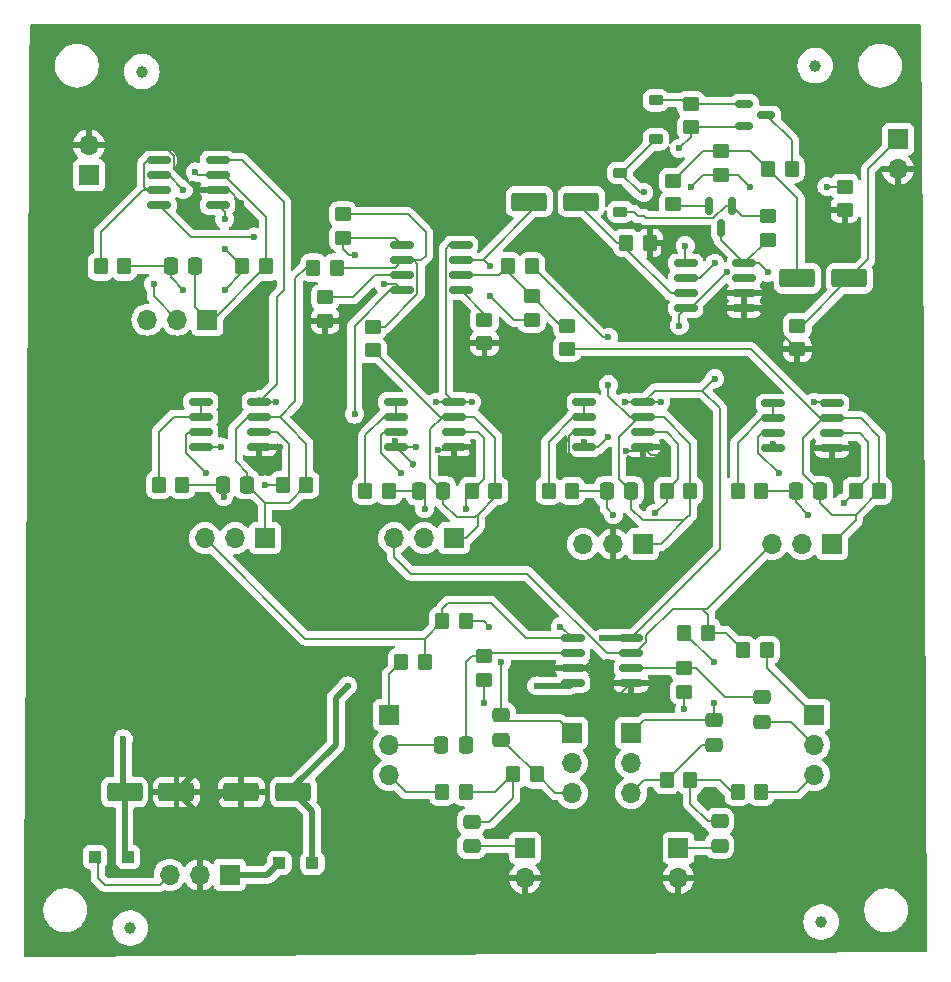
<source format=gbr>
%TF.GenerationSoftware,KiCad,Pcbnew,8.0.5*%
%TF.CreationDate,2024-11-26T13:04:47+01:00*%
%TF.ProjectId,mesa_mezclas,6d657361-5f6d-4657-9a63-6c61732e6b69,rev?*%
%TF.SameCoordinates,Original*%
%TF.FileFunction,Copper,L1,Top*%
%TF.FilePolarity,Positive*%
%FSLAX46Y46*%
G04 Gerber Fmt 4.6, Leading zero omitted, Abs format (unit mm)*
G04 Created by KiCad (PCBNEW 8.0.5) date 2024-11-26 13:04:47*
%MOMM*%
%LPD*%
G01*
G04 APERTURE LIST*
G04 Aperture macros list*
%AMRoundRect*
0 Rectangle with rounded corners*
0 $1 Rounding radius*
0 $2 $3 $4 $5 $6 $7 $8 $9 X,Y pos of 4 corners*
0 Add a 4 corners polygon primitive as box body*
4,1,4,$2,$3,$4,$5,$6,$7,$8,$9,$2,$3,0*
0 Add four circle primitives for the rounded corners*
1,1,$1+$1,$2,$3*
1,1,$1+$1,$4,$5*
1,1,$1+$1,$6,$7*
1,1,$1+$1,$8,$9*
0 Add four rect primitives between the rounded corners*
20,1,$1+$1,$2,$3,$4,$5,0*
20,1,$1+$1,$4,$5,$6,$7,0*
20,1,$1+$1,$6,$7,$8,$9,0*
20,1,$1+$1,$8,$9,$2,$3,0*%
G04 Aperture macros list end*
%TA.AperFunction,SMDPad,CuDef*%
%ADD10RoundRect,0.250000X-1.250000X-0.550000X1.250000X-0.550000X1.250000X0.550000X-1.250000X0.550000X0*%
%TD*%
%TA.AperFunction,SMDPad,CuDef*%
%ADD11RoundRect,0.250000X1.250000X0.550000X-1.250000X0.550000X-1.250000X-0.550000X1.250000X-0.550000X0*%
%TD*%
%TA.AperFunction,SMDPad,CuDef*%
%ADD12RoundRect,0.250000X-0.350000X-0.450000X0.350000X-0.450000X0.350000X0.450000X-0.350000X0.450000X0*%
%TD*%
%TA.AperFunction,SMDPad,CuDef*%
%ADD13RoundRect,0.250000X0.450000X-0.350000X0.450000X0.350000X-0.450000X0.350000X-0.450000X-0.350000X0*%
%TD*%
%TA.AperFunction,ComponentPad*%
%ADD14R,1.700000X1.700000*%
%TD*%
%TA.AperFunction,ComponentPad*%
%ADD15O,1.700000X1.700000*%
%TD*%
%TA.AperFunction,SMDPad,CuDef*%
%ADD16RoundRect,0.225000X-0.375000X0.225000X-0.375000X-0.225000X0.375000X-0.225000X0.375000X0.225000X0*%
%TD*%
%TA.AperFunction,SMDPad,CuDef*%
%ADD17RoundRect,0.250000X0.350000X0.450000X-0.350000X0.450000X-0.350000X-0.450000X0.350000X-0.450000X0*%
%TD*%
%TA.AperFunction,SMDPad,CuDef*%
%ADD18C,1.000000*%
%TD*%
%TA.AperFunction,SMDPad,CuDef*%
%ADD19RoundRect,0.250000X0.475000X-0.337500X0.475000X0.337500X-0.475000X0.337500X-0.475000X-0.337500X0*%
%TD*%
%TA.AperFunction,SMDPad,CuDef*%
%ADD20RoundRect,0.150000X-0.825000X-0.150000X0.825000X-0.150000X0.825000X0.150000X-0.825000X0.150000X0*%
%TD*%
%TA.AperFunction,SMDPad,CuDef*%
%ADD21RoundRect,0.150000X-0.587500X-0.150000X0.587500X-0.150000X0.587500X0.150000X-0.587500X0.150000X0*%
%TD*%
%TA.AperFunction,SMDPad,CuDef*%
%ADD22RoundRect,0.250000X-0.450000X0.350000X-0.450000X-0.350000X0.450000X-0.350000X0.450000X0.350000X0*%
%TD*%
%TA.AperFunction,SMDPad,CuDef*%
%ADD23RoundRect,0.250000X-0.337500X-0.475000X0.337500X-0.475000X0.337500X0.475000X-0.337500X0.475000X0*%
%TD*%
%TA.AperFunction,SMDPad,CuDef*%
%ADD24RoundRect,0.250000X-0.300000X-0.300000X0.300000X-0.300000X0.300000X0.300000X-0.300000X0.300000X0*%
%TD*%
%TA.AperFunction,SMDPad,CuDef*%
%ADD25RoundRect,0.150000X-0.150000X0.587500X-0.150000X-0.587500X0.150000X-0.587500X0.150000X0.587500X0*%
%TD*%
%TA.AperFunction,SMDPad,CuDef*%
%ADD26RoundRect,0.250000X0.300000X0.300000X-0.300000X0.300000X-0.300000X-0.300000X0.300000X-0.300000X0*%
%TD*%
%TA.AperFunction,ViaPad*%
%ADD27C,0.600000*%
%TD*%
%TA.AperFunction,Conductor*%
%ADD28C,0.200000*%
%TD*%
%TA.AperFunction,Conductor*%
%ADD29C,0.500000*%
%TD*%
G04 APERTURE END LIST*
D10*
%TO.P,C12,1*%
%TO.N,Net-(C12-Pad1)*%
X152000000Y-113500000D03*
%TO.P,C12,2*%
%TO.N,/amplificador_auriculares/salida_amplificador_auriculares*%
X156400000Y-113500000D03*
%TD*%
D11*
%TO.P,C11,2*%
%TO.N,/BALANCE_dj/SALIDA_dj_sin_amplificar*%
X129300000Y-107000000D03*
%TO.P,C11,1*%
%TO.N,Net-(U1A-+)*%
X133700000Y-107000000D03*
%TD*%
D12*
%TO.P,R19,1*%
%TO.N,Net-(U8A--)*%
X130925000Y-131500000D03*
%TO.P,R19,2*%
%TO.N,Net-(U8B--)*%
X132925000Y-131500000D03*
%TD*%
D13*
%TO.P,R26,1*%
%TO.N,/BALANCE_dj/SALIDA_dj_sin_amplificar*%
X129500000Y-117000000D03*
%TO.P,R26,2*%
%TO.N,Net-(U7B--)*%
X129500000Y-115000000D03*
%TD*%
%TO.P,R3,1*%
%TO.N,Net-(R3-Pad1)*%
X125425000Y-147500000D03*
%TO.P,R3,2*%
%TO.N,Net-(U2A--)*%
X125425000Y-145500000D03*
%TD*%
D14*
%TO.P,J5,1,Pin_1*%
%TO.N,Net-(J5-Pin_1)*%
X141925000Y-161725000D03*
D15*
%TO.P,J5,2,Pin_2*%
%TO.N,GND*%
X141925000Y-164265000D03*
%TD*%
D16*
%TO.P,D1,1,K*%
%TO.N,Net-(D1-K)*%
X137000000Y-104580000D03*
%TO.P,D1,2,A*%
%TO.N,Net-(D1-A)*%
X137000000Y-107880000D03*
%TD*%
D17*
%TO.P,R16,1*%
%TO.N,Net-(U7A--)*%
X113025000Y-112595000D03*
%TO.P,R16,2*%
%TO.N,Net-(C7-Pad2)*%
X111025000Y-112595000D03*
%TD*%
%TO.P,R5,1*%
%TO.N,Net-(C2-Pad2)*%
X123925000Y-142500000D03*
%TO.P,R5,2*%
%TO.N,/BALANCE_dj/ENTRADA_dj_ch1*%
X121925000Y-142500000D03*
%TD*%
D13*
%TO.P,R23,1*%
%TO.N,Net-(C10-Pad2)*%
X132500000Y-119500000D03*
%TO.P,R23,2*%
%TO.N,Net-(U7B--)*%
X132500000Y-117500000D03*
%TD*%
D18*
%TO.P,REF\u002A\u002A,*%
%TO.N,*%
X96500000Y-96000000D03*
%TD*%
D14*
%TO.P,RV5,1,1*%
%TO.N,Net-(C7-Pad2)*%
X106925000Y-135500000D03*
D15*
%TO.P,RV5,2,2*%
%TO.N,Net-(U3A-+)*%
X104385000Y-135500000D03*
%TO.P,RV5,3,3*%
%TO.N,/BALANCE_dj/ENTRADA_dj_ch1*%
X101845000Y-135500000D03*
%TD*%
D19*
%TO.P,C2,1*%
%TO.N,Net-(C2-Pad1)*%
X126925000Y-152575000D03*
%TO.P,C2,2*%
%TO.N,Net-(C2-Pad2)*%
X126925000Y-150500000D03*
%TD*%
D12*
%TO.P,R24,1*%
%TO.N,Net-(U7B--)*%
X127500000Y-112500000D03*
%TO.P,R24,2*%
%TO.N,Net-(C9-Pad2)*%
X129500000Y-112500000D03*
%TD*%
D13*
%TO.P,R8,1*%
%TO.N,Net-(R8-Pad1)*%
X142425000Y-148500000D03*
%TO.P,R8,2*%
%TO.N,Net-(U2B--)*%
X142425000Y-146500000D03*
%TD*%
D14*
%TO.P,J8,1,Pin_1*%
%TO.N,Net-(J8-Pin_1)*%
X103925000Y-164000000D03*
D15*
%TO.P,J8,2,Pin_2*%
%TO.N,GND*%
X101385000Y-164000000D03*
%TO.P,J8,3,Pin_3*%
%TO.N,Net-(J8-Pin_3)*%
X98845000Y-164000000D03*
%TD*%
D14*
%TO.P,J3,1,Pin_1*%
%TO.N,/amplificador_auriculares/salida_amplificador_auriculares*%
X160500000Y-101725000D03*
D15*
%TO.P,J3,2,Pin_2*%
%TO.N,GND*%
X160500000Y-104265000D03*
%TD*%
D20*
%TO.P,U8,1*%
%TO.N,Net-(U8A--)*%
X133950000Y-124000000D03*
%TO.P,U8,2,-*%
X133950000Y-125270000D03*
%TO.P,U8,3,+*%
%TO.N,GND*%
X133950000Y-126540000D03*
%TO.P,U8,4,V-*%
%TO.N,-VCC*%
X133950000Y-127810000D03*
%TO.P,U8,5,+*%
%TO.N,GND*%
X138900000Y-127810000D03*
%TO.P,U8,6,-*%
%TO.N,Net-(U8B--)*%
X138900000Y-126540000D03*
%TO.P,U8,7*%
%TO.N,Net-(C9-Pad2)*%
X138900000Y-125270000D03*
%TO.P,U8,8,V+*%
%TO.N,VCC*%
X138900000Y-124000000D03*
%TD*%
D13*
%TO.P,R32,1*%
%TO.N,Net-(Q2-E)*%
X141500000Y-107230000D03*
%TO.P,R32,2*%
%TO.N,Net-(C12-Pad1)*%
X141500000Y-105230000D03*
%TD*%
D20*
%TO.P,U9,1*%
%TO.N,Net-(U9A--)*%
X149950000Y-124095000D03*
%TO.P,U9,2,-*%
X149950000Y-125365000D03*
%TO.P,U9,3,+*%
%TO.N,Net-(U9A-+)*%
X149950000Y-126635000D03*
%TO.P,U9,4,V-*%
%TO.N,-VCC*%
X149950000Y-127905000D03*
%TO.P,U9,5,+*%
%TO.N,GND*%
X154900000Y-127905000D03*
%TO.P,U9,6,-*%
%TO.N,Net-(U9B--)*%
X154900000Y-126635000D03*
%TO.P,U9,7*%
%TO.N,Net-(C10-Pad2)*%
X154900000Y-125365000D03*
%TO.P,U9,8,V+*%
%TO.N,VCC*%
X154900000Y-124095000D03*
%TD*%
D14*
%TO.P,RV7,1,1*%
%TO.N,Net-(C9-Pad2)*%
X138925000Y-136000000D03*
D15*
%TO.P,RV7,2,2*%
%TO.N,GND*%
X136385000Y-136000000D03*
%TO.P,RV7,3,3*%
%TO.N,/BALANCE_dj/ENTRADA_dj_ch1*%
X133845000Y-136000000D03*
%TD*%
D12*
%TO.P,R13,1*%
%TO.N,Net-(U4A--)*%
X115425000Y-131500000D03*
%TO.P,R13,2*%
%TO.N,Net-(U4B--)*%
X117425000Y-131500000D03*
%TD*%
D20*
%TO.P,U4,1*%
%TO.N,Net-(U4A--)*%
X117975000Y-123960000D03*
%TO.P,U4,2,-*%
X117975000Y-125230000D03*
%TO.P,U4,3,+*%
%TO.N,Net-(U4A-+)*%
X117975000Y-126500000D03*
%TO.P,U4,4,V-*%
%TO.N,-VCC*%
X117975000Y-127770000D03*
%TO.P,U4,5,+*%
%TO.N,GND*%
X122925000Y-127770000D03*
%TO.P,U4,6,-*%
%TO.N,Net-(U4B--)*%
X122925000Y-126500000D03*
%TO.P,U4,7*%
%TO.N,Net-(C8-Pad2)*%
X122925000Y-125230000D03*
%TO.P,U4,8,V+*%
%TO.N,VCC*%
X122925000Y-123960000D03*
%TD*%
D21*
%TO.P,Q1,1,B*%
%TO.N,Net-(D2-K)*%
X147500000Y-98730000D03*
%TO.P,Q1,2,E*%
%TO.N,-VCC*%
X147500000Y-100630000D03*
%TO.P,Q1,3,C*%
%TO.N,Net-(Q1-C)*%
X149375000Y-99680000D03*
%TD*%
D12*
%TO.P,R7,1*%
%TO.N,Net-(C4-Pad2)*%
X146925000Y-157000000D03*
%TO.P,R7,2*%
%TO.N,Net-(R7-Pad2)*%
X148925000Y-157000000D03*
%TD*%
%TO.P,R20,1*%
%TO.N,Net-(U8B--)*%
X140925000Y-131500000D03*
%TO.P,R20,2*%
%TO.N,Net-(C9-Pad2)*%
X142925000Y-131500000D03*
%TD*%
D19*
%TO.P,C6,1*%
%TO.N,Net-(C6-Pad1)*%
X148962500Y-151037500D03*
%TO.P,C6,2*%
%TO.N,Net-(U2B--)*%
X148962500Y-148962500D03*
%TD*%
D20*
%TO.P,U5,1*%
%TO.N,Net-(U5A-+)*%
X97962500Y-103500000D03*
%TO.P,U5,2,-*%
%TO.N,Net-(U5A--)*%
X97962500Y-104770000D03*
%TO.P,U5,3,+*%
%TO.N,Net-(U5A-+)*%
X97962500Y-106040000D03*
%TO.P,U5,4,V-*%
%TO.N,-VCC*%
X97962500Y-107310000D03*
%TO.P,U5,5,+*%
%TO.N,Net-(U5B-+)*%
X102912500Y-107310000D03*
%TO.P,U5,6,-*%
%TO.N,GND*%
X102912500Y-106040000D03*
%TO.P,U5,7*%
%TO.N,Net-(J1-Pin_1)*%
X102912500Y-104770000D03*
%TO.P,U5,8,V+*%
%TO.N,VCC*%
X102912500Y-103500000D03*
%TD*%
D14*
%TO.P,RV2,1,1*%
%TO.N,Net-(R4-Pad1)*%
X117425000Y-150460000D03*
D15*
%TO.P,RV2,2,2*%
%TO.N,Net-(C3-Pad1)*%
X117425000Y-153000000D03*
%TO.P,RV2,3,3*%
%TO.N,Net-(R2-Pad2)*%
X117425000Y-155540000D03*
%TD*%
D14*
%TO.P,RV1,1,1*%
%TO.N,Net-(C2-Pad2)*%
X132925000Y-152000000D03*
D15*
%TO.P,RV1,2,2*%
%TO.N,Net-(R3-Pad1)*%
X132925000Y-154540000D03*
%TO.P,RV1,3,3*%
%TO.N,Net-(C2-Pad1)*%
X132925000Y-157080000D03*
%TD*%
D14*
%TO.P,J2,1,Pin_1*%
%TO.N,Net-(J2-Pin_1)*%
X128925000Y-161725000D03*
D15*
%TO.P,J2,2,Pin_2*%
%TO.N,GND*%
X128925000Y-164265000D03*
%TD*%
D18*
%TO.P,REF\u002A\u002A,*%
%TO.N,*%
X154000000Y-168000000D03*
%TD*%
D13*
%TO.P,R30,1*%
%TO.N,VCC*%
X149500000Y-110230000D03*
%TO.P,R30,2*%
%TO.N,Net-(D1-A)*%
X149500000Y-108230000D03*
%TD*%
D18*
%TO.P,REF\u002A\u002A,*%
%TO.N,*%
X95500000Y-168500000D03*
%TD*%
D17*
%TO.P,R6,1*%
%TO.N,Net-(C4-Pad2)*%
X142925000Y-156000000D03*
%TO.P,R6,2*%
%TO.N,Net-(C5-Pad1)*%
X140925000Y-156000000D03*
%TD*%
D22*
%TO.P,R17,1*%
%TO.N,Net-(U7A-+)*%
X112025000Y-115095000D03*
%TO.P,R17,2*%
%TO.N,GND*%
X112025000Y-117095000D03*
%TD*%
D19*
%TO.P,C4,1*%
%TO.N,Net-(J5-Pin_1)*%
X145425000Y-161537500D03*
%TO.P,C4,2*%
%TO.N,Net-(C4-Pad2)*%
X145425000Y-159462500D03*
%TD*%
D20*
%TO.P,U3,1*%
%TO.N,Net-(U3A--)*%
X101475000Y-123960000D03*
%TO.P,U3,2,-*%
X101475000Y-125230000D03*
%TO.P,U3,3,+*%
%TO.N,Net-(U3A-+)*%
X101475000Y-126500000D03*
%TO.P,U3,4,V-*%
%TO.N,-VCC*%
X101475000Y-127770000D03*
%TO.P,U3,5,+*%
%TO.N,GND*%
X106425000Y-127770000D03*
%TO.P,U3,6,-*%
%TO.N,Net-(U3B--)*%
X106425000Y-126500000D03*
%TO.P,U3,7*%
%TO.N,Net-(C7-Pad2)*%
X106425000Y-125230000D03*
%TO.P,U3,8,V+*%
%TO.N,VCC*%
X106425000Y-123960000D03*
%TD*%
%TO.P,U1,1*%
%TO.N,Net-(D1-K)*%
X142550000Y-112230000D03*
%TO.P,U1,2,-*%
%TO.N,Net-(U1A--)*%
X142550000Y-113500000D03*
%TO.P,U1,3,+*%
%TO.N,Net-(U1A-+)*%
X142550000Y-114770000D03*
%TO.P,U1,4,V-*%
%TO.N,-VCC*%
X142550000Y-116040000D03*
%TO.P,U1,5,+*%
%TO.N,GND*%
X147500000Y-116040000D03*
%TO.P,U1,6,-*%
X147500000Y-114770000D03*
%TO.P,U1,7*%
%TO.N,unconnected-(U1-Pad7)*%
X147500000Y-113500000D03*
%TO.P,U1,8,V+*%
%TO.N,VCC*%
X147500000Y-112230000D03*
%TD*%
D13*
%TO.P,R15,1*%
%TO.N,Net-(C8-Pad2)*%
X116025000Y-119595000D03*
%TO.P,R15,2*%
%TO.N,Net-(U7A--)*%
X116025000Y-117595000D03*
%TD*%
D12*
%TO.P,R22,1*%
%TO.N,Net-(U9B--)*%
X156925000Y-131500000D03*
%TO.P,R22,2*%
%TO.N,Net-(C10-Pad2)*%
X158925000Y-131500000D03*
%TD*%
D14*
%TO.P,RV8,1,1*%
%TO.N,Net-(C10-Pad2)*%
X154925000Y-136000000D03*
D15*
%TO.P,RV8,2,2*%
%TO.N,Net-(U9A-+)*%
X152385000Y-136000000D03*
%TO.P,RV8,3,3*%
%TO.N,/BALANCE_dj/ENTRADA_dj_ch2*%
X149845000Y-136000000D03*
%TD*%
D22*
%TO.P,R25,1*%
%TO.N,Net-(U7B-+)*%
X125500000Y-117000000D03*
%TO.P,R25,2*%
%TO.N,GND*%
X125500000Y-119000000D03*
%TD*%
D13*
%TO.P,R27,1*%
%TO.N,Net-(U1A--)*%
X145500000Y-104730000D03*
%TO.P,R27,2*%
%TO.N,Net-(C12-Pad1)*%
X145500000Y-102730000D03*
%TD*%
D20*
%TO.P,U2,1*%
%TO.N,/BALANCE_dj/ENTRADA_dj_ch1*%
X132975000Y-143960000D03*
%TO.P,U2,2,-*%
%TO.N,Net-(U2A--)*%
X132975000Y-145230000D03*
%TO.P,U2,3,+*%
%TO.N,GND*%
X132975000Y-146500000D03*
%TO.P,U2,4,V-*%
%TO.N,-VCC*%
X132975000Y-147770000D03*
%TO.P,U2,5,+*%
%TO.N,GND*%
X137925000Y-147770000D03*
%TO.P,U2,6,-*%
%TO.N,Net-(U2B--)*%
X137925000Y-146500000D03*
%TO.P,U2,7*%
%TO.N,/BALANCE_dj/ENTRADA_dj_ch2*%
X137925000Y-145230000D03*
%TO.P,U2,8,V+*%
%TO.N,VCC*%
X137925000Y-143960000D03*
%TD*%
D12*
%TO.P,R33,1*%
%TO.N,Net-(C12-Pad1)*%
X149500000Y-104230000D03*
%TO.P,R33,2*%
%TO.N,Net-(Q1-C)*%
X151500000Y-104230000D03*
%TD*%
D19*
%TO.P,C5,1*%
%TO.N,Net-(C5-Pad1)*%
X144925000Y-153000000D03*
%TO.P,C5,2*%
%TO.N,Net-(C5-Pad2)*%
X144925000Y-150925000D03*
%TD*%
D12*
%TO.P,R14,1*%
%TO.N,Net-(U4B--)*%
X124425000Y-131500000D03*
%TO.P,R14,2*%
%TO.N,Net-(C8-Pad2)*%
X126425000Y-131500000D03*
%TD*%
D23*
%TO.P,C10,1*%
%TO.N,Net-(U9B--)*%
X151850000Y-131500000D03*
%TO.P,C10,2*%
%TO.N,Net-(C10-Pad2)*%
X153925000Y-131500000D03*
%TD*%
D19*
%TO.P,C1,1*%
%TO.N,Net-(J2-Pin_1)*%
X124425000Y-161575000D03*
%TO.P,C1,2*%
%TO.N,Net-(C1-Pad2)*%
X124425000Y-159500000D03*
%TD*%
D12*
%TO.P,R12,1*%
%TO.N,Net-(U3B--)*%
X108425000Y-131000000D03*
%TO.P,R12,2*%
%TO.N,Net-(C7-Pad2)*%
X110425000Y-131000000D03*
%TD*%
D14*
%TO.P,RV9,1,1*%
%TO.N,Net-(J1-Pin_1)*%
X102040000Y-117000000D03*
D15*
%TO.P,RV9,2,2*%
%TO.N,Net-(U5A--)*%
X99500000Y-117000000D03*
%TO.P,RV9,3,3*%
%TO.N,/BALANCE_publico/SALIDA_PUBLICO*%
X96960000Y-117000000D03*
%TD*%
D24*
%TO.P,U13,1*%
%TO.N,Net-(J8-Pin_1)*%
X108125000Y-163000000D03*
%TO.P,U13,2*%
%TO.N,-VCC*%
X110925000Y-163000000D03*
%TD*%
D14*
%TO.P,RV6,1,1*%
%TO.N,Net-(C8-Pad2)*%
X122925000Y-135500000D03*
D15*
%TO.P,RV6,2,2*%
%TO.N,Net-(U4A-+)*%
X120385000Y-135500000D03*
%TO.P,RV6,3,3*%
%TO.N,/BALANCE_dj/ENTRADA_dj_ch2*%
X117845000Y-135500000D03*
%TD*%
D22*
%TO.P,R29,1*%
%TO.N,Net-(U1A--)*%
X156000000Y-105730000D03*
%TO.P,R29,2*%
%TO.N,GND*%
X156000000Y-107730000D03*
%TD*%
D18*
%TO.P,REF\u002A\u002A,*%
%TO.N,*%
X153500000Y-95500000D03*
%TD*%
D14*
%TO.P,J1,1,Pin_1*%
%TO.N,Net-(J1-Pin_1)*%
X92000000Y-104775000D03*
D15*
%TO.P,J1,2,Pin_2*%
%TO.N,GND*%
X92000000Y-102235000D03*
%TD*%
D25*
%TO.P,Q2,1,B*%
%TO.N,Net-(D1-A)*%
X146450000Y-107355000D03*
%TO.P,Q2,2,E*%
%TO.N,Net-(Q2-E)*%
X144550000Y-107355000D03*
%TO.P,Q2,3,C*%
%TO.N,VCC*%
X145500000Y-109230000D03*
%TD*%
D22*
%TO.P,R31,1*%
%TO.N,Net-(D2-K)*%
X143000000Y-98730000D03*
%TO.P,R31,2*%
%TO.N,-VCC*%
X143000000Y-100730000D03*
%TD*%
D14*
%TO.P,RV4,1,1*%
%TO.N,Net-(R10-Pad1)*%
X153425000Y-150460000D03*
D15*
%TO.P,RV4,2,2*%
%TO.N,Net-(C6-Pad1)*%
X153425000Y-153000000D03*
%TO.P,RV4,3,3*%
%TO.N,Net-(R7-Pad2)*%
X153425000Y-155540000D03*
%TD*%
D12*
%TO.P,R9,1*%
%TO.N,Net-(C5-Pad2)*%
X142425000Y-143500000D03*
%TO.P,R9,2*%
%TO.N,/BALANCE_dj/ENTRADA_dj_ch2*%
X144425000Y-143500000D03*
%TD*%
D23*
%TO.P,C9,1*%
%TO.N,Net-(U8B--)*%
X135850000Y-131500000D03*
%TO.P,C9,2*%
%TO.N,Net-(C9-Pad2)*%
X137925000Y-131500000D03*
%TD*%
%TO.P,C8,1*%
%TO.N,Net-(U4B--)*%
X119925000Y-131500000D03*
%TO.P,C8,2*%
%TO.N,Net-(C8-Pad2)*%
X122000000Y-131500000D03*
%TD*%
%TO.P,C7,1*%
%TO.N,Net-(U3B--)*%
X103350000Y-131000000D03*
%TO.P,C7,2*%
%TO.N,Net-(C7-Pad2)*%
X105425000Y-131000000D03*
%TD*%
D13*
%TO.P,R18,1*%
%TO.N,/BALANCE_publico/SALIDA_PUBLICO*%
X113525000Y-110095000D03*
%TO.P,R18,2*%
%TO.N,Net-(U7A--)*%
X113525000Y-108095000D03*
%TD*%
D23*
%TO.P,C3,1*%
%TO.N,Net-(C3-Pad1)*%
X121850000Y-153000000D03*
%TO.P,C3,2*%
%TO.N,Net-(U2A--)*%
X123925000Y-153000000D03*
%TD*%
D14*
%TO.P,RV3,1,1*%
%TO.N,Net-(C5-Pad2)*%
X137925000Y-152000000D03*
D15*
%TO.P,RV3,2,2*%
%TO.N,Net-(R8-Pad1)*%
X137925000Y-154540000D03*
%TO.P,RV3,3,3*%
%TO.N,Net-(C5-Pad1)*%
X137925000Y-157080000D03*
%TD*%
D12*
%TO.P,R35,1*%
%TO.N,Net-(U5A-+)*%
X93000000Y-112500000D03*
%TO.P,R35,2*%
%TO.N,Net-(U5B-+)*%
X95000000Y-112500000D03*
%TD*%
D16*
%TO.P,D2,1,K*%
%TO.N,Net-(D2-K)*%
X140000000Y-98430000D03*
%TO.P,D2,2,A*%
%TO.N,Net-(D1-K)*%
X140000000Y-101730000D03*
%TD*%
D12*
%TO.P,R36,1*%
%TO.N,Net-(U5B-+)*%
X105000000Y-112500000D03*
%TO.P,R36,2*%
%TO.N,Net-(J1-Pin_1)*%
X107000000Y-112500000D03*
%TD*%
D17*
%TO.P,R10,1*%
%TO.N,Net-(R10-Pad1)*%
X149425000Y-145000000D03*
%TO.P,R10,2*%
%TO.N,/BALANCE_dj/ENTRADA_dj_ch2*%
X147425000Y-145000000D03*
%TD*%
D12*
%TO.P,R1,1*%
%TO.N,Net-(C1-Pad2)*%
X127925000Y-155500000D03*
%TO.P,R1,2*%
%TO.N,Net-(C2-Pad1)*%
X129925000Y-155500000D03*
%TD*%
%TO.P,R11,1*%
%TO.N,Net-(U3A--)*%
X97925000Y-131000000D03*
%TO.P,R11,2*%
%TO.N,Net-(U3B--)*%
X99925000Y-131000000D03*
%TD*%
%TO.P,R4,1*%
%TO.N,Net-(R4-Pad1)*%
X118425000Y-146000000D03*
%TO.P,R4,2*%
%TO.N,/BALANCE_dj/ENTRADA_dj_ch1*%
X120425000Y-146000000D03*
%TD*%
D26*
%TO.P,U12,1*%
%TO.N,VCC*%
X95325000Y-162500000D03*
%TO.P,U12,2*%
%TO.N,Net-(J8-Pin_3)*%
X92525000Y-162500000D03*
%TD*%
D23*
%TO.P,C13,1*%
%TO.N,Net-(U5B-+)*%
X98925000Y-112500000D03*
%TO.P,C13,2*%
%TO.N,Net-(J1-Pin_1)*%
X101000000Y-112500000D03*
%TD*%
D12*
%TO.P,R21,1*%
%TO.N,Net-(U9A--)*%
X146925000Y-131500000D03*
%TO.P,R21,2*%
%TO.N,Net-(U9B--)*%
X148925000Y-131500000D03*
%TD*%
D10*
%TO.P,C29,1*%
%TO.N,VCC*%
X95025000Y-157000000D03*
%TO.P,C29,2*%
%TO.N,GND*%
X99425000Y-157000000D03*
%TD*%
%TO.P,C30,1*%
%TO.N,GND*%
X104925000Y-157000000D03*
%TO.P,C30,2*%
%TO.N,-VCC*%
X109325000Y-157000000D03*
%TD*%
D12*
%TO.P,R28,1*%
%TO.N,Net-(U1A-+)*%
X137500000Y-110500000D03*
%TO.P,R28,2*%
%TO.N,GND*%
X139500000Y-110500000D03*
%TD*%
D17*
%TO.P,R2,1*%
%TO.N,Net-(C1-Pad2)*%
X123925000Y-157000000D03*
%TO.P,R2,2*%
%TO.N,Net-(R2-Pad2)*%
X121925000Y-157000000D03*
%TD*%
D20*
%TO.P,U7,1*%
%TO.N,/BALANCE_publico/SALIDA_PUBLICO*%
X118550000Y-110690000D03*
%TO.P,U7,2,-*%
%TO.N,Net-(U7A--)*%
X118550000Y-111960000D03*
%TO.P,U7,3,+*%
%TO.N,Net-(U7A-+)*%
X118550000Y-113230000D03*
%TO.P,U7,4,V-*%
%TO.N,-VCC*%
X118550000Y-114500000D03*
%TO.P,U7,5,+*%
%TO.N,Net-(U7B-+)*%
X123500000Y-114500000D03*
%TO.P,U7,6,-*%
%TO.N,Net-(U7B--)*%
X123500000Y-113230000D03*
%TO.P,U7,7*%
%TO.N,/BALANCE_dj/SALIDA_dj_sin_amplificar*%
X123500000Y-111960000D03*
%TO.P,U7,8,V+*%
%TO.N,VCC*%
X123500000Y-110690000D03*
%TD*%
D22*
%TO.P,R34,1*%
%TO.N,/amplificador_auriculares/salida_amplificador_auriculares*%
X152000000Y-117500000D03*
%TO.P,R34,2*%
%TO.N,GND*%
X152000000Y-119500000D03*
%TD*%
D27*
%TO.N,Net-(C2-Pad2)*%
X125925000Y-143000000D03*
X126925000Y-146000000D03*
%TO.N,/BALANCE_dj/SALIDA_dj_sin_amplificar*%
X126000000Y-112500000D03*
X126000000Y-115000000D03*
%TO.N,GND*%
X154000000Y-119500000D03*
X134425000Y-130000000D03*
X156905000Y-127905000D03*
X113000000Y-127000000D03*
X124000000Y-119000000D03*
X138925000Y-129000000D03*
X154925000Y-128500000D03*
X140425000Y-128500000D03*
X135925000Y-146000000D03*
X110595000Y-117095000D03*
X121525000Y-128000000D03*
X104915735Y-107084265D03*
X124425000Y-128000000D03*
X140670345Y-112299695D03*
X114000000Y-116000000D03*
X108195000Y-127770000D03*
X137525000Y-128100000D03*
X101175000Y-155250000D03*
X146000000Y-114730000D03*
%TO.N,Net-(C5-Pad2)*%
X144925000Y-149500000D03*
X144925000Y-146000000D03*
%TO.N,Net-(U3A-+)*%
X101925000Y-130000000D03*
%TO.N,Net-(U3B--)*%
X103425000Y-132000000D03*
X106925000Y-131000000D03*
%TO.N,Net-(U4A-+)*%
X118425000Y-130000000D03*
%TO.N,Net-(U4B--)*%
X120425000Y-133000000D03*
X123925000Y-133000000D03*
%TO.N,Net-(C9-Pad2)*%
X136000000Y-122500000D03*
X136000000Y-118500000D03*
%TO.N,Net-(U9A-+)*%
X150425000Y-130000000D03*
%TO.N,Net-(U8B--)*%
X139925000Y-133400000D03*
X136425000Y-133500000D03*
%TO.N,Net-(U9B--)*%
X155925000Y-132500000D03*
X152925000Y-133500000D03*
%TO.N,/BALANCE_dj/ENTRADA_dj_ch1*%
X131925000Y-143000000D03*
%TO.N,-VCC*%
X129925000Y-148000000D03*
X113925000Y-148000000D03*
X103195000Y-127770000D03*
X149925000Y-127500000D03*
X114500000Y-125000000D03*
X133925000Y-127340000D03*
X117925000Y-127300000D03*
X119695000Y-127770000D03*
X135962500Y-126962500D03*
X117000000Y-114000000D03*
X142000000Y-102500000D03*
X146000000Y-113000000D03*
X142000000Y-117500000D03*
X119425000Y-129220000D03*
X106000000Y-110000000D03*
%TO.N,VCC*%
X107885000Y-123960000D03*
X149500000Y-113000000D03*
X145000000Y-122000000D03*
X121425000Y-124000000D03*
X153425000Y-124000000D03*
X94925000Y-152500000D03*
X137425000Y-124000000D03*
X124425000Y-124000000D03*
X140425000Y-124000000D03*
X135452041Y-143972959D03*
%TO.N,Net-(R3-Pad1)*%
X125425000Y-149500000D03*
%TO.N,Net-(U5B-+)*%
X103500000Y-111000000D03*
X103500000Y-108500000D03*
X103500000Y-114500000D03*
X100000000Y-114500000D03*
%TO.N,Net-(D1-K)*%
X142500000Y-110730000D03*
X139000000Y-106230000D03*
%TO.N,Net-(U5A--)*%
X100000000Y-106000000D03*
X97500000Y-114000000D03*
%TO.N,/BALANCE_publico/SALIDA_PUBLICO*%
X114500000Y-111500000D03*
%TO.N,Net-(J1-Pin_1)*%
X101000000Y-104500000D03*
%TO.N,Net-(R8-Pad1)*%
X142425000Y-150000000D03*
%TO.N,Net-(U1A--)*%
X145000000Y-112230000D03*
X148000000Y-105730000D03*
X154500000Y-105730000D03*
X143000000Y-105730000D03*
%TD*%
D28*
%TO.N,Net-(C12-Pad1)*%
X152000000Y-106730000D02*
X149500000Y-104230000D01*
X152000000Y-113500000D02*
X152000000Y-106730000D01*
%TO.N,Net-(U1A-+)*%
X136700000Y-110500000D02*
X137500000Y-110500000D01*
X133700000Y-107500000D02*
X136700000Y-110500000D01*
%TO.N,/BALANCE_dj/SALIDA_dj_sin_amplificar*%
X125000000Y-111960000D02*
X125340000Y-111960000D01*
X125000000Y-111960000D02*
X123500000Y-111960000D01*
X125460000Y-111960000D02*
X125000000Y-111960000D01*
X125340000Y-111960000D02*
X129800000Y-107500000D01*
%TO.N,Net-(U1A-+)*%
X141270000Y-114770000D02*
X142550000Y-114770000D01*
X137500000Y-111000000D02*
X141270000Y-114770000D01*
X137500000Y-110500000D02*
X137500000Y-111000000D01*
%TO.N,GND*%
X140270000Y-110500000D02*
X139500000Y-110500000D01*
X140500000Y-110730000D02*
X140270000Y-110500000D01*
%TO.N,/amplificador_auriculares/salida_amplificador_auriculares*%
X158000000Y-111900000D02*
X156400000Y-113500000D01*
X158000000Y-104225000D02*
X158000000Y-111900000D01*
X160500000Y-101725000D02*
X158000000Y-104225000D01*
%TO.N,GND*%
X148540000Y-116040000D02*
X152000000Y-119500000D01*
X147500000Y-116040000D02*
X148540000Y-116040000D01*
%TO.N,/amplificador_auriculares/salida_amplificador_auriculares*%
X152000000Y-117500000D02*
X152400000Y-117500000D01*
X152400000Y-117500000D02*
X156400000Y-113500000D01*
%TO.N,Net-(C1-Pad2)*%
X123925000Y-157000000D02*
X126425000Y-157000000D01*
X126425000Y-157000000D02*
X127925000Y-155500000D01*
X125925000Y-159500000D02*
X126500000Y-158925000D01*
X124425000Y-159500000D02*
X125925000Y-159500000D01*
X127925000Y-157500000D02*
X127925000Y-155500000D01*
X126500000Y-158925000D02*
X127925000Y-157500000D01*
%TO.N,Net-(C2-Pad1)*%
X129925000Y-155500000D02*
X127500000Y-153075000D01*
X131505000Y-157080000D02*
X129925000Y-155500000D01*
X132925000Y-157080000D02*
X131505000Y-157080000D01*
X127500000Y-153075000D02*
X126425000Y-153075000D01*
%TO.N,Net-(C2-Pad2)*%
X125925000Y-143000000D02*
X125425000Y-142500000D01*
X132925000Y-152000000D02*
X131925000Y-151000000D01*
X126925000Y-150500000D02*
X126925000Y-146000000D01*
X131925000Y-151000000D02*
X126425000Y-151000000D01*
X125425000Y-142500000D02*
X123925000Y-142500000D01*
%TO.N,Net-(U2B--)*%
X145887500Y-148962500D02*
X143425000Y-146500000D01*
X148962500Y-148962500D02*
X145887500Y-148962500D01*
X137925000Y-146500000D02*
X142425000Y-146500000D01*
X143425000Y-146500000D02*
X142425000Y-146500000D01*
%TO.N,Net-(C3-Pad1)*%
X121850000Y-153000000D02*
X117425000Y-153000000D01*
%TO.N,Net-(U5A-+)*%
X96687500Y-103800001D02*
X96987501Y-103500000D01*
X93000000Y-112500000D02*
X93000000Y-109590001D01*
X96987501Y-103500000D02*
X97962500Y-103500000D01*
X97962500Y-106040000D02*
X96987501Y-106040000D01*
X96550001Y-106040000D02*
X97525000Y-106040000D01*
X96687500Y-105739999D02*
X96687500Y-103800001D01*
X96987501Y-106040000D02*
X96687500Y-105739999D01*
X93000000Y-109590001D02*
X96550001Y-106040000D01*
%TO.N,/BALANCE_dj/SALIDA_dj_sin_amplificar*%
X128000000Y-117000000D02*
X126000000Y-115000000D01*
X129500000Y-117000000D02*
X128000000Y-117000000D01*
X126000000Y-112500000D02*
X125460000Y-111960000D01*
X130000000Y-117500000D02*
X129500000Y-117000000D01*
%TO.N,Net-(C5-Pad1)*%
X140925000Y-156000000D02*
X139005000Y-156000000D01*
X139005000Y-156000000D02*
X137925000Y-157080000D01*
X143925000Y-153000000D02*
X144925000Y-153000000D01*
X140925000Y-156000000D02*
X143925000Y-153000000D01*
%TO.N,GND*%
X154925000Y-128500000D02*
X154925000Y-127930000D01*
X138925000Y-129000000D02*
X138925000Y-127835000D01*
X135219999Y-147770000D02*
X137925000Y-147770000D01*
X140600650Y-112230000D02*
X140670345Y-112299695D01*
X139590000Y-128500000D02*
X140425000Y-128500000D01*
X134449999Y-146000000D02*
X135925000Y-146000000D01*
X125500000Y-119000000D02*
X124000000Y-119000000D01*
X137525000Y-128100000D02*
X138610000Y-128100000D01*
X112905000Y-117095000D02*
X112025000Y-117095000D01*
X112025000Y-126025000D02*
X113000000Y-127000000D01*
X133949999Y-146500000D02*
X135219999Y-147770000D01*
X103871470Y-106040000D02*
X102912500Y-106040000D01*
X110500000Y-117000000D02*
X110595000Y-117095000D01*
D29*
X101385000Y-164000000D02*
X101385000Y-158960000D01*
D28*
X138900000Y-127810000D02*
X139590000Y-128500000D01*
X135425000Y-150270000D02*
X137925000Y-147770000D01*
X135425000Y-164265000D02*
X128925000Y-164265000D01*
D29*
X99425000Y-157000000D02*
X101175000Y-155250000D01*
D28*
X132675000Y-126840001D02*
X132975001Y-126540000D01*
X132675000Y-128250000D02*
X132675000Y-126840001D01*
X112025000Y-117095000D02*
X110595000Y-117095000D01*
X146000000Y-114730000D02*
X147460000Y-114730000D01*
X141925000Y-164265000D02*
X135425000Y-164265000D01*
X138610000Y-128100000D02*
X138900000Y-127810000D01*
X134425000Y-130000000D02*
X132675000Y-128250000D01*
X124195000Y-127770000D02*
X124425000Y-128000000D01*
X99237500Y-104237500D02*
X99237500Y-103159448D01*
X114000000Y-116000000D02*
X112905000Y-117095000D01*
X147500000Y-116040000D02*
X147500000Y-114770000D01*
X140500000Y-110730000D02*
X140500000Y-112230000D01*
X138925000Y-127835000D02*
X138900000Y-127810000D01*
X122925000Y-127770000D02*
X124195000Y-127770000D01*
X147460000Y-114730000D02*
X147500000Y-114770000D01*
X157000000Y-128000000D02*
X156905000Y-127905000D01*
X132975000Y-146500000D02*
X133949999Y-146500000D01*
X101040000Y-106040000D02*
X99237500Y-104237500D01*
X112025000Y-117095000D02*
X112025000Y-126025000D01*
X102912500Y-106040000D02*
X101040000Y-106040000D01*
X98313052Y-102235000D02*
X92000000Y-102235000D01*
X154900000Y-127905000D02*
X156905000Y-127905000D01*
X133949999Y-146500000D02*
X134449999Y-146000000D01*
D29*
X103345000Y-157000000D02*
X104925000Y-157000000D01*
D28*
X104915735Y-107084265D02*
X103871470Y-106040000D01*
X140500000Y-112230000D02*
X140600650Y-112230000D01*
D29*
X101385000Y-158960000D02*
X103345000Y-157000000D01*
D28*
X135425000Y-164265000D02*
X135425000Y-150270000D01*
X132975001Y-126540000D02*
X133950000Y-126540000D01*
X106425000Y-127770000D02*
X108195000Y-127770000D01*
D29*
X101385000Y-158960000D02*
X99425000Y-157000000D01*
D28*
X99237500Y-103159448D02*
X98313052Y-102235000D01*
X122695000Y-128000000D02*
X122925000Y-127770000D01*
X121525000Y-128000000D02*
X122695000Y-128000000D01*
X154925000Y-127930000D02*
X154900000Y-127905000D01*
%TO.N,Net-(C7-Pad2)*%
X106425000Y-125230000D02*
X105450001Y-125230000D01*
X104425000Y-129000000D02*
X105425000Y-130000000D01*
X110425000Y-131000000D02*
X110425000Y-127500000D01*
X106925000Y-135500000D02*
X106925000Y-132500000D01*
X108925000Y-132500000D02*
X110425000Y-131000000D01*
X109500000Y-113500000D02*
X110405000Y-112595000D01*
X106925000Y-132500000D02*
X105425000Y-131000000D01*
X106925000Y-132500000D02*
X108925000Y-132500000D01*
X108155000Y-125230000D02*
X106425000Y-125230000D01*
X110405000Y-112595000D02*
X111025000Y-112595000D01*
X105450001Y-125230000D02*
X104425000Y-126255001D01*
X108155000Y-125230000D02*
X109500000Y-123885000D01*
X109500000Y-123885000D02*
X109500000Y-113500000D01*
X110425000Y-127500000D02*
X108962500Y-126037500D01*
X108962500Y-126037500D02*
X108155000Y-125230000D01*
X105425000Y-130000000D02*
X105425000Y-131000000D01*
X104425000Y-126255001D02*
X104425000Y-129000000D01*
%TO.N,Net-(C8-Pad2)*%
X124655000Y-125230000D02*
X126425000Y-127000000D01*
X124925000Y-133500000D02*
X126425000Y-132000000D01*
X122925000Y-125230000D02*
X121950001Y-125230000D01*
X122925000Y-125230000D02*
X121725000Y-125230000D01*
X124925000Y-134500000D02*
X124925000Y-133500000D01*
X124675000Y-133750000D02*
X123175000Y-133750000D01*
X121725000Y-125230000D02*
X116090000Y-119595000D01*
X120925000Y-126255001D02*
X120925000Y-130425000D01*
X126425000Y-127000000D02*
X126425000Y-131500000D01*
X122925000Y-135500000D02*
X123925000Y-135500000D01*
X116090000Y-119595000D02*
X116025000Y-119595000D01*
X124925000Y-133500000D02*
X124675000Y-133750000D01*
X122925000Y-125230000D02*
X124655000Y-125230000D01*
X120925000Y-130425000D02*
X122000000Y-131500000D01*
X122000000Y-132575000D02*
X122000000Y-131500000D01*
X121950001Y-125230000D02*
X120925000Y-126255001D01*
X123175000Y-133750000D02*
X122000000Y-132575000D01*
X126425000Y-132000000D02*
X126425000Y-131500000D01*
X123925000Y-135500000D02*
X124925000Y-134500000D01*
%TO.N,Net-(C4-Pad2)*%
X146425000Y-157000000D02*
X145425000Y-156000000D01*
X145425000Y-159462500D02*
X144387500Y-159462500D01*
X145425000Y-156000000D02*
X142925000Y-156000000D01*
X145425000Y-159462500D02*
X145425000Y-159000000D01*
X144387500Y-159462500D02*
X142925000Y-158000000D01*
X142925000Y-158000000D02*
X142925000Y-156000000D01*
X146925000Y-157000000D02*
X146425000Y-157000000D01*
%TO.N,Net-(U2A--)*%
X125695000Y-145230000D02*
X132975000Y-145230000D01*
X124425000Y-145500000D02*
X125425000Y-145500000D01*
X123925000Y-146000000D02*
X124425000Y-145500000D01*
X125425000Y-145500000D02*
X125695000Y-145230000D01*
X123925000Y-153000000D02*
X123925000Y-146000000D01*
%TO.N,Net-(C5-Pad2)*%
X144925000Y-149500000D02*
X144925000Y-150925000D01*
X142425000Y-143500000D02*
X144925000Y-146000000D01*
X139000000Y-150925000D02*
X137925000Y-152000000D01*
X144925000Y-150925000D02*
X139000000Y-150925000D01*
%TO.N,Net-(U3A-+)*%
X100200000Y-126800001D02*
X100500001Y-126500000D01*
X100500001Y-126500000D02*
X101475000Y-126500000D01*
X100200000Y-128275000D02*
X100200000Y-126800001D01*
X101925000Y-130000000D02*
X100200000Y-128275000D01*
%TO.N,Net-(C6-Pad1)*%
X148962500Y-151037500D02*
X151462500Y-151037500D01*
X151462500Y-151037500D02*
X153425000Y-153000000D01*
%TO.N,Net-(U3B--)*%
X108925000Y-130500000D02*
X108425000Y-131000000D01*
X103425000Y-132000000D02*
X103425000Y-131075000D01*
X103425000Y-131075000D02*
X103350000Y-131000000D01*
X99925000Y-131000000D02*
X103350000Y-131000000D01*
X108425000Y-131000000D02*
X106925000Y-131000000D01*
X106425000Y-126500000D02*
X107925000Y-126500000D01*
X107925000Y-126500000D02*
X108925000Y-127500000D01*
X108925000Y-127500000D02*
X108925000Y-130500000D01*
%TO.N,Net-(U4A-+)*%
X117000001Y-126500000D02*
X117975000Y-126500000D01*
X116700000Y-126800001D02*
X117000001Y-126500000D01*
X118425000Y-130000000D02*
X116700000Y-128275000D01*
X116700000Y-128275000D02*
X116700000Y-126800001D01*
%TO.N,Net-(U4B--)*%
X124425000Y-131500000D02*
X125425000Y-130500000D01*
X125425000Y-130500000D02*
X125425000Y-127000000D01*
X119925000Y-131500000D02*
X117425000Y-131500000D01*
X123925000Y-133000000D02*
X123925000Y-132000000D01*
X120425000Y-132000000D02*
X119925000Y-131500000D01*
X124925000Y-126500000D02*
X122925000Y-126500000D01*
X123925000Y-132000000D02*
X124425000Y-131500000D01*
X120425000Y-133000000D02*
X120425000Y-132000000D01*
X125425000Y-127000000D02*
X124925000Y-126500000D01*
%TO.N,Net-(C9-Pad2)*%
X142425000Y-134000000D02*
X142675000Y-133750000D01*
X138554448Y-125270000D02*
X136925000Y-126899448D01*
X136925000Y-130500000D02*
X137925000Y-131500000D01*
X136000000Y-122500000D02*
X136000000Y-123423529D01*
X142925000Y-133500000D02*
X142925000Y-131500000D01*
X138900000Y-125270000D02*
X140695000Y-125270000D01*
X138925000Y-134000000D02*
X142425000Y-134000000D01*
X142675000Y-133750000D02*
X142925000Y-133500000D01*
X129500000Y-112500000D02*
X135500000Y-118500000D01*
X140425000Y-136000000D02*
X138925000Y-136000000D01*
X137846471Y-125270000D02*
X138900000Y-125270000D01*
X140695000Y-125270000D02*
X142925000Y-127500000D01*
X137925000Y-131500000D02*
X137925000Y-133000000D01*
X137925000Y-133000000D02*
X138925000Y-134000000D01*
X142925000Y-127500000D02*
X142925000Y-131500000D01*
X136925000Y-126899448D02*
X136925000Y-130500000D01*
X138900000Y-125270000D02*
X138554448Y-125270000D01*
X142675000Y-133750000D02*
X140425000Y-136000000D01*
X136000000Y-123423529D02*
X137846471Y-125270000D01*
X135500000Y-118500000D02*
X136000000Y-118500000D01*
%TO.N,Net-(U9A-+)*%
X148675000Y-128250000D02*
X148675000Y-126935001D01*
X148975001Y-126635000D02*
X149950000Y-126635000D01*
X148675000Y-126935001D02*
X148975001Y-126635000D01*
X150425000Y-130000000D02*
X148675000Y-128250000D01*
%TO.N,Net-(U8B--)*%
X140925000Y-132400000D02*
X140925000Y-131500000D01*
X135850000Y-131500000D02*
X135850000Y-132925000D01*
X141925000Y-130500000D02*
X141925000Y-127500000D01*
X139925000Y-133400000D02*
X140925000Y-132400000D01*
X141925000Y-127500000D02*
X140965000Y-126540000D01*
X132925000Y-131500000D02*
X135850000Y-131500000D01*
X135850000Y-132925000D02*
X136425000Y-133500000D01*
X140965000Y-126540000D02*
X138900000Y-126540000D01*
X140925000Y-131500000D02*
X141925000Y-130500000D01*
%TO.N,Net-(U9B--)*%
X158000000Y-127380001D02*
X157254999Y-126635000D01*
X151850000Y-131500000D02*
X148925000Y-131500000D01*
X157254999Y-126635000D02*
X154900000Y-126635000D01*
X156925000Y-131500000D02*
X155925000Y-132500000D01*
X156925000Y-131500000D02*
X158000000Y-130425000D01*
X152925000Y-133500000D02*
X151850000Y-132425000D01*
X158000000Y-130425000D02*
X158000000Y-127380001D01*
X151850000Y-132425000D02*
X151850000Y-131500000D01*
%TO.N,/BALANCE_dj/ENTRADA_dj_ch1*%
X110345000Y-144000000D02*
X120425000Y-144000000D01*
X101845000Y-135500000D02*
X110345000Y-144000000D01*
X125925000Y-141000000D02*
X126040000Y-141000000D01*
X122175000Y-141250000D02*
X122425000Y-141000000D01*
X120425000Y-146000000D02*
X120425000Y-144000000D01*
X129000000Y-143960000D02*
X132975000Y-143960000D01*
X126040000Y-141000000D02*
X129000000Y-143960000D01*
X122425000Y-141000000D02*
X125925000Y-141000000D01*
X121925000Y-141500000D02*
X122175000Y-141250000D01*
X132015000Y-143000000D02*
X131925000Y-143000000D01*
X121925000Y-142500000D02*
X121925000Y-141500000D01*
X120425000Y-144000000D02*
X121925000Y-142500000D01*
X132975000Y-143960000D02*
X132015000Y-143000000D01*
%TO.N,/BALANCE_dj/ENTRADA_dj_ch2*%
X141425000Y-141500000D02*
X139200000Y-143725000D01*
X144425000Y-142000000D02*
X143925000Y-141500000D01*
X145925000Y-143500000D02*
X147425000Y-145000000D01*
X139200000Y-143725000D02*
X139200000Y-144300552D01*
X143925000Y-141500000D02*
X144345000Y-141500000D01*
X135860552Y-145230000D02*
X129130552Y-138500000D01*
X144425000Y-143000000D02*
X144425000Y-143700000D01*
X129130552Y-138500000D02*
X119241483Y-138500000D01*
X138270552Y-145230000D02*
X137925000Y-145230000D01*
X137925000Y-145230000D02*
X135860552Y-145230000D01*
X117845000Y-137103517D02*
X117845000Y-135500000D01*
X144425000Y-143500000D02*
X144425000Y-142000000D01*
X143925000Y-141500000D02*
X141425000Y-141500000D01*
X144425000Y-143500000D02*
X145925000Y-143500000D01*
X139200000Y-144300552D02*
X138270552Y-145230000D01*
X119241483Y-138500000D02*
X117845000Y-137103517D01*
X144345000Y-141500000D02*
X149845000Y-136000000D01*
%TO.N,Net-(C10-Pad2)*%
X158925000Y-131500000D02*
X156925000Y-133500000D01*
X158925000Y-126925000D02*
X157365000Y-125365000D01*
X153925000Y-132500000D02*
X153925000Y-131500000D01*
X157365000Y-125365000D02*
X154900000Y-125365000D01*
X152500000Y-127000000D02*
X152500000Y-130075000D01*
X156925000Y-134000000D02*
X154925000Y-136000000D01*
X132500000Y-119500000D02*
X148076471Y-119500000D01*
X156925000Y-133500000D02*
X154925000Y-133500000D01*
X158925000Y-131500000D02*
X158925000Y-126925000D01*
X154900000Y-125365000D02*
X154135000Y-125365000D01*
X154925000Y-133500000D02*
X153925000Y-132500000D01*
X153941471Y-125365000D02*
X154900000Y-125365000D01*
X152500000Y-130075000D02*
X153925000Y-131500000D01*
X154135000Y-125365000D02*
X152500000Y-127000000D01*
X148076471Y-119500000D02*
X153941471Y-125365000D01*
X156925000Y-133500000D02*
X156925000Y-134000000D01*
%TO.N,Net-(U1A-+)*%
X141940000Y-114770000D02*
X142550000Y-114770000D01*
%TO.N,-VCC*%
X117975000Y-127770000D02*
X119695000Y-127770000D01*
X135962500Y-126962500D02*
X135115000Y-127810000D01*
X100652500Y-110000000D02*
X106000000Y-110000000D01*
D29*
X109325000Y-156600000D02*
X109325000Y-157000000D01*
X129925000Y-148000000D02*
X132745000Y-148000000D01*
D28*
X114500000Y-117535256D02*
X114500000Y-125000000D01*
X147400000Y-100730000D02*
X147500000Y-100630000D01*
X117000000Y-114000000D02*
X118050000Y-114000000D01*
X142960000Y-116040000D02*
X142550000Y-116040000D01*
D29*
X113925000Y-148000000D02*
X112925000Y-149000000D01*
D28*
X101475000Y-127770000D02*
X103195000Y-127770000D01*
X142000000Y-117500000D02*
X142000000Y-116590000D01*
X135115000Y-127810000D02*
X133950000Y-127810000D01*
D29*
X110925000Y-158600000D02*
X109325000Y-157000000D01*
D28*
X149925000Y-127880000D02*
X149950000Y-127905000D01*
X117535256Y-114500000D02*
X114500000Y-117535256D01*
X143000000Y-100730000D02*
X147400000Y-100730000D01*
X143000000Y-100730000D02*
X143000000Y-101500000D01*
X143000000Y-101500000D02*
X142000000Y-102500000D01*
X133925000Y-127340000D02*
X133925000Y-127785000D01*
X149925000Y-127500000D02*
X149925000Y-127880000D01*
X119425000Y-129500000D02*
X119425000Y-129220000D01*
X146000000Y-113000000D02*
X142960000Y-116040000D01*
X117925000Y-127720000D02*
X117975000Y-127770000D01*
D29*
X112925000Y-149000000D02*
X112925000Y-153000000D01*
D28*
X142000000Y-116590000D02*
X142550000Y-116040000D01*
D29*
X110925000Y-163000000D02*
X110925000Y-158600000D01*
D28*
X117925000Y-127300000D02*
X117925000Y-127720000D01*
D29*
X112925000Y-153000000D02*
X109325000Y-156600000D01*
D28*
X117975000Y-127770000D02*
X119425000Y-129220000D01*
X118050000Y-114000000D02*
X118550000Y-114500000D01*
X97962500Y-107310000D02*
X100652500Y-110000000D01*
X133925000Y-127785000D02*
X133950000Y-127810000D01*
D29*
X132745000Y-148000000D02*
X132975000Y-147770000D01*
D28*
X118550000Y-114500000D02*
X117535256Y-114500000D01*
%TO.N,Net-(Q1-C)*%
X151500000Y-104230000D02*
X151500000Y-101805000D01*
X151500000Y-101805000D02*
X149375000Y-99680000D01*
%TO.N,VCC*%
X147500000Y-112230000D02*
X145500000Y-110230000D01*
X106425000Y-123575000D02*
X106425000Y-123960000D01*
X149500000Y-110230000D02*
X147500000Y-112230000D01*
D29*
X94925000Y-152500000D02*
X94925000Y-156900000D01*
D28*
X108500000Y-107000000D02*
X105000000Y-103500000D01*
X107925000Y-124000000D02*
X107885000Y-123960000D01*
X107900000Y-115100000D02*
X108500000Y-114500000D01*
X122225000Y-123260000D02*
X122225000Y-110990001D01*
X143925000Y-123000000D02*
X144925000Y-122000000D01*
X138900000Y-124000000D02*
X139900000Y-123000000D01*
D29*
X95025000Y-157000000D02*
X95025000Y-162200000D01*
D28*
X122225000Y-110990001D02*
X122525001Y-110690000D01*
X106425000Y-123960000D02*
X107900000Y-122485000D01*
X124385000Y-123960000D02*
X124425000Y-124000000D01*
X122925000Y-123960000D02*
X124385000Y-123960000D01*
X149500000Y-113000000D02*
X148730000Y-112230000D01*
X106425000Y-123960000D02*
X107885000Y-123960000D01*
X143925000Y-123000000D02*
X145425000Y-124500000D01*
X122925000Y-123960000D02*
X122225000Y-123260000D01*
X138900000Y-124000000D02*
X140425000Y-124000000D01*
D29*
X137912041Y-143972959D02*
X137925000Y-143960000D01*
X135452041Y-143972959D02*
X137912041Y-143972959D01*
D28*
X154805000Y-124000000D02*
X154900000Y-124095000D01*
X145500000Y-110230000D02*
X145500000Y-109230000D01*
X148730000Y-112230000D02*
X147500000Y-112230000D01*
X145425000Y-136460000D02*
X137925000Y-143960000D01*
X122525001Y-110690000D02*
X123500000Y-110690000D01*
X107900000Y-122485000D02*
X107900000Y-115100000D01*
X145425000Y-124500000D02*
X145425000Y-136460000D01*
D29*
X94925000Y-156900000D02*
X95025000Y-157000000D01*
D28*
X137425000Y-124000000D02*
X138900000Y-124000000D01*
X144925000Y-122000000D02*
X145000000Y-122000000D01*
X122885000Y-124000000D02*
X122925000Y-123960000D01*
X139900000Y-123000000D02*
X143925000Y-123000000D01*
X108500000Y-114500000D02*
X108500000Y-107000000D01*
X105000000Y-103500000D02*
X102912500Y-103500000D01*
X153425000Y-124000000D02*
X154805000Y-124000000D01*
X121425000Y-124000000D02*
X122885000Y-124000000D01*
D29*
X95025000Y-162200000D02*
X95325000Y-162500000D01*
D28*
%TO.N,Net-(Q2-E)*%
X141625000Y-107355000D02*
X141500000Y-107230000D01*
X144550000Y-107355000D02*
X141625000Y-107355000D01*
%TO.N,Net-(C12-Pad1)*%
X144000000Y-102730000D02*
X141500000Y-105230000D01*
X145500000Y-102730000D02*
X148000000Y-102730000D01*
X145500000Y-102730000D02*
X144000000Y-102730000D01*
X148000000Y-102730000D02*
X149500000Y-104230000D01*
%TO.N,Net-(R3-Pad1)*%
X125425000Y-147500000D02*
X125425000Y-149500000D01*
%TO.N,Net-(U5B-+)*%
X105000000Y-112500000D02*
X105000000Y-113000000D01*
X103500000Y-108500000D02*
X103500000Y-107897500D01*
X100000000Y-114500000D02*
X98925000Y-113425000D01*
X95000000Y-112500000D02*
X98925000Y-112500000D01*
X103500000Y-107897500D02*
X102912500Y-107310000D01*
X105000000Y-112500000D02*
X103500000Y-111000000D01*
X98925000Y-113425000D02*
X98925000Y-112500000D01*
X105000000Y-113000000D02*
X103500000Y-114500000D01*
%TO.N,Net-(U3A--)*%
X97925000Y-126500000D02*
X97925000Y-131000000D01*
X101475000Y-125230000D02*
X101475000Y-123960000D01*
X99195000Y-125230000D02*
X97925000Y-126500000D01*
X101475000Y-125230000D02*
X99195000Y-125230000D01*
%TO.N,Net-(D1-K)*%
X138650000Y-106230000D02*
X139000000Y-106230000D01*
X137000000Y-104580000D02*
X138650000Y-106230000D01*
X142500000Y-110730000D02*
X142500000Y-112180000D01*
X137150000Y-104580000D02*
X137000000Y-104580000D01*
X140000000Y-101730000D02*
X137150000Y-104580000D01*
X142500000Y-112180000D02*
X142550000Y-112230000D01*
%TO.N,Net-(D1-A)*%
X139162500Y-108392500D02*
X144890552Y-108392500D01*
X147325000Y-108230000D02*
X146450000Y-107355000D01*
X144890552Y-108392500D02*
X145928052Y-107355000D01*
X138500000Y-108230000D02*
X139000000Y-108230000D01*
X139000000Y-108230000D02*
X139162500Y-108392500D01*
X138150000Y-107880000D02*
X138500000Y-108230000D01*
X149500000Y-108230000D02*
X147325000Y-108230000D01*
X145928052Y-107355000D02*
X146450000Y-107355000D01*
X137000000Y-107880000D02*
X138150000Y-107880000D01*
%TO.N,Net-(D2-K)*%
X143000000Y-98730000D02*
X142500000Y-98730000D01*
X142500000Y-98730000D02*
X142200000Y-98430000D01*
X143000000Y-98730000D02*
X147500000Y-98730000D01*
X142200000Y-98430000D02*
X140000000Y-98430000D01*
%TO.N,Net-(U7A--)*%
X119825000Y-114840552D02*
X119825000Y-112260001D01*
X117915000Y-112595000D02*
X118550000Y-111960000D01*
X116025000Y-117595000D02*
X117070552Y-117595000D01*
X120160000Y-111960000D02*
X118550000Y-111960000D01*
X119025000Y-108095000D02*
X120525000Y-109595000D01*
X120525000Y-111595000D02*
X120160000Y-111960000D01*
X117070552Y-117595000D02*
X119825000Y-114840552D01*
X119524999Y-111960000D02*
X118550000Y-111960000D01*
X120525000Y-109595000D02*
X120525000Y-111595000D01*
X119825000Y-112260001D02*
X119524999Y-111960000D01*
X113025000Y-112595000D02*
X117915000Y-112595000D01*
X113525000Y-108095000D02*
X119025000Y-108095000D01*
%TO.N,Net-(U5A--)*%
X98270000Y-104770000D02*
X97525000Y-104770000D01*
X99500000Y-117000000D02*
X97500000Y-115000000D01*
X100000000Y-106000000D02*
X98770000Y-104770000D01*
X97500000Y-115000000D02*
X97500000Y-114000000D01*
X98770000Y-104770000D02*
X97962500Y-104770000D01*
%TO.N,/BALANCE_publico/SALIDA_PUBLICO*%
X114000000Y-111500000D02*
X114500000Y-111500000D01*
X113500000Y-111000000D02*
X114000000Y-111500000D01*
X117955000Y-110095000D02*
X118550000Y-110690000D01*
X113525000Y-110975000D02*
X113500000Y-111000000D01*
X113525000Y-110095000D02*
X113525000Y-110975000D01*
X113525000Y-110095000D02*
X117955000Y-110095000D01*
%TO.N,Net-(U4A--)*%
X117975000Y-125230000D02*
X117975000Y-123960000D01*
X117000001Y-125230000D02*
X117975000Y-125230000D01*
X115425000Y-131500000D02*
X115425000Y-126805001D01*
X115425000Y-126805001D02*
X117000001Y-125230000D01*
%TO.N,Net-(U8A--)*%
X132975001Y-125270000D02*
X133950000Y-125270000D01*
X133950000Y-125270000D02*
X133950000Y-124000000D01*
X130925000Y-127320001D02*
X132975001Y-125270000D01*
X130925000Y-131500000D02*
X130925000Y-127320001D01*
%TO.N,Net-(U9A--)*%
X146925000Y-127415001D02*
X148975001Y-125365000D01*
X149950000Y-125365000D02*
X149950000Y-124095000D01*
X148975001Y-125365000D02*
X149950000Y-125365000D01*
X146925000Y-131500000D02*
X146925000Y-127415001D01*
%TO.N,Net-(U7A-+)*%
X116270000Y-113230000D02*
X118550000Y-113230000D01*
X112025000Y-115095000D02*
X114405000Y-115095000D01*
X114405000Y-115095000D02*
X116270000Y-113230000D01*
%TO.N,Net-(U7B--)*%
X129500000Y-115000000D02*
X127500000Y-113000000D01*
X126770000Y-113230000D02*
X123500000Y-113230000D01*
X127500000Y-113000000D02*
X127500000Y-112500000D01*
X127500000Y-112500000D02*
X126770000Y-113230000D01*
X132500000Y-117500000D02*
X132000000Y-117500000D01*
X132000000Y-117500000D02*
X129500000Y-115000000D01*
%TO.N,Net-(U7B-+)*%
X123500000Y-114500000D02*
X125500000Y-116500000D01*
X125500000Y-116500000D02*
X125500000Y-117000000D01*
%TO.N,Net-(J5-Pin_1)*%
X141925000Y-161725000D02*
X145237500Y-161725000D01*
X145237500Y-161725000D02*
X145425000Y-161537500D01*
%TO.N,Net-(J2-Pin_1)*%
X124425000Y-161575000D02*
X128775000Y-161575000D01*
X128650000Y-162000000D02*
X128925000Y-161725000D01*
X128775000Y-161575000D02*
X128925000Y-161725000D01*
%TO.N,Net-(J1-Pin_1)*%
X101000000Y-115960000D02*
X102040000Y-117000000D01*
X102500000Y-117000000D02*
X102040000Y-117000000D01*
X101000000Y-112500000D02*
X101000000Y-115960000D01*
X107000000Y-112500000D02*
X102500000Y-117000000D01*
X107000000Y-112500000D02*
X107000000Y-108320001D01*
X107000000Y-108320001D02*
X103449999Y-104770000D01*
X103449999Y-104770000D02*
X102475000Y-104770000D01*
X101270000Y-104770000D02*
X101000000Y-104500000D01*
X102912500Y-104770000D02*
X101270000Y-104770000D01*
D29*
%TO.N,Net-(J8-Pin_1)*%
X103925000Y-164000000D02*
X107125000Y-164000000D01*
X107125000Y-164000000D02*
X108125000Y-163000000D01*
D28*
%TO.N,Net-(R2-Pad2)*%
X118885000Y-157000000D02*
X117425000Y-155540000D01*
X121925000Y-157000000D02*
X118885000Y-157000000D01*
%TO.N,Net-(R4-Pad1)*%
X117425000Y-150460000D02*
X117425000Y-147000000D01*
X117425000Y-147000000D02*
X118425000Y-146000000D01*
%TO.N,Net-(R7-Pad2)*%
X148925000Y-157000000D02*
X151965000Y-157000000D01*
X151965000Y-157000000D02*
X153425000Y-155540000D01*
%TO.N,Net-(R8-Pad1)*%
X142425000Y-150000000D02*
X142425000Y-148500000D01*
%TO.N,Net-(R10-Pad1)*%
X149425000Y-146460000D02*
X153425000Y-150460000D01*
X149425000Y-145000000D02*
X149425000Y-146460000D01*
%TO.N,Net-(U1A--)*%
X145500000Y-104730000D02*
X144000000Y-104730000D01*
X145000000Y-112230000D02*
X143730000Y-113500000D01*
X148000000Y-105730000D02*
X147000000Y-104730000D01*
X156000000Y-105730000D02*
X154500000Y-105730000D01*
X144000000Y-104730000D02*
X143000000Y-105730000D01*
X143730000Y-113500000D02*
X142550000Y-113500000D01*
X147000000Y-104730000D02*
X145500000Y-104730000D01*
%TO.N,Net-(J8-Pin_3)*%
X93350000Y-164850000D02*
X92752817Y-164252817D01*
X98845000Y-164000000D02*
X97995000Y-164850000D01*
X92752817Y-164252817D02*
X92752817Y-163050000D01*
X97995000Y-164850000D02*
X93350000Y-164850000D01*
X92752817Y-163050000D02*
X92913909Y-162888908D01*
%TD*%
%TA.AperFunction,Conductor*%
%TO.N,GND*%
G36*
X110271215Y-113680509D02*
G01*
X110292996Y-113691159D01*
X110355657Y-113729809D01*
X110355660Y-113729810D01*
X110355666Y-113729814D01*
X110522203Y-113784999D01*
X110624991Y-113795500D01*
X111286013Y-113795499D01*
X111353052Y-113815183D01*
X111398807Y-113867987D01*
X111408751Y-113937146D01*
X111379726Y-114000702D01*
X111325018Y-114037205D01*
X111255666Y-114060186D01*
X111255663Y-114060187D01*
X111106342Y-114152289D01*
X110982289Y-114276342D01*
X110890187Y-114425663D01*
X110890185Y-114425668D01*
X110869853Y-114487027D01*
X110835001Y-114592203D01*
X110835001Y-114592204D01*
X110835000Y-114592204D01*
X110824500Y-114694983D01*
X110824500Y-115495001D01*
X110824501Y-115495019D01*
X110835000Y-115597796D01*
X110835001Y-115597799D01*
X110890185Y-115764331D01*
X110890187Y-115764336D01*
X110917154Y-115808057D01*
X110981463Y-115912319D01*
X110982289Y-115913657D01*
X111076304Y-116007672D01*
X111109789Y-116068995D01*
X111104805Y-116138687D01*
X111076305Y-116183034D01*
X110982682Y-116276657D01*
X110890643Y-116425875D01*
X110890641Y-116425880D01*
X110835494Y-116592302D01*
X110835493Y-116592309D01*
X110825000Y-116695013D01*
X110825000Y-116845000D01*
X113224999Y-116845000D01*
X113224999Y-116695028D01*
X113224998Y-116695013D01*
X113214505Y-116592302D01*
X113159358Y-116425880D01*
X113159356Y-116425875D01*
X113067315Y-116276654D01*
X112973695Y-116183034D01*
X112940210Y-116121711D01*
X112945194Y-116052019D01*
X112973691Y-116007676D01*
X113067712Y-115913656D01*
X113159814Y-115764334D01*
X113159815Y-115764331D01*
X113163605Y-115758187D01*
X113165399Y-115759293D01*
X113204687Y-115714663D01*
X113270908Y-115695500D01*
X114318331Y-115695500D01*
X114318347Y-115695501D01*
X114325943Y-115695501D01*
X114484054Y-115695501D01*
X114484057Y-115695501D01*
X114636785Y-115654577D01*
X114686904Y-115625639D01*
X114773716Y-115575520D01*
X114885520Y-115463716D01*
X114885520Y-115463714D01*
X114895728Y-115453507D01*
X114895730Y-115453504D01*
X116063515Y-114285718D01*
X116124836Y-114252235D01*
X116194528Y-114257219D01*
X116250461Y-114299091D01*
X116268236Y-114332447D01*
X116274210Y-114349521D01*
X116370184Y-114502262D01*
X116439290Y-114571368D01*
X116472775Y-114632691D01*
X116467791Y-114702383D01*
X116439290Y-114746730D01*
X114019481Y-117166538D01*
X114019480Y-117166540D01*
X113979717Y-117235413D01*
X113969361Y-117253350D01*
X113969359Y-117253352D01*
X113940425Y-117303465D01*
X113940424Y-117303466D01*
X113940423Y-117303471D01*
X113899499Y-117456199D01*
X113899499Y-117456201D01*
X113899499Y-117624302D01*
X113899500Y-117624315D01*
X113899500Y-124417587D01*
X113879815Y-124484626D01*
X113872450Y-124494896D01*
X113870186Y-124497734D01*
X113774211Y-124650476D01*
X113714631Y-124820745D01*
X113714630Y-124820750D01*
X113694435Y-124999996D01*
X113694435Y-125000003D01*
X113714630Y-125179249D01*
X113714631Y-125179254D01*
X113774211Y-125349523D01*
X113859769Y-125485686D01*
X113870184Y-125502262D01*
X113997738Y-125629816D01*
X114150478Y-125725789D01*
X114310725Y-125781862D01*
X114320745Y-125785368D01*
X114320750Y-125785369D01*
X114499996Y-125805565D01*
X114500000Y-125805565D01*
X114500004Y-125805565D01*
X114679249Y-125785369D01*
X114679252Y-125785368D01*
X114679255Y-125785368D01*
X114849522Y-125725789D01*
X115002262Y-125629816D01*
X115129816Y-125502262D01*
X115225789Y-125349522D01*
X115285368Y-125179255D01*
X115288742Y-125149313D01*
X115305565Y-125000003D01*
X115305565Y-124999996D01*
X115285369Y-124820750D01*
X115285368Y-124820745D01*
X115260431Y-124749480D01*
X115225789Y-124650478D01*
X115220914Y-124642720D01*
X115174368Y-124568642D01*
X115129816Y-124497738D01*
X115129814Y-124497736D01*
X115129813Y-124497734D01*
X115127550Y-124494896D01*
X115126659Y-124492715D01*
X115126111Y-124491842D01*
X115126264Y-124491745D01*
X115101144Y-124430209D01*
X115100500Y-124417587D01*
X115100500Y-120750116D01*
X115120185Y-120683077D01*
X115172989Y-120637322D01*
X115242147Y-120627378D01*
X115263488Y-120632406D01*
X115422203Y-120684999D01*
X115524991Y-120695500D01*
X116289902Y-120695499D01*
X116356941Y-120715183D01*
X116377583Y-120731818D01*
X118593584Y-122947819D01*
X118627069Y-123009142D01*
X118622085Y-123078834D01*
X118580213Y-123134767D01*
X118514749Y-123159184D01*
X118505903Y-123159500D01*
X117084298Y-123159500D01*
X117047432Y-123162401D01*
X117047426Y-123162402D01*
X116889606Y-123208254D01*
X116889603Y-123208255D01*
X116748137Y-123291917D01*
X116748129Y-123291923D01*
X116631923Y-123408129D01*
X116631917Y-123408137D01*
X116548255Y-123549603D01*
X116548254Y-123549606D01*
X116502402Y-123707426D01*
X116502401Y-123707432D01*
X116499500Y-123744298D01*
X116499500Y-124175701D01*
X116502401Y-124212567D01*
X116502402Y-124212573D01*
X116548254Y-124370393D01*
X116548255Y-124370396D01*
X116631917Y-124511862D01*
X116636702Y-124518031D01*
X116634256Y-124519927D01*
X116660857Y-124568642D01*
X116655873Y-124638334D01*
X116635069Y-124670703D01*
X116636702Y-124671969D01*
X116631919Y-124678135D01*
X116548252Y-124819607D01*
X116547799Y-124820655D01*
X116546519Y-124822536D01*
X116544285Y-124826316D01*
X116544047Y-124826175D01*
X116521683Y-124859080D01*
X115056286Y-126324479D01*
X114944481Y-126436283D01*
X114944477Y-126436288D01*
X114899247Y-126514631D01*
X114899247Y-126514632D01*
X114865423Y-126573215D01*
X114865423Y-126573216D01*
X114824499Y-126725944D01*
X114824499Y-126725946D01*
X114824499Y-126894047D01*
X114824500Y-126894060D01*
X114824500Y-130254091D01*
X114804815Y-130321130D01*
X114760731Y-130359641D01*
X114761813Y-130361395D01*
X114755667Y-130365185D01*
X114755666Y-130365186D01*
X114657419Y-130425784D01*
X114606342Y-130457289D01*
X114482289Y-130581342D01*
X114390187Y-130730663D01*
X114390185Y-130730668D01*
X114367513Y-130799087D01*
X114335001Y-130897203D01*
X114335001Y-130897204D01*
X114335000Y-130897204D01*
X114324500Y-130999983D01*
X114324500Y-132000001D01*
X114324501Y-132000019D01*
X114335000Y-132102796D01*
X114335001Y-132102799D01*
X114390185Y-132269331D01*
X114390187Y-132269336D01*
X114405604Y-132294331D01*
X114482288Y-132418656D01*
X114606344Y-132542712D01*
X114755666Y-132634814D01*
X114922203Y-132689999D01*
X115024991Y-132700500D01*
X115825008Y-132700499D01*
X115825016Y-132700498D01*
X115825019Y-132700498D01*
X115881302Y-132694748D01*
X115927797Y-132689999D01*
X116094334Y-132634814D01*
X116243656Y-132542712D01*
X116337319Y-132449049D01*
X116398642Y-132415564D01*
X116468334Y-132420548D01*
X116512681Y-132449049D01*
X116606344Y-132542712D01*
X116755666Y-132634814D01*
X116922203Y-132689999D01*
X117024991Y-132700500D01*
X117825008Y-132700499D01*
X117825016Y-132700498D01*
X117825019Y-132700498D01*
X117881302Y-132694748D01*
X117927797Y-132689999D01*
X118094334Y-132634814D01*
X118243656Y-132542712D01*
X118367712Y-132418656D01*
X118459814Y-132269334D01*
X118487595Y-132185495D01*
X118527368Y-132128051D01*
X118591884Y-132101228D01*
X118605301Y-132100500D01*
X118748915Y-132100500D01*
X118815954Y-132120185D01*
X118861709Y-132172989D01*
X118866618Y-132185489D01*
X118902686Y-132294334D01*
X118994788Y-132443656D01*
X119118844Y-132567712D01*
X119268166Y-132659814D01*
X119434703Y-132714999D01*
X119474180Y-132719032D01*
X119524432Y-132724166D01*
X119589123Y-132750562D01*
X119629275Y-132807743D01*
X119635049Y-132861407D01*
X119619435Y-132999995D01*
X119619435Y-133000003D01*
X119639630Y-133179249D01*
X119639631Y-133179254D01*
X119699211Y-133349523D01*
X119781523Y-133480521D01*
X119795184Y-133502262D01*
X119922738Y-133629816D01*
X120075478Y-133725789D01*
X120141054Y-133748735D01*
X120245745Y-133785368D01*
X120245750Y-133785369D01*
X120424996Y-133805565D01*
X120425000Y-133805565D01*
X120425004Y-133805565D01*
X120604249Y-133785369D01*
X120604252Y-133785368D01*
X120604255Y-133785368D01*
X120774522Y-133725789D01*
X120927262Y-133629816D01*
X121054816Y-133502262D01*
X121150789Y-133349522D01*
X121210368Y-133179255D01*
X121212899Y-133156790D01*
X121230565Y-133000003D01*
X121230565Y-132999996D01*
X121219171Y-132898870D01*
X121231226Y-132830048D01*
X121278575Y-132778669D01*
X121346185Y-132761045D01*
X121412591Y-132782772D01*
X121449776Y-132822985D01*
X121465098Y-132849522D01*
X121469359Y-132856902D01*
X121469360Y-132856904D01*
X121519479Y-132943714D01*
X121519481Y-132943717D01*
X121638349Y-133062585D01*
X121638355Y-133062590D01*
X122513584Y-133937819D01*
X122547069Y-133999142D01*
X122542085Y-134068834D01*
X122500213Y-134124767D01*
X122434749Y-134149184D01*
X122425903Y-134149500D01*
X122027129Y-134149500D01*
X122027123Y-134149501D01*
X121967516Y-134155908D01*
X121832671Y-134206202D01*
X121832664Y-134206206D01*
X121717455Y-134292452D01*
X121717452Y-134292455D01*
X121631206Y-134407664D01*
X121631203Y-134407669D01*
X121582189Y-134539083D01*
X121540317Y-134595016D01*
X121474853Y-134619433D01*
X121406580Y-134604581D01*
X121378326Y-134583430D01*
X121256402Y-134461506D01*
X121256395Y-134461501D01*
X121062834Y-134325967D01*
X121062830Y-134325965D01*
X121019082Y-134305565D01*
X120848663Y-134226097D01*
X120848659Y-134226096D01*
X120848655Y-134226094D01*
X120620413Y-134164938D01*
X120620403Y-134164936D01*
X120385001Y-134144341D01*
X120384999Y-134144341D01*
X120149596Y-134164936D01*
X120149586Y-134164938D01*
X119921344Y-134226094D01*
X119921335Y-134226098D01*
X119707171Y-134325964D01*
X119707169Y-134325965D01*
X119513597Y-134461505D01*
X119346505Y-134628597D01*
X119216575Y-134814158D01*
X119161998Y-134857783D01*
X119092500Y-134864977D01*
X119030145Y-134833454D01*
X119013425Y-134814158D01*
X118883494Y-134628597D01*
X118716402Y-134461506D01*
X118716395Y-134461501D01*
X118522834Y-134325967D01*
X118522830Y-134325965D01*
X118479082Y-134305565D01*
X118308663Y-134226097D01*
X118308659Y-134226096D01*
X118308655Y-134226094D01*
X118080413Y-134164938D01*
X118080403Y-134164936D01*
X117845001Y-134144341D01*
X117844999Y-134144341D01*
X117609596Y-134164936D01*
X117609586Y-134164938D01*
X117381344Y-134226094D01*
X117381335Y-134226098D01*
X117167171Y-134325964D01*
X117167169Y-134325965D01*
X116973597Y-134461505D01*
X116806505Y-134628597D01*
X116670965Y-134822169D01*
X116670964Y-134822171D01*
X116571098Y-135036335D01*
X116571094Y-135036344D01*
X116509938Y-135264586D01*
X116509936Y-135264596D01*
X116489341Y-135499999D01*
X116489341Y-135500000D01*
X116509936Y-135735403D01*
X116509938Y-135735413D01*
X116571094Y-135963655D01*
X116571096Y-135963659D01*
X116571097Y-135963663D01*
X116611403Y-136050099D01*
X116670965Y-136177830D01*
X116670967Y-136177834D01*
X116761416Y-136307007D01*
X116806505Y-136371401D01*
X116973599Y-136538495D01*
X117062151Y-136600500D01*
X117167165Y-136674032D01*
X117167167Y-136674033D01*
X117167170Y-136674035D01*
X117172898Y-136676706D01*
X117225339Y-136722872D01*
X117244500Y-136789090D01*
X117244500Y-137016847D01*
X117244499Y-137016865D01*
X117244499Y-137182571D01*
X117244498Y-137182571D01*
X117274301Y-137293796D01*
X117285423Y-137335302D01*
X117297176Y-137355659D01*
X117314358Y-137385417D01*
X117314359Y-137385421D01*
X117314360Y-137385421D01*
X117364479Y-137472231D01*
X117364481Y-137472234D01*
X117483349Y-137591102D01*
X117483355Y-137591107D01*
X118756622Y-138864374D01*
X118756632Y-138864385D01*
X118760962Y-138868715D01*
X118760963Y-138868716D01*
X118872767Y-138980520D01*
X118959578Y-139030639D01*
X118959580Y-139030641D01*
X119009696Y-139059576D01*
X119009698Y-139059577D01*
X119162425Y-139100500D01*
X119162426Y-139100500D01*
X128830455Y-139100500D01*
X128897494Y-139120185D01*
X128918136Y-139136819D01*
X131791548Y-142010231D01*
X131825033Y-142071554D01*
X131820049Y-142141246D01*
X131778177Y-142197179D01*
X131744822Y-142214953D01*
X131575480Y-142274209D01*
X131422737Y-142370184D01*
X131295184Y-142497737D01*
X131199211Y-142650476D01*
X131139631Y-142820745D01*
X131139630Y-142820750D01*
X131119435Y-142999996D01*
X131119435Y-143000003D01*
X131139630Y-143179249D01*
X131139632Y-143179257D01*
X131144982Y-143194546D01*
X131148543Y-143264325D01*
X131113814Y-143324952D01*
X131051820Y-143357179D01*
X131027940Y-143359500D01*
X129300097Y-143359500D01*
X129233058Y-143339815D01*
X129212416Y-143323181D01*
X126527590Y-140638355D01*
X126527588Y-140638352D01*
X126408717Y-140519481D01*
X126408716Y-140519480D01*
X126321904Y-140469360D01*
X126321904Y-140469359D01*
X126321900Y-140469358D01*
X126271785Y-140440423D01*
X126119057Y-140399499D01*
X125960943Y-140399499D01*
X125953347Y-140399499D01*
X125953331Y-140399500D01*
X122345940Y-140399500D01*
X122305019Y-140410464D01*
X122305019Y-140410465D01*
X122267751Y-140420451D01*
X122193214Y-140440423D01*
X122193209Y-140440426D01*
X122056290Y-140519475D01*
X122056282Y-140519481D01*
X121444481Y-141131282D01*
X121444479Y-141131285D01*
X121394361Y-141218094D01*
X121394359Y-141218096D01*
X121365425Y-141268209D01*
X121365420Y-141268220D01*
X121364904Y-141270148D01*
X121364025Y-141271589D01*
X121362314Y-141275721D01*
X121361669Y-141275453D01*
X121328535Y-141329805D01*
X121284139Y-141355750D01*
X121255667Y-141365185D01*
X121106342Y-141457289D01*
X120982289Y-141581342D01*
X120890187Y-141730663D01*
X120890185Y-141730668D01*
X120877743Y-141768216D01*
X120835001Y-141897203D01*
X120835001Y-141897204D01*
X120835000Y-141897204D01*
X120824500Y-141999983D01*
X120824500Y-142699902D01*
X120804815Y-142766941D01*
X120788181Y-142787583D01*
X120212584Y-143363181D01*
X120151261Y-143396666D01*
X120124903Y-143399500D01*
X110645097Y-143399500D01*
X110578058Y-143379815D01*
X110557416Y-143363181D01*
X104258666Y-137064431D01*
X104225181Y-137003108D01*
X104230165Y-136933416D01*
X104272037Y-136877483D01*
X104337501Y-136853066D01*
X104357144Y-136853221D01*
X104385000Y-136855659D01*
X104620408Y-136835063D01*
X104848663Y-136773903D01*
X105062830Y-136674035D01*
X105256401Y-136538495D01*
X105378329Y-136416566D01*
X105439648Y-136383084D01*
X105509340Y-136388068D01*
X105565274Y-136429939D01*
X105582189Y-136460917D01*
X105631202Y-136592328D01*
X105631206Y-136592335D01*
X105717452Y-136707544D01*
X105717455Y-136707547D01*
X105832664Y-136793793D01*
X105832671Y-136793797D01*
X105967517Y-136844091D01*
X105967516Y-136844091D01*
X105974444Y-136844835D01*
X106027127Y-136850500D01*
X107822872Y-136850499D01*
X107882483Y-136844091D01*
X108017331Y-136793796D01*
X108132546Y-136707546D01*
X108218796Y-136592331D01*
X108269091Y-136457483D01*
X108275500Y-136397873D01*
X108275499Y-134602128D01*
X108269091Y-134542517D01*
X108267810Y-134539083D01*
X108218797Y-134407671D01*
X108218793Y-134407664D01*
X108132547Y-134292455D01*
X108132544Y-134292452D01*
X108017335Y-134206206D01*
X108017328Y-134206202D01*
X107882482Y-134155908D01*
X107882483Y-134155908D01*
X107822883Y-134149501D01*
X107822881Y-134149500D01*
X107822873Y-134149500D01*
X107822865Y-134149500D01*
X107649500Y-134149500D01*
X107582461Y-134129815D01*
X107536706Y-134077011D01*
X107525500Y-134025500D01*
X107525500Y-133224500D01*
X107545185Y-133157461D01*
X107597989Y-133111706D01*
X107649500Y-133100500D01*
X108838331Y-133100500D01*
X108838347Y-133100501D01*
X108845943Y-133100501D01*
X109004054Y-133100501D01*
X109004057Y-133100501D01*
X109156785Y-133059577D01*
X109206904Y-133030639D01*
X109293716Y-132980520D01*
X109405520Y-132868716D01*
X109405520Y-132868714D01*
X109415728Y-132858507D01*
X109415730Y-132858504D01*
X110037416Y-132236818D01*
X110098739Y-132203333D01*
X110125097Y-132200499D01*
X110825002Y-132200499D01*
X110825008Y-132200499D01*
X110927797Y-132189999D01*
X111094334Y-132134814D01*
X111243656Y-132042712D01*
X111367712Y-131918656D01*
X111459814Y-131769334D01*
X111514999Y-131602797D01*
X111525500Y-131500009D01*
X111525499Y-130499992D01*
X111514999Y-130397203D01*
X111459814Y-130230666D01*
X111367712Y-130081344D01*
X111243656Y-129957288D01*
X111094334Y-129865186D01*
X111094332Y-129865185D01*
X111088187Y-129861395D01*
X111089290Y-129859605D01*
X111044649Y-129820290D01*
X111025500Y-129754091D01*
X111025500Y-127420941D01*
X111025373Y-127420469D01*
X111025349Y-127420380D01*
X111007415Y-127353449D01*
X111003168Y-127337598D01*
X110984577Y-127268216D01*
X110955638Y-127218092D01*
X110905524Y-127131290D01*
X110905521Y-127131286D01*
X110905520Y-127131284D01*
X110793716Y-127019480D01*
X110793715Y-127019479D01*
X110789385Y-127015149D01*
X110789374Y-127015139D01*
X109091915Y-125317680D01*
X109058430Y-125256357D01*
X109063414Y-125186665D01*
X109091911Y-125142323D01*
X109858506Y-124375727D01*
X109858511Y-124375724D01*
X109868714Y-124365520D01*
X109868716Y-124365520D01*
X109980520Y-124253716D01*
X110036464Y-124156818D01*
X110059577Y-124116785D01*
X110100500Y-123964058D01*
X110100500Y-123805943D01*
X110100500Y-117494986D01*
X110825001Y-117494986D01*
X110835494Y-117597697D01*
X110890641Y-117764119D01*
X110890643Y-117764124D01*
X110982684Y-117913345D01*
X111106654Y-118037315D01*
X111255875Y-118129356D01*
X111255880Y-118129358D01*
X111422302Y-118184505D01*
X111422309Y-118184506D01*
X111525019Y-118194999D01*
X111774999Y-118194999D01*
X112275000Y-118194999D01*
X112524972Y-118194999D01*
X112524986Y-118194998D01*
X112627697Y-118184505D01*
X112794119Y-118129358D01*
X112794124Y-118129356D01*
X112943345Y-118037315D01*
X113067315Y-117913345D01*
X113159356Y-117764124D01*
X113159358Y-117764119D01*
X113214505Y-117597697D01*
X113214506Y-117597690D01*
X113224999Y-117494986D01*
X113225000Y-117494973D01*
X113225000Y-117345000D01*
X112275000Y-117345000D01*
X112275000Y-118194999D01*
X111774999Y-118194999D01*
X111775000Y-118194998D01*
X111775000Y-117345000D01*
X110825001Y-117345000D01*
X110825001Y-117494986D01*
X110100500Y-117494986D01*
X110100500Y-113800097D01*
X110120185Y-113733058D01*
X110136806Y-113712429D01*
X110137974Y-113711260D01*
X110140206Y-113709028D01*
X110201523Y-113675535D01*
X110271215Y-113680509D01*
G37*
%TD.AperFunction*%
%TA.AperFunction,Conductor*%
G36*
X123466942Y-115320185D02*
G01*
X123487584Y-115336819D01*
X124340758Y-116189993D01*
X124374243Y-116251316D01*
X124369259Y-116321008D01*
X124365466Y-116330063D01*
X124365190Y-116330654D01*
X124365186Y-116330665D01*
X124365186Y-116330666D01*
X124310001Y-116497203D01*
X124310001Y-116497204D01*
X124310000Y-116497204D01*
X124299500Y-116599983D01*
X124299500Y-117400001D01*
X124299501Y-117400019D01*
X124310000Y-117502796D01*
X124310001Y-117502799D01*
X124365185Y-117669331D01*
X124365187Y-117669336D01*
X124371305Y-117679255D01*
X124434714Y-117782058D01*
X124457289Y-117818657D01*
X124551304Y-117912672D01*
X124584789Y-117973995D01*
X124579805Y-118043687D01*
X124551305Y-118088034D01*
X124457682Y-118181657D01*
X124365643Y-118330875D01*
X124365641Y-118330880D01*
X124310494Y-118497302D01*
X124310493Y-118497309D01*
X124300000Y-118600013D01*
X124300000Y-118750000D01*
X126699999Y-118750000D01*
X126699999Y-118600028D01*
X126699998Y-118600013D01*
X126689505Y-118497302D01*
X126634358Y-118330880D01*
X126634356Y-118330875D01*
X126542315Y-118181654D01*
X126448695Y-118088034D01*
X126415210Y-118026711D01*
X126420194Y-117957019D01*
X126448691Y-117912676D01*
X126542712Y-117818656D01*
X126634814Y-117669334D01*
X126689999Y-117502797D01*
X126700500Y-117400009D01*
X126700499Y-116849094D01*
X126720183Y-116782057D01*
X126772987Y-116736302D01*
X126842146Y-116726358D01*
X126905702Y-116755383D01*
X126912180Y-116761415D01*
X127515139Y-117364374D01*
X127515149Y-117364385D01*
X127519479Y-117368715D01*
X127519480Y-117368716D01*
X127631284Y-117480520D01*
X127718095Y-117530639D01*
X127718097Y-117530641D01*
X127749437Y-117548735D01*
X127768215Y-117559577D01*
X127920943Y-117600500D01*
X128254092Y-117600500D01*
X128321131Y-117620185D01*
X128359636Y-117664271D01*
X128361395Y-117663187D01*
X128365185Y-117669331D01*
X128365186Y-117669334D01*
X128457288Y-117818656D01*
X128581344Y-117942712D01*
X128730666Y-118034814D01*
X128897203Y-118089999D01*
X128999991Y-118100500D01*
X129913322Y-118100499D01*
X129913356Y-118100501D01*
X129920943Y-118100501D01*
X130079056Y-118100501D01*
X130079058Y-118100501D01*
X130231785Y-118059577D01*
X130368716Y-117980520D01*
X130376747Y-117972489D01*
X130399333Y-117954629D01*
X130418656Y-117942712D01*
X130542712Y-117818656D01*
X130634814Y-117669334D01*
X130689999Y-117502797D01*
X130700500Y-117400009D01*
X130700499Y-117349095D01*
X130720182Y-117282058D01*
X130772985Y-117236303D01*
X130842144Y-117226358D01*
X130905700Y-117255382D01*
X130912180Y-117261415D01*
X131263181Y-117612416D01*
X131296666Y-117673739D01*
X131299500Y-117700096D01*
X131299500Y-117900000D01*
X131299501Y-117900019D01*
X131310000Y-118002796D01*
X131310001Y-118002799D01*
X131365185Y-118169331D01*
X131365187Y-118169336D01*
X131381016Y-118194999D01*
X131449213Y-118305565D01*
X131457289Y-118318657D01*
X131550951Y-118412319D01*
X131584436Y-118473642D01*
X131579452Y-118543334D01*
X131550951Y-118587681D01*
X131457289Y-118681342D01*
X131365187Y-118830663D01*
X131365185Y-118830668D01*
X131342481Y-118899184D01*
X131310001Y-118997203D01*
X131310001Y-118997204D01*
X131310000Y-118997204D01*
X131299500Y-119099983D01*
X131299500Y-119900001D01*
X131299501Y-119900019D01*
X131310000Y-120002796D01*
X131310001Y-120002799D01*
X131363149Y-120163187D01*
X131365186Y-120169334D01*
X131457288Y-120318656D01*
X131581344Y-120442712D01*
X131730666Y-120534814D01*
X131897203Y-120589999D01*
X131999991Y-120600500D01*
X133000008Y-120600499D01*
X133000016Y-120600498D01*
X133000019Y-120600498D01*
X133056302Y-120594748D01*
X133102797Y-120589999D01*
X133269334Y-120534814D01*
X133418656Y-120442712D01*
X133542712Y-120318656D01*
X133634814Y-120169334D01*
X133634815Y-120169331D01*
X133638605Y-120163187D01*
X133640399Y-120164293D01*
X133679687Y-120119663D01*
X133745908Y-120100500D01*
X147776374Y-120100500D01*
X147843413Y-120120185D01*
X147864055Y-120136819D01*
X150810055Y-123082819D01*
X150843540Y-123144142D01*
X150838556Y-123213834D01*
X150796684Y-123269767D01*
X150731220Y-123294184D01*
X150722374Y-123294500D01*
X149059298Y-123294500D01*
X149022432Y-123297401D01*
X149022426Y-123297402D01*
X148864606Y-123343254D01*
X148864603Y-123343255D01*
X148723137Y-123426917D01*
X148723129Y-123426923D01*
X148606923Y-123543129D01*
X148606917Y-123543137D01*
X148523255Y-123684603D01*
X148523254Y-123684606D01*
X148477402Y-123842426D01*
X148477401Y-123842432D01*
X148474500Y-123879298D01*
X148474500Y-124310701D01*
X148477401Y-124347567D01*
X148477402Y-124347573D01*
X148523254Y-124505393D01*
X148523255Y-124505396D01*
X148523256Y-124505398D01*
X148550654Y-124551726D01*
X148606917Y-124646862D01*
X148611702Y-124653031D01*
X148609256Y-124654927D01*
X148635857Y-124703642D01*
X148630873Y-124773334D01*
X148610069Y-124805703D01*
X148611702Y-124806969D01*
X148606919Y-124813135D01*
X148523253Y-124954605D01*
X148522798Y-124955658D01*
X148521511Y-124957551D01*
X148519285Y-124961316D01*
X148519048Y-124961176D01*
X148496702Y-124994062D01*
X148494501Y-124996264D01*
X148494481Y-124996284D01*
X146444481Y-127046283D01*
X146444479Y-127046286D01*
X146404509Y-127115518D01*
X146404508Y-127115519D01*
X146385589Y-127148288D01*
X146365423Y-127183216D01*
X146324499Y-127335944D01*
X146324499Y-127335946D01*
X146324499Y-127504047D01*
X146324500Y-127504060D01*
X146324500Y-130254091D01*
X146304815Y-130321130D01*
X146260729Y-130359642D01*
X146261811Y-130361396D01*
X146255666Y-130365185D01*
X146255666Y-130365186D01*
X146248860Y-130369383D01*
X146214595Y-130390518D01*
X146147202Y-130408957D01*
X146080539Y-130388033D01*
X146035771Y-130334391D01*
X146025500Y-130284978D01*
X146025500Y-124420941D01*
X146022675Y-124410402D01*
X146022672Y-124410391D01*
X146014534Y-124380019D01*
X146011956Y-124370398D01*
X145984577Y-124268216D01*
X145976206Y-124253717D01*
X145905524Y-124131290D01*
X145905521Y-124131286D01*
X145905520Y-124131284D01*
X145793716Y-124019480D01*
X145793715Y-124019479D01*
X145789385Y-124015149D01*
X145789374Y-124015139D01*
X144861916Y-123087681D01*
X144828431Y-123026358D01*
X144833415Y-122956666D01*
X144861913Y-122912321D01*
X144934013Y-122840221D01*
X144995332Y-122806739D01*
X145007803Y-122804685D01*
X145083789Y-122796124D01*
X145179249Y-122785369D01*
X145179252Y-122785368D01*
X145179255Y-122785368D01*
X145349522Y-122725789D01*
X145502262Y-122629816D01*
X145629816Y-122502262D01*
X145725789Y-122349522D01*
X145785368Y-122179255D01*
X145785369Y-122179249D01*
X145805565Y-122000003D01*
X145805565Y-121999996D01*
X145785369Y-121820750D01*
X145785368Y-121820745D01*
X145725788Y-121650476D01*
X145629815Y-121497737D01*
X145502262Y-121370184D01*
X145349523Y-121274211D01*
X145179254Y-121214631D01*
X145179249Y-121214630D01*
X145000004Y-121194435D01*
X144999996Y-121194435D01*
X144820750Y-121214630D01*
X144820745Y-121214631D01*
X144650476Y-121274211D01*
X144497737Y-121370184D01*
X144370184Y-121497737D01*
X144274210Y-121650478D01*
X144214632Y-121820744D01*
X144214631Y-121820751D01*
X144214360Y-121823156D01*
X144213752Y-121824601D01*
X144213083Y-121827534D01*
X144212569Y-121827416D01*
X144187286Y-121887567D01*
X144178823Y-121896940D01*
X143712582Y-122363182D01*
X143651261Y-122396666D01*
X143624903Y-122399500D01*
X139986670Y-122399500D01*
X139986654Y-122399499D01*
X139979058Y-122399499D01*
X139820943Y-122399499D01*
X139744579Y-122419961D01*
X139668214Y-122440423D01*
X139668209Y-122440426D01*
X139531290Y-122519475D01*
X139531282Y-122519481D01*
X138887584Y-123163181D01*
X138826261Y-123196666D01*
X138799903Y-123199500D01*
X138009298Y-123199500D01*
X137972432Y-123202401D01*
X137972426Y-123202402D01*
X137814603Y-123248255D01*
X137807985Y-123251119D01*
X137738641Y-123259676D01*
X137717788Y-123254358D01*
X137604252Y-123214631D01*
X137425004Y-123194435D01*
X137424996Y-123194435D01*
X137245750Y-123214630D01*
X137245745Y-123214631D01*
X137075476Y-123274211D01*
X136928567Y-123366521D01*
X136861330Y-123385521D01*
X136794495Y-123365153D01*
X136774914Y-123349208D01*
X136636819Y-123211113D01*
X136603334Y-123149790D01*
X136600500Y-123123432D01*
X136600500Y-123082412D01*
X136620185Y-123015373D01*
X136627555Y-123005097D01*
X136629810Y-123002267D01*
X136629816Y-123002262D01*
X136725789Y-122849522D01*
X136785368Y-122679255D01*
X136785369Y-122679249D01*
X136805565Y-122500003D01*
X136805565Y-122499996D01*
X136785369Y-122320750D01*
X136785368Y-122320745D01*
X136737834Y-122184902D01*
X136725789Y-122150478D01*
X136629816Y-121997738D01*
X136502262Y-121870184D01*
X136434385Y-121827534D01*
X136349523Y-121774211D01*
X136179254Y-121714631D01*
X136179249Y-121714630D01*
X136000004Y-121694435D01*
X135999996Y-121694435D01*
X135820750Y-121714630D01*
X135820745Y-121714631D01*
X135650476Y-121774211D01*
X135497737Y-121870184D01*
X135370184Y-121997737D01*
X135274211Y-122150476D01*
X135214631Y-122320745D01*
X135214630Y-122320750D01*
X135194435Y-122499996D01*
X135194435Y-122500003D01*
X135214630Y-122679249D01*
X135214631Y-122679254D01*
X135274211Y-122849523D01*
X135313669Y-122912319D01*
X135347097Y-122965520D01*
X135370185Y-123002263D01*
X135372445Y-123005097D01*
X135373334Y-123007275D01*
X135373889Y-123008158D01*
X135373734Y-123008255D01*
X135398855Y-123069783D01*
X135399500Y-123082412D01*
X135399500Y-123255191D01*
X135379815Y-123322230D01*
X135327011Y-123367985D01*
X135257853Y-123377929D01*
X135194297Y-123348904D01*
X135187819Y-123342872D01*
X135176870Y-123331923D01*
X135176862Y-123331917D01*
X135040239Y-123251119D01*
X135035398Y-123248256D01*
X135035397Y-123248255D01*
X135035396Y-123248255D01*
X135035393Y-123248254D01*
X134877573Y-123202402D01*
X134877567Y-123202401D01*
X134840701Y-123199500D01*
X134840694Y-123199500D01*
X133059306Y-123199500D01*
X133059298Y-123199500D01*
X133022432Y-123202401D01*
X133022426Y-123202402D01*
X132864606Y-123248254D01*
X132864603Y-123248255D01*
X132723137Y-123331917D01*
X132723129Y-123331923D01*
X132606923Y-123448129D01*
X132606917Y-123448137D01*
X132523255Y-123589603D01*
X132523254Y-123589606D01*
X132477402Y-123747426D01*
X132477401Y-123747432D01*
X132474500Y-123784298D01*
X132474500Y-124215701D01*
X132477401Y-124252567D01*
X132477402Y-124252573D01*
X132523253Y-124410391D01*
X132523255Y-124410396D01*
X132523256Y-124410398D01*
X132527508Y-124417587D01*
X132606917Y-124551862D01*
X132611702Y-124558031D01*
X132609256Y-124559927D01*
X132635857Y-124608642D01*
X132630873Y-124678334D01*
X132610069Y-124710703D01*
X132611702Y-124711969D01*
X132606916Y-124718138D01*
X132523253Y-124859605D01*
X132522798Y-124860658D01*
X132521511Y-124862551D01*
X132519285Y-124866316D01*
X132519048Y-124866176D01*
X132496702Y-124899062D01*
X132494501Y-124901264D01*
X132494481Y-124901284D01*
X130444481Y-126951283D01*
X130444475Y-126951291D01*
X130405815Y-127018254D01*
X130405815Y-127018256D01*
X130365423Y-127088215D01*
X130353882Y-127131286D01*
X130324499Y-127240944D01*
X130324499Y-127240946D01*
X130324499Y-127409047D01*
X130324500Y-127409060D01*
X130324500Y-130254091D01*
X130304815Y-130321130D01*
X130260731Y-130359641D01*
X130261813Y-130361395D01*
X130255667Y-130365185D01*
X130255666Y-130365186D01*
X130157419Y-130425784D01*
X130106342Y-130457289D01*
X129982289Y-130581342D01*
X129890187Y-130730663D01*
X129890185Y-130730668D01*
X129867513Y-130799087D01*
X129835001Y-130897203D01*
X129835001Y-130897204D01*
X129835000Y-130897204D01*
X129824500Y-130999983D01*
X129824500Y-132000001D01*
X129824501Y-132000019D01*
X129835000Y-132102796D01*
X129835001Y-132102799D01*
X129890185Y-132269331D01*
X129890187Y-132269336D01*
X129905604Y-132294331D01*
X129982288Y-132418656D01*
X130106344Y-132542712D01*
X130255666Y-132634814D01*
X130422203Y-132689999D01*
X130524991Y-132700500D01*
X131325008Y-132700499D01*
X131325016Y-132700498D01*
X131325019Y-132700498D01*
X131381302Y-132694748D01*
X131427797Y-132689999D01*
X131594334Y-132634814D01*
X131743656Y-132542712D01*
X131837319Y-132449049D01*
X131898642Y-132415564D01*
X131968334Y-132420548D01*
X132012681Y-132449049D01*
X132106344Y-132542712D01*
X132255666Y-132634814D01*
X132422203Y-132689999D01*
X132524991Y-132700500D01*
X133325008Y-132700499D01*
X133325016Y-132700498D01*
X133325019Y-132700498D01*
X133381302Y-132694748D01*
X133427797Y-132689999D01*
X133594334Y-132634814D01*
X133743656Y-132542712D01*
X133867712Y-132418656D01*
X133959814Y-132269334D01*
X133987595Y-132185495D01*
X134027368Y-132128051D01*
X134091884Y-132101228D01*
X134105301Y-132100500D01*
X134673915Y-132100500D01*
X134740954Y-132120185D01*
X134786709Y-132172989D01*
X134791618Y-132185489D01*
X134827686Y-132294334D01*
X134919788Y-132443656D01*
X135043844Y-132567712D01*
X135190597Y-132658229D01*
X135237321Y-132710175D01*
X135249500Y-132763767D01*
X135249500Y-132838330D01*
X135249499Y-132838348D01*
X135249499Y-133004054D01*
X135249498Y-133004054D01*
X135290424Y-133156789D01*
X135290425Y-133156790D01*
X135309843Y-133190422D01*
X135309844Y-133190423D01*
X135369477Y-133293712D01*
X135369481Y-133293717D01*
X135594298Y-133518534D01*
X135627783Y-133579857D01*
X135629837Y-133592331D01*
X135639630Y-133679249D01*
X135699210Y-133849521D01*
X135711267Y-133868709D01*
X135795184Y-134002262D01*
X135922738Y-134129816D01*
X136013080Y-134186582D01*
X136044308Y-134206204D01*
X136075478Y-134225789D01*
X136245745Y-134285368D01*
X136245750Y-134285369D01*
X136424996Y-134305565D01*
X136425000Y-134305565D01*
X136425004Y-134305565D01*
X136604249Y-134285369D01*
X136604252Y-134285368D01*
X136604255Y-134285368D01*
X136774522Y-134225789D01*
X136927262Y-134129816D01*
X137054816Y-134002262D01*
X137150789Y-133849522D01*
X137210368Y-133679255D01*
X137210369Y-133679249D01*
X137230565Y-133500003D01*
X137230565Y-133499996D01*
X137226352Y-133462604D01*
X137238407Y-133393782D01*
X137285756Y-133342403D01*
X137353366Y-133324779D01*
X137419772Y-133346506D01*
X137437950Y-133363751D01*
X137438733Y-133362969D01*
X137563349Y-133487585D01*
X137563355Y-133487590D01*
X138513583Y-134437819D01*
X138547068Y-134499142D01*
X138542084Y-134568834D01*
X138500212Y-134624767D01*
X138434748Y-134649184D01*
X138425902Y-134649500D01*
X138027129Y-134649500D01*
X138027123Y-134649501D01*
X137967516Y-134655908D01*
X137832671Y-134706202D01*
X137832664Y-134706206D01*
X137717455Y-134792452D01*
X137717452Y-134792455D01*
X137631206Y-134907664D01*
X137631202Y-134907671D01*
X137581997Y-135039598D01*
X137540126Y-135095532D01*
X137474661Y-135119949D01*
X137406388Y-135105097D01*
X137378134Y-135083946D01*
X137256082Y-134961894D01*
X137062578Y-134826399D01*
X136848492Y-134726570D01*
X136848486Y-134726567D01*
X136635000Y-134669364D01*
X136635000Y-135566988D01*
X136577993Y-135534075D01*
X136450826Y-135500000D01*
X136319174Y-135500000D01*
X136192007Y-135534075D01*
X136135000Y-135566988D01*
X136135000Y-134669364D01*
X136134999Y-134669364D01*
X135921513Y-134726567D01*
X135921507Y-134726570D01*
X135707422Y-134826399D01*
X135707420Y-134826400D01*
X135513926Y-134961886D01*
X135513920Y-134961891D01*
X135346891Y-135128920D01*
X135346890Y-135128922D01*
X135216880Y-135314595D01*
X135162303Y-135358219D01*
X135092804Y-135365412D01*
X135030450Y-135333890D01*
X135013730Y-135314594D01*
X134883494Y-135128597D01*
X134716402Y-134961506D01*
X134716395Y-134961501D01*
X134522834Y-134825967D01*
X134522830Y-134825965D01*
X134464598Y-134798811D01*
X134308663Y-134726097D01*
X134308659Y-134726096D01*
X134308655Y-134726094D01*
X134080413Y-134664938D01*
X134080403Y-134664936D01*
X133845001Y-134644341D01*
X133844999Y-134644341D01*
X133609596Y-134664936D01*
X133609586Y-134664938D01*
X133381344Y-134726094D01*
X133381335Y-134726098D01*
X133167171Y-134825964D01*
X133167169Y-134825965D01*
X132973597Y-134961505D01*
X132806505Y-135128597D01*
X132670965Y-135322169D01*
X132670964Y-135322171D01*
X132571098Y-135536335D01*
X132571094Y-135536344D01*
X132509938Y-135764586D01*
X132509936Y-135764596D01*
X132489341Y-135999999D01*
X132489341Y-136000000D01*
X132509936Y-136235403D01*
X132509938Y-136235413D01*
X132571094Y-136463655D01*
X132571096Y-136463659D01*
X132571097Y-136463663D01*
X132651004Y-136635023D01*
X132670965Y-136677830D01*
X132670967Y-136677834D01*
X132752163Y-136793793D01*
X132806505Y-136871401D01*
X132973599Y-137038495D01*
X133070384Y-137106265D01*
X133167165Y-137174032D01*
X133167167Y-137174033D01*
X133167170Y-137174035D01*
X133381337Y-137273903D01*
X133609592Y-137335063D01*
X133786034Y-137350500D01*
X133844999Y-137355659D01*
X133845000Y-137355659D01*
X133845001Y-137355659D01*
X133903966Y-137350500D01*
X134080408Y-137335063D01*
X134308663Y-137273903D01*
X134522830Y-137174035D01*
X134716401Y-137038495D01*
X134883495Y-136871401D01*
X135013730Y-136685405D01*
X135068307Y-136641781D01*
X135137805Y-136634587D01*
X135200160Y-136666110D01*
X135216879Y-136685405D01*
X135346890Y-136871078D01*
X135513917Y-137038105D01*
X135707421Y-137173600D01*
X135921507Y-137273429D01*
X135921516Y-137273433D01*
X136135000Y-137330634D01*
X136135000Y-136433012D01*
X136192007Y-136465925D01*
X136319174Y-136500000D01*
X136450826Y-136500000D01*
X136577993Y-136465925D01*
X136635000Y-136433012D01*
X136635000Y-137330633D01*
X136848483Y-137273433D01*
X136848492Y-137273429D01*
X137062578Y-137173600D01*
X137256078Y-137038108D01*
X137378133Y-136916053D01*
X137439456Y-136882568D01*
X137509148Y-136887552D01*
X137565082Y-136929423D01*
X137581997Y-136960401D01*
X137631202Y-137092328D01*
X137631206Y-137092335D01*
X137717452Y-137207544D01*
X137717455Y-137207547D01*
X137832664Y-137293793D01*
X137832671Y-137293797D01*
X137967517Y-137344091D01*
X137967516Y-137344091D01*
X137974444Y-137344835D01*
X138027127Y-137350500D01*
X139822872Y-137350499D01*
X139882483Y-137344091D01*
X140017331Y-137293796D01*
X140132546Y-137207546D01*
X140218796Y-137092331D01*
X140269091Y-136957483D01*
X140275500Y-136897873D01*
X140275500Y-136724501D01*
X140295185Y-136657462D01*
X140347989Y-136611707D01*
X140399500Y-136600501D01*
X140504054Y-136600501D01*
X140504057Y-136600501D01*
X140656785Y-136559577D01*
X140706904Y-136530639D01*
X140793716Y-136480520D01*
X140905520Y-136368716D01*
X140905520Y-136368714D01*
X140915728Y-136358507D01*
X140915729Y-136358504D01*
X143155520Y-134118716D01*
X143155520Y-134118714D01*
X143165724Y-134108511D01*
X143165728Y-134108506D01*
X143283506Y-133990728D01*
X143283511Y-133990724D01*
X143293714Y-133980520D01*
X143293716Y-133980520D01*
X143405520Y-133868716D01*
X143484577Y-133731784D01*
X143514534Y-133619981D01*
X143525500Y-133579058D01*
X143525500Y-133420943D01*
X143525500Y-132745908D01*
X143545185Y-132678869D01*
X143589271Y-132640363D01*
X143588187Y-132638605D01*
X143594332Y-132634814D01*
X143594334Y-132634814D01*
X143743656Y-132542712D01*
X143867712Y-132418656D01*
X143959814Y-132269334D01*
X144014999Y-132102797D01*
X144025500Y-132000009D01*
X144025499Y-130999992D01*
X144014999Y-130897203D01*
X143959814Y-130730666D01*
X143867712Y-130581344D01*
X143743656Y-130457288D01*
X143594334Y-130365186D01*
X143594332Y-130365185D01*
X143588187Y-130361395D01*
X143589290Y-130359605D01*
X143544649Y-130320290D01*
X143525500Y-130254091D01*
X143525500Y-127420942D01*
X143525395Y-127420550D01*
X143525376Y-127420478D01*
X143484577Y-127268215D01*
X143455639Y-127218095D01*
X143405520Y-127131284D01*
X143293716Y-127019480D01*
X143293715Y-127019479D01*
X143289385Y-127015149D01*
X143289374Y-127015139D01*
X141182590Y-124908355D01*
X141182588Y-124908352D01*
X141063717Y-124789481D01*
X141063709Y-124789475D01*
X141015935Y-124761893D01*
X140967719Y-124711327D01*
X140954495Y-124642720D01*
X140980463Y-124577855D01*
X140990253Y-124566825D01*
X141005352Y-124551726D01*
X141054816Y-124502262D01*
X141150789Y-124349522D01*
X141210368Y-124179255D01*
X141210369Y-124179249D01*
X141230565Y-124000003D01*
X141230565Y-123999996D01*
X141210369Y-123820750D01*
X141210366Y-123820737D01*
X141191022Y-123765455D01*
X141187460Y-123695676D01*
X141222188Y-123635049D01*
X141284182Y-123602821D01*
X141308063Y-123600500D01*
X143624903Y-123600500D01*
X143691942Y-123620185D01*
X143712584Y-123636819D01*
X144788181Y-124712416D01*
X144821666Y-124773739D01*
X144824500Y-124800097D01*
X144824500Y-136159902D01*
X144804815Y-136226941D01*
X144788181Y-136247583D01*
X137912584Y-143123181D01*
X137851261Y-143156666D01*
X137824903Y-143159500D01*
X137034298Y-143159500D01*
X136997432Y-143162401D01*
X136997426Y-143162402D01*
X136839606Y-143208254D01*
X136832446Y-143211353D01*
X136831367Y-143208862D01*
X136781664Y-143222459D01*
X135752013Y-143222459D01*
X135711058Y-143215501D01*
X135631295Y-143187590D01*
X135631290Y-143187589D01*
X135452045Y-143167394D01*
X135452037Y-143167394D01*
X135272791Y-143187589D01*
X135272786Y-143187590D01*
X135102517Y-143247170D01*
X134955607Y-143339480D01*
X134888370Y-143358480D01*
X134821535Y-143338112D01*
X134801954Y-143322167D01*
X129618142Y-138138355D01*
X129618140Y-138138352D01*
X129499269Y-138019481D01*
X129499268Y-138019480D01*
X129412456Y-137969360D01*
X129412456Y-137969359D01*
X129412452Y-137969358D01*
X129362337Y-137940423D01*
X129209609Y-137899499D01*
X129051495Y-137899499D01*
X129043899Y-137899499D01*
X129043883Y-137899500D01*
X119541580Y-137899500D01*
X119474541Y-137879815D01*
X119453899Y-137863181D01*
X118481819Y-136891101D01*
X118448334Y-136829778D01*
X118445500Y-136803420D01*
X118445500Y-136789090D01*
X118465185Y-136722051D01*
X118517101Y-136676706D01*
X118522830Y-136674035D01*
X118716401Y-136538495D01*
X118883495Y-136371401D01*
X119013425Y-136185842D01*
X119068002Y-136142217D01*
X119137500Y-136135023D01*
X119199855Y-136166546D01*
X119216575Y-136185842D01*
X119346500Y-136371395D01*
X119346505Y-136371401D01*
X119513599Y-136538495D01*
X119602151Y-136600500D01*
X119707165Y-136674032D01*
X119707167Y-136674033D01*
X119707170Y-136674035D01*
X119921337Y-136773903D01*
X120149592Y-136835063D01*
X120326034Y-136850500D01*
X120384999Y-136855659D01*
X120385000Y-136855659D01*
X120385001Y-136855659D01*
X120443966Y-136850500D01*
X120620408Y-136835063D01*
X120848663Y-136773903D01*
X121062830Y-136674035D01*
X121256401Y-136538495D01*
X121378329Y-136416566D01*
X121439648Y-136383084D01*
X121509340Y-136388068D01*
X121565274Y-136429939D01*
X121582189Y-136460917D01*
X121631202Y-136592328D01*
X121631206Y-136592335D01*
X121717452Y-136707544D01*
X121717455Y-136707547D01*
X121832664Y-136793793D01*
X121832671Y-136793797D01*
X121967517Y-136844091D01*
X121967516Y-136844091D01*
X121974444Y-136844835D01*
X122027127Y-136850500D01*
X123822872Y-136850499D01*
X123882483Y-136844091D01*
X124017331Y-136793796D01*
X124132546Y-136707546D01*
X124218796Y-136592331D01*
X124269091Y-136457483D01*
X124275500Y-136397873D01*
X124275499Y-136050098D01*
X124295183Y-135983060D01*
X124311818Y-135962418D01*
X124340062Y-135934174D01*
X124405520Y-135868716D01*
X124405520Y-135868714D01*
X124415724Y-135858511D01*
X124415727Y-135858506D01*
X125405520Y-134868716D01*
X125484577Y-134731784D01*
X125525501Y-134579057D01*
X125525501Y-134420942D01*
X125525501Y-134413347D01*
X125525500Y-134413329D01*
X125525500Y-133800096D01*
X125545185Y-133733057D01*
X125561814Y-133712419D01*
X126537416Y-132736817D01*
X126598739Y-132703333D01*
X126625097Y-132700499D01*
X126825002Y-132700499D01*
X126825008Y-132700499D01*
X126826154Y-132700382D01*
X126868375Y-132696069D01*
X126927797Y-132689999D01*
X127094334Y-132634814D01*
X127243656Y-132542712D01*
X127367712Y-132418656D01*
X127459814Y-132269334D01*
X127514999Y-132102797D01*
X127525500Y-132000009D01*
X127525499Y-130999992D01*
X127514999Y-130897203D01*
X127459814Y-130730666D01*
X127367712Y-130581344D01*
X127243656Y-130457288D01*
X127094334Y-130365186D01*
X127094332Y-130365185D01*
X127088187Y-130361395D01*
X127089290Y-130359605D01*
X127044649Y-130320290D01*
X127025500Y-130254091D01*
X127025500Y-127089059D01*
X127025501Y-127089046D01*
X127025501Y-126920945D01*
X127025501Y-126920943D01*
X126984577Y-126768215D01*
X126953309Y-126714057D01*
X126905520Y-126631284D01*
X126793716Y-126519480D01*
X126793715Y-126519479D01*
X126789385Y-126515149D01*
X126789374Y-126515139D01*
X125142590Y-124868355D01*
X125142588Y-124868352D01*
X125023717Y-124749481D01*
X125017265Y-124744530D01*
X125018623Y-124742759D01*
X124978429Y-124700593D01*
X124965215Y-124631984D01*
X124991191Y-124567123D01*
X125000964Y-124556113D01*
X125054816Y-124502262D01*
X125150789Y-124349522D01*
X125210368Y-124179255D01*
X125210369Y-124179249D01*
X125230565Y-124000003D01*
X125230565Y-123999996D01*
X125210369Y-123820750D01*
X125210368Y-123820745D01*
X125184714Y-123747431D01*
X125150789Y-123650478D01*
X125142206Y-123636819D01*
X125054815Y-123497737D01*
X124927262Y-123370184D01*
X124774523Y-123274211D01*
X124604254Y-123214631D01*
X124604249Y-123214630D01*
X124425004Y-123194435D01*
X124424996Y-123194435D01*
X124245746Y-123214631D01*
X124245745Y-123214631D01*
X124159090Y-123244952D01*
X124089311Y-123248513D01*
X124055018Y-123234643D01*
X124010398Y-123208256D01*
X124010393Y-123208254D01*
X123852573Y-123162402D01*
X123852567Y-123162401D01*
X123815701Y-123159500D01*
X123815694Y-123159500D01*
X123025097Y-123159500D01*
X122958058Y-123139815D01*
X122937416Y-123123181D01*
X122861819Y-123047584D01*
X122828334Y-122986261D01*
X122825500Y-122959903D01*
X122825500Y-119399986D01*
X124300001Y-119399986D01*
X124310494Y-119502697D01*
X124365641Y-119669119D01*
X124365643Y-119669124D01*
X124457684Y-119818345D01*
X124581654Y-119942315D01*
X124730875Y-120034356D01*
X124730880Y-120034358D01*
X124897302Y-120089505D01*
X124897309Y-120089506D01*
X125000019Y-120099999D01*
X125249999Y-120099999D01*
X125750000Y-120099999D01*
X125999972Y-120099999D01*
X125999986Y-120099998D01*
X126102697Y-120089505D01*
X126269119Y-120034358D01*
X126269124Y-120034356D01*
X126418345Y-119942315D01*
X126542315Y-119818345D01*
X126634356Y-119669124D01*
X126634358Y-119669119D01*
X126689505Y-119502697D01*
X126689506Y-119502690D01*
X126699999Y-119399986D01*
X126700000Y-119399973D01*
X126700000Y-119250000D01*
X125750000Y-119250000D01*
X125750000Y-120099999D01*
X125249999Y-120099999D01*
X125250000Y-120099998D01*
X125250000Y-119250000D01*
X124300001Y-119250000D01*
X124300001Y-119399986D01*
X122825500Y-119399986D01*
X122825500Y-115424500D01*
X122845185Y-115357461D01*
X122897989Y-115311706D01*
X122949500Y-115300500D01*
X123399903Y-115300500D01*
X123466942Y-115320185D01*
G37*
%TD.AperFunction*%
%TA.AperFunction,Conductor*%
G36*
X140731942Y-127160185D02*
G01*
X140752584Y-127176819D01*
X141288181Y-127712416D01*
X141321666Y-127773739D01*
X141324500Y-127800097D01*
X141324500Y-130175500D01*
X141304815Y-130242539D01*
X141252011Y-130288294D01*
X141200500Y-130299500D01*
X140524998Y-130299500D01*
X140524980Y-130299501D01*
X140422203Y-130310000D01*
X140422200Y-130310001D01*
X140255668Y-130365185D01*
X140255663Y-130365187D01*
X140106342Y-130457289D01*
X139982289Y-130581342D01*
X139890187Y-130730663D01*
X139890185Y-130730668D01*
X139867513Y-130799087D01*
X139835001Y-130897203D01*
X139835001Y-130897204D01*
X139835000Y-130897204D01*
X139824500Y-130999983D01*
X139824500Y-132000001D01*
X139824501Y-132000019D01*
X139835000Y-132102796D01*
X139835001Y-132102799D01*
X139890185Y-132269331D01*
X139890189Y-132269340D01*
X139959360Y-132381484D01*
X139977800Y-132448876D01*
X139956877Y-132515540D01*
X139941502Y-132534261D01*
X139906465Y-132569298D01*
X139845142Y-132602783D01*
X139832668Y-132604837D01*
X139745750Y-132614630D01*
X139575478Y-132674210D01*
X139422737Y-132770184D01*
X139295184Y-132897737D01*
X139199209Y-133050480D01*
X139167314Y-133141630D01*
X139126592Y-133198406D01*
X139061640Y-133224153D01*
X138993078Y-133210696D01*
X138962592Y-133188356D01*
X138601320Y-132827084D01*
X138567835Y-132765761D01*
X138572819Y-132696069D01*
X138614691Y-132640136D01*
X138623896Y-132633869D01*
X138731156Y-132567712D01*
X138855212Y-132443656D01*
X138947314Y-132294334D01*
X139002499Y-132127797D01*
X139013000Y-132025009D01*
X139012999Y-130974992D01*
X139005052Y-130897200D01*
X139002499Y-130872203D01*
X139002498Y-130872200D01*
X138980417Y-130805565D01*
X138947314Y-130705666D01*
X138855212Y-130556344D01*
X138731156Y-130432288D01*
X138616221Y-130361396D01*
X138581836Y-130340187D01*
X138581831Y-130340185D01*
X138564346Y-130334391D01*
X138415297Y-130285001D01*
X138415295Y-130285000D01*
X138312516Y-130274500D01*
X138312509Y-130274500D01*
X137649500Y-130274500D01*
X137582461Y-130254815D01*
X137536706Y-130202011D01*
X137525500Y-130150500D01*
X137525500Y-128607584D01*
X137545185Y-128540545D01*
X137597989Y-128494790D01*
X137667147Y-128484846D01*
X137712621Y-128500852D01*
X137814803Y-128561282D01*
X137814806Y-128561283D01*
X137972504Y-128607099D01*
X137972510Y-128607100D01*
X138009350Y-128609999D01*
X138009366Y-128610000D01*
X138650000Y-128610000D01*
X139150000Y-128610000D01*
X139790634Y-128610000D01*
X139790649Y-128609999D01*
X139827489Y-128607100D01*
X139827495Y-128607099D01*
X139985193Y-128561283D01*
X139985196Y-128561282D01*
X140126552Y-128477685D01*
X140126561Y-128477678D01*
X140242678Y-128361561D01*
X140242685Y-128361552D01*
X140326281Y-128220198D01*
X140372100Y-128062486D01*
X140372295Y-128060001D01*
X140372295Y-128060000D01*
X139150000Y-128060000D01*
X139150000Y-128610000D01*
X138650000Y-128610000D01*
X138650000Y-127684000D01*
X138669685Y-127616961D01*
X138722489Y-127571206D01*
X138774000Y-127560000D01*
X140372295Y-127560000D01*
X140372295Y-127559998D01*
X140372100Y-127557513D01*
X140326281Y-127399801D01*
X140283594Y-127327621D01*
X140266411Y-127259897D01*
X140288571Y-127193635D01*
X140343037Y-127149871D01*
X140390326Y-127140500D01*
X140664903Y-127140500D01*
X140731942Y-127160185D01*
G37*
%TD.AperFunction*%
%TA.AperFunction,Conductor*%
G36*
X153428273Y-127023475D02*
G01*
X153484206Y-127065347D01*
X153491671Y-127076536D01*
X153556917Y-127186862D01*
X153561702Y-127193031D01*
X153559369Y-127194840D01*
X153586210Y-127243995D01*
X153581226Y-127313687D01*
X153560470Y-127346021D01*
X153562097Y-127347283D01*
X153557313Y-127353449D01*
X153473718Y-127494801D01*
X153427899Y-127652513D01*
X153427704Y-127654998D01*
X153427705Y-127655000D01*
X156372295Y-127655000D01*
X156372295Y-127654998D01*
X156372100Y-127652513D01*
X156326281Y-127494801D01*
X156283594Y-127422621D01*
X156266411Y-127354897D01*
X156288571Y-127288635D01*
X156343037Y-127244871D01*
X156390326Y-127235500D01*
X156954902Y-127235500D01*
X157021941Y-127255185D01*
X157042583Y-127271819D01*
X157363181Y-127592417D01*
X157396666Y-127653740D01*
X157399500Y-127680098D01*
X157399500Y-130124902D01*
X157379815Y-130191941D01*
X157363180Y-130212584D01*
X157312581Y-130263182D01*
X157251258Y-130296666D01*
X157224901Y-130299500D01*
X156524998Y-130299500D01*
X156524980Y-130299501D01*
X156422203Y-130310000D01*
X156422200Y-130310001D01*
X156255668Y-130365185D01*
X156255663Y-130365187D01*
X156106342Y-130457289D01*
X155982289Y-130581342D01*
X155890187Y-130730663D01*
X155890185Y-130730668D01*
X155867513Y-130799087D01*
X155835001Y-130897203D01*
X155835001Y-130897204D01*
X155835000Y-130897204D01*
X155824500Y-130999983D01*
X155824500Y-131599092D01*
X155804815Y-131666131D01*
X155752011Y-131711886D01*
X155741463Y-131716130D01*
X155685093Y-131735854D01*
X155575478Y-131774210D01*
X155422737Y-131870184D01*
X155295184Y-131997737D01*
X155295182Y-131997740D01*
X155241992Y-132082390D01*
X155189657Y-132128681D01*
X155120603Y-132139328D01*
X155056755Y-132110952D01*
X155018384Y-132052562D01*
X155012999Y-132016423D01*
X155012999Y-130974992D01*
X155005052Y-130897200D01*
X155002499Y-130872203D01*
X155002498Y-130872200D01*
X154980417Y-130805565D01*
X154947314Y-130705666D01*
X154855212Y-130556344D01*
X154731156Y-130432288D01*
X154616221Y-130361396D01*
X154581836Y-130340187D01*
X154581831Y-130340185D01*
X154564346Y-130334391D01*
X154415297Y-130285001D01*
X154415295Y-130285000D01*
X154312516Y-130274500D01*
X154312509Y-130274500D01*
X153600097Y-130274500D01*
X153533058Y-130254815D01*
X153512416Y-130238181D01*
X153136819Y-129862584D01*
X153103334Y-129801261D01*
X153100500Y-129774903D01*
X153100500Y-128155001D01*
X153427704Y-128155001D01*
X153427899Y-128157486D01*
X153473718Y-128315198D01*
X153557314Y-128456552D01*
X153557321Y-128456561D01*
X153673438Y-128572678D01*
X153673447Y-128572685D01*
X153814803Y-128656282D01*
X153814806Y-128656283D01*
X153972504Y-128702099D01*
X153972510Y-128702100D01*
X154009350Y-128704999D01*
X154009366Y-128705000D01*
X154650000Y-128705000D01*
X155150000Y-128705000D01*
X155790634Y-128705000D01*
X155790649Y-128704999D01*
X155827489Y-128702100D01*
X155827495Y-128702099D01*
X155985193Y-128656283D01*
X155985196Y-128656282D01*
X156126552Y-128572685D01*
X156126561Y-128572678D01*
X156242678Y-128456561D01*
X156242685Y-128456552D01*
X156326281Y-128315198D01*
X156372100Y-128157486D01*
X156372295Y-128155001D01*
X156372295Y-128155000D01*
X155150000Y-128155000D01*
X155150000Y-128705000D01*
X154650000Y-128705000D01*
X154650000Y-128155000D01*
X153427705Y-128155000D01*
X153427704Y-128155001D01*
X153100500Y-128155001D01*
X153100500Y-127300096D01*
X153120185Y-127233057D01*
X153136815Y-127212419D01*
X153297258Y-127051975D01*
X153358581Y-127018491D01*
X153428273Y-127023475D01*
G37*
%TD.AperFunction*%
%TA.AperFunction,Conductor*%
G36*
X124691942Y-127120185D02*
G01*
X124712584Y-127136819D01*
X124788181Y-127212416D01*
X124821666Y-127273739D01*
X124824500Y-127300097D01*
X124824500Y-130175500D01*
X124804815Y-130242539D01*
X124752011Y-130288294D01*
X124700500Y-130299500D01*
X124024998Y-130299500D01*
X124024980Y-130299501D01*
X123922203Y-130310000D01*
X123922200Y-130310001D01*
X123755668Y-130365185D01*
X123755663Y-130365187D01*
X123606342Y-130457289D01*
X123482289Y-130581342D01*
X123390187Y-130730663D01*
X123390185Y-130730668D01*
X123367513Y-130799087D01*
X123335001Y-130897203D01*
X123335001Y-130897204D01*
X123335000Y-130897204D01*
X123330884Y-130937496D01*
X123304487Y-131002188D01*
X123247305Y-131042338D01*
X123177494Y-131045200D01*
X123117218Y-131009865D01*
X123085614Y-130947552D01*
X123084168Y-130937492D01*
X123077499Y-130872203D01*
X123077498Y-130872200D01*
X123055417Y-130805565D01*
X123022314Y-130705666D01*
X122930212Y-130556344D01*
X122806156Y-130432288D01*
X122691221Y-130361396D01*
X122656836Y-130340187D01*
X122656831Y-130340185D01*
X122639346Y-130334391D01*
X122490297Y-130285001D01*
X122490295Y-130285000D01*
X122387516Y-130274500D01*
X122387509Y-130274500D01*
X121675098Y-130274500D01*
X121608059Y-130254815D01*
X121587417Y-130238181D01*
X121561819Y-130212583D01*
X121528334Y-130151260D01*
X121525500Y-130124902D01*
X121525500Y-128552799D01*
X121545185Y-128485760D01*
X121597989Y-128440005D01*
X121667147Y-128430061D01*
X121712621Y-128446067D01*
X121839803Y-128521282D01*
X121839806Y-128521283D01*
X121997504Y-128567099D01*
X121997510Y-128567100D01*
X122034350Y-128569999D01*
X122034366Y-128570000D01*
X122675000Y-128570000D01*
X123175000Y-128570000D01*
X123815634Y-128570000D01*
X123815649Y-128569999D01*
X123852489Y-128567100D01*
X123852495Y-128567099D01*
X124010193Y-128521283D01*
X124010196Y-128521282D01*
X124151552Y-128437685D01*
X124151561Y-128437678D01*
X124267678Y-128321561D01*
X124267685Y-128321552D01*
X124351281Y-128180198D01*
X124397100Y-128022486D01*
X124397295Y-128020001D01*
X124397295Y-128020000D01*
X123175000Y-128020000D01*
X123175000Y-128570000D01*
X122675000Y-128570000D01*
X122675000Y-127644000D01*
X122694685Y-127576961D01*
X122747489Y-127531206D01*
X122799000Y-127520000D01*
X124397295Y-127520000D01*
X124397295Y-127519998D01*
X124397100Y-127517513D01*
X124351281Y-127359801D01*
X124308594Y-127287621D01*
X124291411Y-127219897D01*
X124313571Y-127153635D01*
X124368037Y-127109871D01*
X124415326Y-127100500D01*
X124624903Y-127100500D01*
X124691942Y-127120185D01*
G37*
%TD.AperFunction*%
%TA.AperFunction,Conductor*%
G36*
X132420996Y-126775751D02*
G01*
X132476930Y-126817623D01*
X132496739Y-126857338D01*
X132523716Y-126950193D01*
X132523717Y-126950196D01*
X132607314Y-127091552D01*
X132612100Y-127097722D01*
X132609640Y-127099629D01*
X132636210Y-127148288D01*
X132631226Y-127217980D01*
X132610162Y-127250781D01*
X132611699Y-127251974D01*
X132606915Y-127258140D01*
X132523255Y-127399603D01*
X132523254Y-127399606D01*
X132477402Y-127557426D01*
X132477401Y-127557432D01*
X132474500Y-127594298D01*
X132474500Y-128025701D01*
X132477401Y-128062567D01*
X132477402Y-128062573D01*
X132523254Y-128220393D01*
X132523255Y-128220396D01*
X132606917Y-128361862D01*
X132606923Y-128361870D01*
X132723129Y-128478076D01*
X132723133Y-128478079D01*
X132723135Y-128478081D01*
X132864602Y-128561744D01*
X132893016Y-128569999D01*
X133022426Y-128607597D01*
X133022429Y-128607597D01*
X133022431Y-128607598D01*
X133059306Y-128610500D01*
X133059314Y-128610500D01*
X134840686Y-128610500D01*
X134840694Y-128610500D01*
X134877569Y-128607598D01*
X134877571Y-128607597D01*
X134877573Y-128607597D01*
X134937508Y-128590184D01*
X135035398Y-128561744D01*
X135176865Y-128478081D01*
X135239396Y-128415549D01*
X135294980Y-128383457D01*
X135346785Y-128369577D01*
X135396904Y-128340639D01*
X135483716Y-128290520D01*
X135595520Y-128178716D01*
X135595520Y-128178714D01*
X135605728Y-128168507D01*
X135605730Y-128168504D01*
X135981035Y-127793198D01*
X136042356Y-127759715D01*
X136054811Y-127757663D01*
X136141755Y-127747868D01*
X136159545Y-127741642D01*
X136229321Y-127738080D01*
X136289949Y-127772807D01*
X136322178Y-127834800D01*
X136324500Y-127858684D01*
X136324500Y-130150500D01*
X136304815Y-130217539D01*
X136252011Y-130263294D01*
X136200500Y-130274500D01*
X135462498Y-130274500D01*
X135462480Y-130274501D01*
X135359703Y-130285000D01*
X135359700Y-130285001D01*
X135193168Y-130340185D01*
X135193163Y-130340187D01*
X135043842Y-130432289D01*
X134919789Y-130556342D01*
X134827687Y-130705663D01*
X134827686Y-130705666D01*
X134796730Y-130799087D01*
X134791621Y-130814504D01*
X134751848Y-130871949D01*
X134687333Y-130898772D01*
X134673915Y-130899500D01*
X134105301Y-130899500D01*
X134038262Y-130879815D01*
X133992507Y-130827011D01*
X133987595Y-130814504D01*
X133984633Y-130805565D01*
X133959814Y-130730666D01*
X133867712Y-130581344D01*
X133743656Y-130457288D01*
X133631375Y-130388033D01*
X133594336Y-130365187D01*
X133594331Y-130365185D01*
X133592862Y-130364698D01*
X133427797Y-130310001D01*
X133427795Y-130310000D01*
X133325010Y-130299500D01*
X132524998Y-130299500D01*
X132524980Y-130299501D01*
X132422203Y-130310000D01*
X132422200Y-130310001D01*
X132255668Y-130365185D01*
X132255663Y-130365187D01*
X132106342Y-130457289D01*
X132012681Y-130550951D01*
X131951358Y-130584436D01*
X131881666Y-130579452D01*
X131837319Y-130550951D01*
X131743657Y-130457289D01*
X131743656Y-130457288D01*
X131594334Y-130365186D01*
X131594332Y-130365185D01*
X131588187Y-130361395D01*
X131589290Y-130359605D01*
X131544649Y-130320290D01*
X131525500Y-130254091D01*
X131525500Y-127620097D01*
X131545185Y-127553058D01*
X131561814Y-127532421D01*
X132289985Y-126804250D01*
X132351305Y-126770767D01*
X132420996Y-126775751D01*
G37*
%TD.AperFunction*%
%TA.AperFunction,Conductor*%
G36*
X108034883Y-127477947D02*
G01*
X108083825Y-127508060D01*
X108288181Y-127712416D01*
X108321666Y-127773739D01*
X108324500Y-127800097D01*
X108324500Y-129675500D01*
X108304815Y-129742539D01*
X108252011Y-129788294D01*
X108200501Y-129799500D01*
X108024999Y-129799500D01*
X108024980Y-129799501D01*
X107922203Y-129810000D01*
X107922200Y-129810001D01*
X107755668Y-129865185D01*
X107755663Y-129865187D01*
X107606342Y-129957289D01*
X107482289Y-130081342D01*
X107399920Y-130214884D01*
X107347972Y-130261609D01*
X107279009Y-130272830D01*
X107253427Y-130266829D01*
X107104257Y-130214632D01*
X107104249Y-130214630D01*
X106925004Y-130194435D01*
X106924996Y-130194435D01*
X106745750Y-130214630D01*
X106745742Y-130214632D01*
X106598685Y-130266090D01*
X106528907Y-130269651D01*
X106468279Y-130234922D01*
X106452049Y-130211230D01*
X106451105Y-130211813D01*
X106447314Y-130205666D01*
X106355212Y-130056344D01*
X106231156Y-129932288D01*
X106081834Y-129840186D01*
X106057503Y-129832123D01*
X106000059Y-129792351D01*
X105989583Y-129774709D01*
X105988641Y-129775254D01*
X105905524Y-129631290D01*
X105905518Y-129631282D01*
X105061819Y-128787583D01*
X105028334Y-128726260D01*
X105025500Y-128699902D01*
X105025500Y-128552799D01*
X105045185Y-128485760D01*
X105097989Y-128440005D01*
X105167147Y-128430061D01*
X105212621Y-128446067D01*
X105339803Y-128521282D01*
X105339806Y-128521283D01*
X105497504Y-128567099D01*
X105497510Y-128567100D01*
X105534350Y-128569999D01*
X105534366Y-128570000D01*
X106175000Y-128570000D01*
X106675000Y-128570000D01*
X107315634Y-128570000D01*
X107315649Y-128569999D01*
X107352489Y-128567100D01*
X107352495Y-128567099D01*
X107510193Y-128521283D01*
X107510196Y-128521282D01*
X107651552Y-128437685D01*
X107651561Y-128437678D01*
X107767678Y-128321561D01*
X107767685Y-128321552D01*
X107851281Y-128180198D01*
X107897100Y-128022486D01*
X107897295Y-128020001D01*
X107897295Y-128020000D01*
X106675000Y-128020000D01*
X106675000Y-128570000D01*
X106175000Y-128570000D01*
X106175000Y-127644000D01*
X106194685Y-127576961D01*
X106247489Y-127531206D01*
X106299000Y-127520000D01*
X107897295Y-127520000D01*
X107905088Y-127511570D01*
X107965049Y-127475703D01*
X108034883Y-127477947D01*
G37*
%TD.AperFunction*%
%TA.AperFunction,Conductor*%
G36*
X100713158Y-105247721D02*
G01*
X100745161Y-105258920D01*
X100820745Y-105285368D01*
X100820749Y-105285369D01*
X100954608Y-105300450D01*
X100970095Y-105302195D01*
X101018212Y-105318027D01*
X101038216Y-105329577D01*
X101190943Y-105370501D01*
X101190945Y-105370501D01*
X101356654Y-105370501D01*
X101356670Y-105370500D01*
X101422174Y-105370500D01*
X101489213Y-105390185D01*
X101534968Y-105442989D01*
X101544912Y-105512147D01*
X101528906Y-105557621D01*
X101486218Y-105629801D01*
X101440399Y-105787513D01*
X101440204Y-105789998D01*
X101440205Y-105790000D01*
X103038500Y-105790000D01*
X103105539Y-105809685D01*
X103151294Y-105862489D01*
X103162500Y-105914000D01*
X103162500Y-106166000D01*
X103142815Y-106233039D01*
X103090011Y-106278794D01*
X103038500Y-106290000D01*
X101440205Y-106290000D01*
X101440204Y-106290001D01*
X101440399Y-106292486D01*
X101486218Y-106450198D01*
X101569814Y-106591552D01*
X101574600Y-106597722D01*
X101572140Y-106599629D01*
X101598710Y-106648288D01*
X101593726Y-106717980D01*
X101572662Y-106750781D01*
X101574199Y-106751974D01*
X101569415Y-106758140D01*
X101485755Y-106899603D01*
X101485754Y-106899606D01*
X101439902Y-107057426D01*
X101439901Y-107057432D01*
X101437000Y-107094298D01*
X101437000Y-107525701D01*
X101439901Y-107562567D01*
X101439902Y-107562573D01*
X101485754Y-107720393D01*
X101485755Y-107720396D01*
X101485756Y-107720398D01*
X101518033Y-107774975D01*
X101569417Y-107861862D01*
X101569423Y-107861870D01*
X101685629Y-107978076D01*
X101685633Y-107978079D01*
X101685635Y-107978081D01*
X101827102Y-108061744D01*
X101868724Y-108073836D01*
X101984926Y-108107597D01*
X101984929Y-108107597D01*
X101984931Y-108107598D01*
X102021806Y-108110500D01*
X102613438Y-108110500D01*
X102680477Y-108130185D01*
X102726232Y-108182989D01*
X102736176Y-108252147D01*
X102730479Y-108275455D01*
X102714633Y-108320737D01*
X102714630Y-108320750D01*
X102694435Y-108499996D01*
X102694435Y-108500003D01*
X102714630Y-108679249D01*
X102714631Y-108679254D01*
X102774211Y-108849523D01*
X102864364Y-108993000D01*
X102870184Y-109002262D01*
X102997738Y-109129816D01*
X103033502Y-109152288D01*
X103062496Y-109170506D01*
X103108787Y-109222841D01*
X103119435Y-109291894D01*
X103091060Y-109355743D01*
X103032670Y-109394115D01*
X102996524Y-109399500D01*
X100952597Y-109399500D01*
X100885558Y-109379815D01*
X100864916Y-109363181D01*
X99395154Y-107893419D01*
X99361669Y-107832096D01*
X99366653Y-107762404D01*
X99376104Y-107742616D01*
X99381581Y-107733355D01*
X99389244Y-107720398D01*
X99435098Y-107562569D01*
X99438000Y-107525694D01*
X99438000Y-107094306D01*
X99435098Y-107057431D01*
X99428745Y-107035565D01*
X99400879Y-106939650D01*
X99389244Y-106899602D01*
X99331530Y-106802012D01*
X99314347Y-106734287D01*
X99336507Y-106668025D01*
X99390974Y-106624262D01*
X99460454Y-106616893D01*
X99504233Y-106633897D01*
X99531365Y-106650945D01*
X99650475Y-106725788D01*
X99820745Y-106785368D01*
X99820750Y-106785369D01*
X99999996Y-106805565D01*
X100000000Y-106805565D01*
X100000004Y-106805565D01*
X100179249Y-106785369D01*
X100179252Y-106785368D01*
X100179255Y-106785368D01*
X100349522Y-106725789D01*
X100502262Y-106629816D01*
X100629816Y-106502262D01*
X100725789Y-106349522D01*
X100785368Y-106179255D01*
X100785369Y-106179249D01*
X100805565Y-106000003D01*
X100805565Y-105999996D01*
X100785369Y-105820750D01*
X100785368Y-105820745D01*
X100753615Y-105730000D01*
X100725789Y-105650478D01*
X100712922Y-105630001D01*
X100663126Y-105550750D01*
X100629816Y-105497738D01*
X100584523Y-105452445D01*
X100551038Y-105391122D01*
X100556022Y-105321430D01*
X100597894Y-105265497D01*
X100663358Y-105241080D01*
X100713158Y-105247721D01*
G37*
%TD.AperFunction*%
%TA.AperFunction,Conductor*%
G36*
X104464158Y-106633496D02*
G01*
X104467213Y-106636449D01*
X106363181Y-108532417D01*
X106396666Y-108593740D01*
X106399500Y-108620098D01*
X106399500Y-109116936D01*
X106379815Y-109183975D01*
X106327011Y-109229730D01*
X106257853Y-109239674D01*
X106234547Y-109233978D01*
X106179260Y-109214633D01*
X106179249Y-109214630D01*
X106000004Y-109194435D01*
X105999996Y-109194435D01*
X105820750Y-109214630D01*
X105820745Y-109214631D01*
X105650476Y-109274211D01*
X105497736Y-109370185D01*
X105494903Y-109372445D01*
X105492724Y-109373334D01*
X105491842Y-109373889D01*
X105491744Y-109373734D01*
X105430217Y-109398855D01*
X105417588Y-109399500D01*
X104003476Y-109399500D01*
X103936437Y-109379815D01*
X103890682Y-109327011D01*
X103880738Y-109257853D01*
X103909763Y-109194297D01*
X103937504Y-109170506D01*
X104002262Y-109129816D01*
X104129816Y-109002262D01*
X104225789Y-108849522D01*
X104285368Y-108679255D01*
X104288669Y-108649961D01*
X104305565Y-108500003D01*
X104305565Y-108499996D01*
X104285369Y-108320750D01*
X104285368Y-108320745D01*
X104225788Y-108150475D01*
X104178527Y-108075261D01*
X104159526Y-108008024D01*
X104179893Y-107941189D01*
X104195834Y-107921611D01*
X104255581Y-107861865D01*
X104339244Y-107720398D01*
X104385098Y-107562569D01*
X104388000Y-107525694D01*
X104388000Y-107094306D01*
X104385098Y-107057431D01*
X104378745Y-107035565D01*
X104350879Y-106939650D01*
X104339244Y-106899602D01*
X104272799Y-106787250D01*
X104255617Y-106719527D01*
X104277777Y-106653264D01*
X104332243Y-106609501D01*
X104401723Y-106602132D01*
X104464158Y-106633496D01*
G37*
%TD.AperFunction*%
%TA.AperFunction,Conductor*%
G36*
X135830858Y-107728029D02*
G01*
X135882058Y-107775571D01*
X135899500Y-107838986D01*
X135899500Y-108153336D01*
X135899501Y-108153355D01*
X135909650Y-108252707D01*
X135909651Y-108252710D01*
X135962996Y-108413694D01*
X135963001Y-108413705D01*
X136052029Y-108558040D01*
X136052032Y-108558044D01*
X136171955Y-108677967D01*
X136171959Y-108677970D01*
X136316294Y-108766998D01*
X136316297Y-108766999D01*
X136316303Y-108767003D01*
X136477292Y-108820349D01*
X136576655Y-108830500D01*
X137423344Y-108830499D01*
X137423352Y-108830498D01*
X137423355Y-108830498D01*
X137477760Y-108824940D01*
X137522708Y-108820349D01*
X137683697Y-108767003D01*
X137828044Y-108677968D01*
X137875707Y-108630305D01*
X137937030Y-108596820D01*
X138006722Y-108601804D01*
X138051069Y-108630305D01*
X138131284Y-108710520D01*
X138131286Y-108710521D01*
X138131290Y-108710524D01*
X138268209Y-108789573D01*
X138268212Y-108789575D01*
X138268216Y-108789577D01*
X138420943Y-108830501D01*
X138420945Y-108830501D01*
X138586654Y-108830501D01*
X138586670Y-108830500D01*
X138699902Y-108830500D01*
X138766941Y-108850185D01*
X138787583Y-108866819D01*
X138793784Y-108873020D01*
X138793786Y-108873021D01*
X138793790Y-108873024D01*
X138864168Y-108913656D01*
X138930716Y-108952077D01*
X139083443Y-108993001D01*
X139083445Y-108993001D01*
X139249154Y-108993001D01*
X139249170Y-108993000D01*
X144575500Y-108993000D01*
X144642539Y-109012685D01*
X144688294Y-109065489D01*
X144699500Y-109117000D01*
X144699500Y-109883201D01*
X144702401Y-109920067D01*
X144702402Y-109920073D01*
X144748254Y-110077893D01*
X144748255Y-110077896D01*
X144831917Y-110219362D01*
X144831923Y-110219370D01*
X144867911Y-110255358D01*
X144900005Y-110310945D01*
X144940423Y-110461786D01*
X144951238Y-110480516D01*
X144951239Y-110480521D01*
X144951240Y-110480521D01*
X145019475Y-110598709D01*
X145019481Y-110598717D01*
X145138349Y-110717585D01*
X145138355Y-110717590D01*
X146067345Y-111646580D01*
X146100830Y-111707903D01*
X146095846Y-111777595D01*
X146086397Y-111797380D01*
X146073258Y-111819596D01*
X146073254Y-111819607D01*
X146027402Y-111977426D01*
X146027401Y-111977432D01*
X146024445Y-112014998D01*
X145999560Y-112080286D01*
X145943329Y-112121757D01*
X145873603Y-112126243D01*
X145812521Y-112092320D01*
X145783785Y-112046222D01*
X145774821Y-112020605D01*
X145725789Y-111880478D01*
X145629816Y-111727738D01*
X145502262Y-111600184D01*
X145477199Y-111584436D01*
X145349523Y-111504211D01*
X145179254Y-111444631D01*
X145179249Y-111444630D01*
X145000004Y-111424435D01*
X144999996Y-111424435D01*
X144820750Y-111444630D01*
X144820745Y-111444631D01*
X144650476Y-111504211D01*
X144497737Y-111600184D01*
X144370184Y-111727737D01*
X144274211Y-111880477D01*
X144249346Y-111951538D01*
X144208624Y-112008314D01*
X144143671Y-112034061D01*
X144075109Y-112020605D01*
X144024707Y-111972217D01*
X144013228Y-111945178D01*
X143979633Y-111829545D01*
X143976744Y-111819602D01*
X143893081Y-111678135D01*
X143893079Y-111678133D01*
X143893076Y-111678129D01*
X143776870Y-111561923D01*
X143776862Y-111561917D01*
X143635396Y-111478255D01*
X143635393Y-111478254D01*
X143477573Y-111432402D01*
X143477567Y-111432401D01*
X143440701Y-111429500D01*
X143440694Y-111429500D01*
X143230012Y-111429500D01*
X143162973Y-111409815D01*
X143117218Y-111357011D01*
X143107274Y-111287853D01*
X143128194Y-111239467D01*
X143126111Y-111238158D01*
X143129816Y-111232262D01*
X143225789Y-111079522D01*
X143285368Y-110909255D01*
X143285602Y-110907181D01*
X143305565Y-110730003D01*
X143305565Y-110729996D01*
X143285369Y-110550750D01*
X143285368Y-110550745D01*
X143265862Y-110495001D01*
X143225789Y-110380478D01*
X143218398Y-110368716D01*
X143129815Y-110227737D01*
X143002262Y-110100184D01*
X142849523Y-110004211D01*
X142679254Y-109944631D01*
X142679249Y-109944630D01*
X142500004Y-109924435D01*
X142499996Y-109924435D01*
X142320750Y-109944630D01*
X142320745Y-109944631D01*
X142150476Y-110004211D01*
X141997737Y-110100184D01*
X141870184Y-110227737D01*
X141774211Y-110380476D01*
X141714631Y-110550745D01*
X141714630Y-110550750D01*
X141694435Y-110729996D01*
X141694435Y-110730003D01*
X141714630Y-110909249D01*
X141714631Y-110909254D01*
X141774211Y-111079523D01*
X141820251Y-111152794D01*
X141869884Y-111231785D01*
X141873889Y-111238158D01*
X141871590Y-111239602D01*
X141893341Y-111292849D01*
X141880599Y-111361547D01*
X141832739Y-111412450D01*
X141769988Y-111429500D01*
X141659298Y-111429500D01*
X141622432Y-111432401D01*
X141622426Y-111432402D01*
X141464606Y-111478254D01*
X141464603Y-111478255D01*
X141323137Y-111561917D01*
X141323129Y-111561923D01*
X141206923Y-111678129D01*
X141206917Y-111678137D01*
X141123255Y-111819603D01*
X141123254Y-111819606D01*
X141077402Y-111977426D01*
X141077401Y-111977432D01*
X141074500Y-112014298D01*
X141074500Y-112445701D01*
X141077401Y-112482567D01*
X141077402Y-112482573D01*
X141123254Y-112640393D01*
X141123255Y-112640396D01*
X141206917Y-112781862D01*
X141211702Y-112788031D01*
X141209256Y-112789927D01*
X141235857Y-112838642D01*
X141230873Y-112908334D01*
X141210069Y-112940703D01*
X141211702Y-112941969D01*
X141206917Y-112948137D01*
X141123255Y-113089603D01*
X141123254Y-113089606D01*
X141077402Y-113247426D01*
X141077401Y-113247432D01*
X141074500Y-113284298D01*
X141074500Y-113425903D01*
X141054815Y-113492942D01*
X141002011Y-113538697D01*
X140932853Y-113548641D01*
X140869297Y-113519616D01*
X140862819Y-113513584D01*
X139237298Y-111888063D01*
X139203813Y-111826740D01*
X139208797Y-111757048D01*
X139237298Y-111712701D01*
X139250000Y-111699999D01*
X139750000Y-111699999D01*
X139899972Y-111699999D01*
X139899986Y-111699998D01*
X140002697Y-111689505D01*
X140169119Y-111634358D01*
X140169124Y-111634356D01*
X140318345Y-111542315D01*
X140442315Y-111418345D01*
X140534356Y-111269124D01*
X140534358Y-111269119D01*
X140589505Y-111102697D01*
X140589506Y-111102690D01*
X140599999Y-110999986D01*
X140600000Y-110999973D01*
X140600000Y-110750000D01*
X139750000Y-110750000D01*
X139750000Y-111699999D01*
X139250000Y-111699999D01*
X139250000Y-110250000D01*
X139750000Y-110250000D01*
X140599999Y-110250000D01*
X140599999Y-110000028D01*
X140599998Y-110000013D01*
X140589505Y-109897302D01*
X140534358Y-109730880D01*
X140534356Y-109730875D01*
X140442315Y-109581654D01*
X140318345Y-109457684D01*
X140169124Y-109365643D01*
X140169119Y-109365641D01*
X140002697Y-109310494D01*
X140002690Y-109310493D01*
X139899986Y-109300000D01*
X139750000Y-109300000D01*
X139750000Y-110250000D01*
X139250000Y-110250000D01*
X139250000Y-109300000D01*
X139100027Y-109300000D01*
X139100012Y-109300001D01*
X138997302Y-109310494D01*
X138830880Y-109365641D01*
X138830875Y-109365643D01*
X138681657Y-109457682D01*
X138588034Y-109551305D01*
X138526710Y-109584789D01*
X138457019Y-109579805D01*
X138412672Y-109551304D01*
X138318657Y-109457289D01*
X138318656Y-109457288D01*
X138169334Y-109365186D01*
X138002797Y-109310001D01*
X138002795Y-109310000D01*
X137900010Y-109299500D01*
X137099998Y-109299500D01*
X137099980Y-109299501D01*
X136997203Y-109310000D01*
X136997200Y-109310001D01*
X136830668Y-109365185D01*
X136830663Y-109365187D01*
X136681336Y-109457293D01*
X136675672Y-109461772D01*
X136674840Y-109460720D01*
X136620265Y-109490507D01*
X136550574Y-109485508D01*
X136506251Y-109457016D01*
X135389326Y-108340091D01*
X135355841Y-108278768D01*
X135360825Y-108209076D01*
X135402697Y-108153143D01*
X135411886Y-108146887D01*
X135418656Y-108142712D01*
X135542712Y-108018656D01*
X135634814Y-107869334D01*
X135657795Y-107799981D01*
X135697566Y-107742538D01*
X135762082Y-107715714D01*
X135830858Y-107728029D01*
G37*
%TD.AperFunction*%
%TA.AperFunction,Conductor*%
G36*
X162443827Y-92019685D02*
G01*
X162489582Y-92072489D01*
X162500784Y-92123208D01*
X162681748Y-120534358D01*
X162999210Y-170376023D01*
X162979953Y-170443187D01*
X162927442Y-170489277D01*
X162876023Y-170500810D01*
X86625602Y-170999179D01*
X86558436Y-170979933D01*
X86512337Y-170927430D01*
X86500794Y-170874401D01*
X86526083Y-166878711D01*
X88149500Y-166878711D01*
X88149500Y-167121288D01*
X88181161Y-167361785D01*
X88243947Y-167596104D01*
X88308594Y-167752175D01*
X88336776Y-167820212D01*
X88458064Y-168030289D01*
X88458066Y-168030292D01*
X88458067Y-168030293D01*
X88605733Y-168222736D01*
X88605739Y-168222743D01*
X88777256Y-168394260D01*
X88777262Y-168394265D01*
X88969711Y-168541936D01*
X89179788Y-168663224D01*
X89403900Y-168756054D01*
X89638211Y-168818838D01*
X89818586Y-168842584D01*
X89878711Y-168850500D01*
X89878712Y-168850500D01*
X90121289Y-168850500D01*
X90169388Y-168844167D01*
X90361789Y-168818838D01*
X90596100Y-168756054D01*
X90820212Y-168663224D01*
X91030289Y-168541936D01*
X91084949Y-168499994D01*
X93994357Y-168499994D01*
X93994357Y-168500005D01*
X94014890Y-168747812D01*
X94014892Y-168747824D01*
X94075936Y-168988881D01*
X94175826Y-169216606D01*
X94311833Y-169424782D01*
X94311836Y-169424785D01*
X94480256Y-169607738D01*
X94676491Y-169760474D01*
X94895190Y-169878828D01*
X95130386Y-169959571D01*
X95375665Y-170000500D01*
X95624335Y-170000500D01*
X95869614Y-169959571D01*
X96104810Y-169878828D01*
X96323509Y-169760474D01*
X96519744Y-169607738D01*
X96688164Y-169424785D01*
X96824173Y-169216607D01*
X96924063Y-168988881D01*
X96985108Y-168747821D01*
X96985109Y-168747812D01*
X97005643Y-168500005D01*
X97005643Y-168499994D01*
X96985109Y-168252187D01*
X96985107Y-168252175D01*
X96924063Y-168011118D01*
X96919184Y-167999994D01*
X152494357Y-167999994D01*
X152494357Y-168000005D01*
X152514890Y-168247812D01*
X152514892Y-168247824D01*
X152575936Y-168488881D01*
X152675826Y-168716606D01*
X152811833Y-168924782D01*
X152811836Y-168924785D01*
X152980256Y-169107738D01*
X153176491Y-169260474D01*
X153395190Y-169378828D01*
X153630386Y-169459571D01*
X153875665Y-169500500D01*
X154124335Y-169500500D01*
X154369614Y-169459571D01*
X154604810Y-169378828D01*
X154823509Y-169260474D01*
X155019744Y-169107738D01*
X155188164Y-168924785D01*
X155324173Y-168716607D01*
X155424063Y-168488881D01*
X155485108Y-168247821D01*
X155487186Y-168222743D01*
X155505643Y-168000005D01*
X155505643Y-167999994D01*
X155485109Y-167752187D01*
X155485107Y-167752175D01*
X155424063Y-167511118D01*
X155324173Y-167283393D01*
X155188166Y-167075217D01*
X155118463Y-166999500D01*
X155019744Y-166892262D01*
X155002334Y-166878711D01*
X157649500Y-166878711D01*
X157649500Y-167121288D01*
X157681161Y-167361785D01*
X157743947Y-167596104D01*
X157808594Y-167752175D01*
X157836776Y-167820212D01*
X157958064Y-168030289D01*
X157958066Y-168030292D01*
X157958067Y-168030293D01*
X158105733Y-168222736D01*
X158105739Y-168222743D01*
X158277256Y-168394260D01*
X158277262Y-168394265D01*
X158469711Y-168541936D01*
X158679788Y-168663224D01*
X158903900Y-168756054D01*
X159138211Y-168818838D01*
X159318586Y-168842584D01*
X159378711Y-168850500D01*
X159378712Y-168850500D01*
X159621289Y-168850500D01*
X159669388Y-168844167D01*
X159861789Y-168818838D01*
X160096100Y-168756054D01*
X160320212Y-168663224D01*
X160530289Y-168541936D01*
X160722738Y-168394265D01*
X160894265Y-168222738D01*
X161041936Y-168030289D01*
X161163224Y-167820212D01*
X161256054Y-167596100D01*
X161318838Y-167361789D01*
X161350500Y-167121288D01*
X161350500Y-166878712D01*
X161318838Y-166638211D01*
X161256054Y-166403900D01*
X161163224Y-166179788D01*
X161041936Y-165969711D01*
X160894265Y-165777262D01*
X160894260Y-165777256D01*
X160722743Y-165605739D01*
X160722736Y-165605733D01*
X160530293Y-165458067D01*
X160530292Y-165458066D01*
X160530289Y-165458064D01*
X160320212Y-165336776D01*
X160320205Y-165336773D01*
X160096104Y-165243947D01*
X159861785Y-165181161D01*
X159621289Y-165149500D01*
X159621288Y-165149500D01*
X159378712Y-165149500D01*
X159378711Y-165149500D01*
X159138214Y-165181161D01*
X158903895Y-165243947D01*
X158679794Y-165336773D01*
X158679785Y-165336777D01*
X158469706Y-165458067D01*
X158277263Y-165605733D01*
X158277256Y-165605739D01*
X158105739Y-165777256D01*
X158105733Y-165777263D01*
X157958067Y-165969706D01*
X157836777Y-166179785D01*
X157836773Y-166179794D01*
X157743947Y-166403895D01*
X157681161Y-166638214D01*
X157649500Y-166878711D01*
X155002334Y-166878711D01*
X154823509Y-166739526D01*
X154823507Y-166739525D01*
X154823506Y-166739524D01*
X154604811Y-166621172D01*
X154604802Y-166621169D01*
X154369616Y-166540429D01*
X154124335Y-166499500D01*
X153875665Y-166499500D01*
X153630383Y-166540429D01*
X153395197Y-166621169D01*
X153395188Y-166621172D01*
X153176493Y-166739524D01*
X152980257Y-166892261D01*
X152811833Y-167075217D01*
X152675826Y-167283393D01*
X152575936Y-167511118D01*
X152514892Y-167752175D01*
X152514890Y-167752187D01*
X152494357Y-167999994D01*
X96919184Y-167999994D01*
X96824173Y-167783393D01*
X96688166Y-167575217D01*
X96666557Y-167551744D01*
X96519744Y-167392262D01*
X96323509Y-167239526D01*
X96323507Y-167239525D01*
X96323506Y-167239524D01*
X96104811Y-167121172D01*
X96104802Y-167121169D01*
X95869616Y-167040429D01*
X95624335Y-166999500D01*
X95375665Y-166999500D01*
X95130383Y-167040429D01*
X94895197Y-167121169D01*
X94895188Y-167121172D01*
X94676493Y-167239524D01*
X94480257Y-167392261D01*
X94311833Y-167575217D01*
X94175826Y-167783393D01*
X94075936Y-168011118D01*
X94014892Y-168252175D01*
X94014890Y-168252187D01*
X93994357Y-168499994D01*
X91084949Y-168499994D01*
X91222738Y-168394265D01*
X91394265Y-168222738D01*
X91541936Y-168030289D01*
X91663224Y-167820212D01*
X91756054Y-167596100D01*
X91818838Y-167361789D01*
X91850500Y-167121288D01*
X91850500Y-166878712D01*
X91818838Y-166638211D01*
X91756054Y-166403900D01*
X91663224Y-166179788D01*
X91541936Y-165969711D01*
X91394265Y-165777262D01*
X91394260Y-165777256D01*
X91222743Y-165605739D01*
X91222736Y-165605733D01*
X91030293Y-165458067D01*
X91030292Y-165458066D01*
X91030289Y-165458064D01*
X90820212Y-165336776D01*
X90820205Y-165336773D01*
X90596104Y-165243947D01*
X90361785Y-165181161D01*
X90121289Y-165149500D01*
X90121288Y-165149500D01*
X89878712Y-165149500D01*
X89878711Y-165149500D01*
X89638214Y-165181161D01*
X89403895Y-165243947D01*
X89179794Y-165336773D01*
X89179785Y-165336777D01*
X88969706Y-165458067D01*
X88777263Y-165605733D01*
X88777256Y-165605739D01*
X88605739Y-165777256D01*
X88605733Y-165777263D01*
X88458067Y-165969706D01*
X88336777Y-166179785D01*
X88336773Y-166179794D01*
X88243947Y-166403895D01*
X88181161Y-166638214D01*
X88149500Y-166878711D01*
X86526083Y-166878711D01*
X86556012Y-162149983D01*
X91474500Y-162149983D01*
X91474500Y-162850001D01*
X91474501Y-162850019D01*
X91485000Y-162952796D01*
X91485001Y-162952799D01*
X91540185Y-163119331D01*
X91540187Y-163119336D01*
X91546100Y-163128922D01*
X91632288Y-163268656D01*
X91756344Y-163392712D01*
X91905666Y-163484814D01*
X92067321Y-163538381D01*
X92124766Y-163578154D01*
X92151589Y-163642670D01*
X92152317Y-163656087D01*
X92152317Y-164166147D01*
X92152316Y-164166165D01*
X92152316Y-164331871D01*
X92152315Y-164331871D01*
X92193240Y-164484602D01*
X92222175Y-164534717D01*
X92222176Y-164534721D01*
X92222177Y-164534721D01*
X92272296Y-164621532D01*
X92272298Y-164621534D01*
X92391166Y-164740402D01*
X92391172Y-164740407D01*
X92865139Y-165214374D01*
X92865149Y-165214385D01*
X92869479Y-165218715D01*
X92869480Y-165218716D01*
X92981284Y-165330520D01*
X93068095Y-165380639D01*
X93068097Y-165380641D01*
X93118213Y-165409576D01*
X93118215Y-165409577D01*
X93270942Y-165450500D01*
X93270943Y-165450500D01*
X97908331Y-165450500D01*
X97908347Y-165450501D01*
X97915943Y-165450501D01*
X98074054Y-165450501D01*
X98074057Y-165450501D01*
X98226785Y-165409577D01*
X98276904Y-165380639D01*
X98363716Y-165330520D01*
X98363722Y-165330513D01*
X98370166Y-165325571D01*
X98371490Y-165327297D01*
X98422776Y-165299285D01*
X98481242Y-165300671D01*
X98609592Y-165335063D01*
X98786034Y-165350500D01*
X98844999Y-165355659D01*
X98845000Y-165355659D01*
X98845001Y-165355659D01*
X98903966Y-165350500D01*
X99080408Y-165335063D01*
X99308663Y-165273903D01*
X99522830Y-165174035D01*
X99716401Y-165038495D01*
X99883495Y-164871401D01*
X100013730Y-164685405D01*
X100068307Y-164641781D01*
X100137805Y-164634587D01*
X100200160Y-164666110D01*
X100216879Y-164685405D01*
X100346890Y-164871078D01*
X100513917Y-165038105D01*
X100707421Y-165173600D01*
X100921507Y-165273429D01*
X100921516Y-165273433D01*
X101135000Y-165330634D01*
X101135000Y-164433012D01*
X101192007Y-164465925D01*
X101319174Y-164500000D01*
X101450826Y-164500000D01*
X101577993Y-164465925D01*
X101635000Y-164433012D01*
X101635000Y-165330633D01*
X101848483Y-165273433D01*
X101848492Y-165273429D01*
X102062578Y-165173600D01*
X102256078Y-165038108D01*
X102378133Y-164916053D01*
X102439456Y-164882568D01*
X102509148Y-164887552D01*
X102565082Y-164929423D01*
X102581997Y-164960401D01*
X102631202Y-165092328D01*
X102631206Y-165092335D01*
X102717452Y-165207544D01*
X102717455Y-165207547D01*
X102832664Y-165293793D01*
X102832671Y-165293797D01*
X102967517Y-165344091D01*
X102967516Y-165344091D01*
X102974444Y-165344835D01*
X103027127Y-165350500D01*
X104822872Y-165350499D01*
X104882483Y-165344091D01*
X105017331Y-165293796D01*
X105132546Y-165207546D01*
X105218796Y-165092331D01*
X105269091Y-164957483D01*
X105275500Y-164897873D01*
X105275500Y-164874500D01*
X105295185Y-164807461D01*
X105347989Y-164761706D01*
X105399500Y-164750500D01*
X107198920Y-164750500D01*
X107309587Y-164728486D01*
X107343913Y-164721658D01*
X107434967Y-164683942D01*
X107480493Y-164665085D01*
X107480493Y-164665084D01*
X107480495Y-164665084D01*
X107545674Y-164621533D01*
X107545674Y-164621532D01*
X107545676Y-164621532D01*
X107574545Y-164602242D01*
X107603416Y-164582952D01*
X108099549Y-164086817D01*
X108160872Y-164053333D01*
X108187230Y-164050499D01*
X108475002Y-164050499D01*
X108475008Y-164050499D01*
X108577797Y-164039999D01*
X108744334Y-163984814D01*
X108893656Y-163892712D01*
X109017712Y-163768656D01*
X109109814Y-163619334D01*
X109164999Y-163452797D01*
X109175500Y-163350009D01*
X109175499Y-162649992D01*
X109172728Y-162622870D01*
X109164999Y-162547203D01*
X109164998Y-162547200D01*
X109109814Y-162380666D01*
X109017712Y-162231344D01*
X108893656Y-162107288D01*
X108744334Y-162015186D01*
X108577797Y-161960001D01*
X108577795Y-161960000D01*
X108475010Y-161949500D01*
X107774998Y-161949500D01*
X107774980Y-161949501D01*
X107672203Y-161960000D01*
X107672200Y-161960001D01*
X107505668Y-162015185D01*
X107505663Y-162015187D01*
X107356342Y-162107289D01*
X107232289Y-162231342D01*
X107140187Y-162380663D01*
X107140185Y-162380668D01*
X107140023Y-162381157D01*
X107085001Y-162547203D01*
X107085001Y-162547204D01*
X107085000Y-162547204D01*
X107074500Y-162649983D01*
X107074500Y-162937769D01*
X107054815Y-163004808D01*
X107038181Y-163025450D01*
X106850451Y-163213181D01*
X106789128Y-163246666D01*
X106762770Y-163249500D01*
X105399499Y-163249500D01*
X105332460Y-163229815D01*
X105286705Y-163177011D01*
X105275499Y-163125500D01*
X105275499Y-163102129D01*
X105275498Y-163102123D01*
X105272636Y-163075500D01*
X105269091Y-163042517D01*
X105268002Y-163039598D01*
X105218797Y-162907671D01*
X105218793Y-162907664D01*
X105132547Y-162792455D01*
X105132544Y-162792452D01*
X105017335Y-162706206D01*
X105017328Y-162706202D01*
X104882482Y-162655908D01*
X104882483Y-162655908D01*
X104822883Y-162649501D01*
X104822881Y-162649500D01*
X104822873Y-162649500D01*
X104822864Y-162649500D01*
X103027129Y-162649500D01*
X103027123Y-162649501D01*
X102967516Y-162655908D01*
X102832671Y-162706202D01*
X102832664Y-162706206D01*
X102717455Y-162792452D01*
X102717452Y-162792455D01*
X102631206Y-162907664D01*
X102631202Y-162907671D01*
X102581997Y-163039598D01*
X102540126Y-163095532D01*
X102474661Y-163119949D01*
X102406388Y-163105097D01*
X102378134Y-163083946D01*
X102256082Y-162961894D01*
X102062578Y-162826399D01*
X101848492Y-162726570D01*
X101848486Y-162726567D01*
X101635000Y-162669364D01*
X101635000Y-163566988D01*
X101577993Y-163534075D01*
X101450826Y-163500000D01*
X101319174Y-163500000D01*
X101192007Y-163534075D01*
X101135000Y-163566988D01*
X101135000Y-162669364D01*
X101134999Y-162669364D01*
X100921513Y-162726567D01*
X100921507Y-162726570D01*
X100707422Y-162826399D01*
X100707420Y-162826400D01*
X100513926Y-162961886D01*
X100513920Y-162961891D01*
X100346891Y-163128920D01*
X100346890Y-163128922D01*
X100216880Y-163314595D01*
X100162303Y-163358219D01*
X100092804Y-163365412D01*
X100030450Y-163333890D01*
X100013730Y-163314594D01*
X99883494Y-163128597D01*
X99716402Y-162961506D01*
X99716395Y-162961501D01*
X99703967Y-162952799D01*
X99639518Y-162907671D01*
X99522834Y-162825967D01*
X99522830Y-162825965D01*
X99504308Y-162817328D01*
X99308663Y-162726097D01*
X99308659Y-162726096D01*
X99308655Y-162726094D01*
X99080413Y-162664938D01*
X99080403Y-162664936D01*
X98845001Y-162644341D01*
X98844999Y-162644341D01*
X98609596Y-162664936D01*
X98609586Y-162664938D01*
X98381344Y-162726094D01*
X98381335Y-162726098D01*
X98167171Y-162825964D01*
X98167169Y-162825965D01*
X97973597Y-162961505D01*
X97806505Y-163128597D01*
X97670965Y-163322169D01*
X97670964Y-163322171D01*
X97571098Y-163536335D01*
X97571094Y-163536344D01*
X97509938Y-163764586D01*
X97509936Y-163764596D01*
X97493016Y-163957993D01*
X97489341Y-164000000D01*
X97499375Y-164114693D01*
X97485610Y-164183192D01*
X97436995Y-164233375D01*
X97375848Y-164249500D01*
X93650097Y-164249500D01*
X93583058Y-164229815D01*
X93562416Y-164213181D01*
X93389636Y-164040401D01*
X93356151Y-163979078D01*
X93353317Y-163952720D01*
X93353317Y-163384413D01*
X93373002Y-163317374D01*
X93389636Y-163296732D01*
X93417712Y-163268656D01*
X93509814Y-163119334D01*
X93564999Y-162952797D01*
X93575500Y-162850009D01*
X93575499Y-162149992D01*
X93570883Y-162104808D01*
X93564999Y-162047203D01*
X93564998Y-162047200D01*
X93554390Y-162015187D01*
X93509814Y-161880666D01*
X93417712Y-161731344D01*
X93293656Y-161607288D01*
X93144334Y-161515186D01*
X92977797Y-161460001D01*
X92977795Y-161460000D01*
X92875010Y-161449500D01*
X92174998Y-161449500D01*
X92174980Y-161449501D01*
X92072203Y-161460000D01*
X92072200Y-161460001D01*
X91905668Y-161515185D01*
X91905663Y-161515187D01*
X91756342Y-161607289D01*
X91632289Y-161731342D01*
X91540187Y-161880663D01*
X91540186Y-161880666D01*
X91485001Y-162047203D01*
X91485001Y-162047204D01*
X91485000Y-162047204D01*
X91474500Y-162149983D01*
X86556012Y-162149983D01*
X86592404Y-156399983D01*
X93024500Y-156399983D01*
X93024500Y-157600001D01*
X93024501Y-157600018D01*
X93035000Y-157702796D01*
X93035001Y-157702799D01*
X93090185Y-157869331D01*
X93090187Y-157869336D01*
X93117323Y-157913330D01*
X93182288Y-158018656D01*
X93306344Y-158142712D01*
X93455666Y-158234814D01*
X93622203Y-158289999D01*
X93724991Y-158300500D01*
X94150500Y-158300499D01*
X94217539Y-158320183D01*
X94263294Y-158372987D01*
X94274500Y-158424499D01*
X94274500Y-162850001D01*
X94274501Y-162850019D01*
X94285000Y-162952796D01*
X94285001Y-162952799D01*
X94340185Y-163119331D01*
X94340187Y-163119336D01*
X94346100Y-163128922D01*
X94432288Y-163268656D01*
X94556344Y-163392712D01*
X94705666Y-163484814D01*
X94872203Y-163539999D01*
X94974991Y-163550500D01*
X95675008Y-163550499D01*
X95675016Y-163550498D01*
X95675019Y-163550498D01*
X95731302Y-163544748D01*
X95777797Y-163539999D01*
X95944334Y-163484814D01*
X96093656Y-163392712D01*
X96217712Y-163268656D01*
X96309814Y-163119334D01*
X96364999Y-162952797D01*
X96375500Y-162850009D01*
X96375499Y-162149992D01*
X96370883Y-162104808D01*
X96364999Y-162047203D01*
X96364998Y-162047200D01*
X96354390Y-162015187D01*
X96309814Y-161880666D01*
X96217712Y-161731344D01*
X96093656Y-161607288D01*
X95944334Y-161515186D01*
X95860495Y-161487404D01*
X95803051Y-161447632D01*
X95776228Y-161383116D01*
X95775500Y-161369699D01*
X95775500Y-158424499D01*
X95795185Y-158357460D01*
X95847989Y-158311705D01*
X95899500Y-158300499D01*
X96325002Y-158300499D01*
X96325008Y-158300499D01*
X96427797Y-158289999D01*
X96594334Y-158234814D01*
X96743656Y-158142712D01*
X96867712Y-158018656D01*
X96959814Y-157869334D01*
X97014999Y-157702797D01*
X97025500Y-157600009D01*
X97025500Y-157599986D01*
X97425001Y-157599986D01*
X97435494Y-157702697D01*
X97490641Y-157869119D01*
X97490643Y-157869124D01*
X97582684Y-158018345D01*
X97706654Y-158142315D01*
X97855875Y-158234356D01*
X97855880Y-158234358D01*
X98022302Y-158289505D01*
X98022309Y-158289506D01*
X98125019Y-158299999D01*
X99174999Y-158299999D01*
X99675000Y-158299999D01*
X100724972Y-158299999D01*
X100724986Y-158299998D01*
X100827697Y-158289505D01*
X100994119Y-158234358D01*
X100994124Y-158234356D01*
X101143345Y-158142315D01*
X101267315Y-158018345D01*
X101359356Y-157869124D01*
X101359358Y-157869119D01*
X101414505Y-157702697D01*
X101414506Y-157702690D01*
X101424999Y-157599986D01*
X102925001Y-157599986D01*
X102935494Y-157702697D01*
X102990641Y-157869119D01*
X102990643Y-157869124D01*
X103082684Y-158018345D01*
X103206654Y-158142315D01*
X103355875Y-158234356D01*
X103355880Y-158234358D01*
X103522302Y-158289505D01*
X103522309Y-158289506D01*
X103625019Y-158299999D01*
X104674999Y-158299999D01*
X105175000Y-158299999D01*
X106224972Y-158299999D01*
X106224986Y-158299998D01*
X106327697Y-158289505D01*
X106494119Y-158234358D01*
X106494124Y-158234356D01*
X106643345Y-158142315D01*
X106767315Y-158018345D01*
X106859356Y-157869124D01*
X106859358Y-157869119D01*
X106914505Y-157702697D01*
X106914506Y-157702690D01*
X106924999Y-157599986D01*
X106925000Y-157599973D01*
X106925000Y-157250000D01*
X105175000Y-157250000D01*
X105175000Y-158299999D01*
X104674999Y-158299999D01*
X104675000Y-158299998D01*
X104675000Y-157250000D01*
X102925001Y-157250000D01*
X102925001Y-157599986D01*
X101424999Y-157599986D01*
X101425000Y-157599973D01*
X101425000Y-157250000D01*
X99675000Y-157250000D01*
X99675000Y-158299999D01*
X99174999Y-158299999D01*
X99175000Y-158299998D01*
X99175000Y-157250000D01*
X97425001Y-157250000D01*
X97425001Y-157599986D01*
X97025500Y-157599986D01*
X97025499Y-156400013D01*
X97425000Y-156400013D01*
X97425000Y-156750000D01*
X99175000Y-156750000D01*
X99675000Y-156750000D01*
X101424999Y-156750000D01*
X101424999Y-156400028D01*
X101424998Y-156400013D01*
X102925000Y-156400013D01*
X102925000Y-156750000D01*
X104675000Y-156750000D01*
X105175000Y-156750000D01*
X106924999Y-156750000D01*
X106924999Y-156400028D01*
X106924998Y-156400013D01*
X106924995Y-156399983D01*
X107324500Y-156399983D01*
X107324500Y-157600001D01*
X107324501Y-157600018D01*
X107335000Y-157702796D01*
X107335001Y-157702799D01*
X107390185Y-157869331D01*
X107390187Y-157869336D01*
X107417323Y-157913330D01*
X107482288Y-158018656D01*
X107606344Y-158142712D01*
X107755666Y-158234814D01*
X107922203Y-158289999D01*
X108024991Y-158300500D01*
X109512769Y-158300499D01*
X109579808Y-158320184D01*
X109600450Y-158336818D01*
X110138181Y-158874549D01*
X110171666Y-158935872D01*
X110174500Y-158962230D01*
X110174500Y-162037769D01*
X110154815Y-162104808D01*
X110138182Y-162125450D01*
X110032287Y-162231345D01*
X109940187Y-162380663D01*
X109940185Y-162380668D01*
X109940023Y-162381157D01*
X109885001Y-162547203D01*
X109885001Y-162547204D01*
X109885000Y-162547204D01*
X109874500Y-162649983D01*
X109874500Y-163350001D01*
X109874501Y-163350019D01*
X109885000Y-163452796D01*
X109885001Y-163452799D01*
X109940185Y-163619331D01*
X109940186Y-163619334D01*
X110032288Y-163768656D01*
X110156344Y-163892712D01*
X110305666Y-163984814D01*
X110472203Y-164039999D01*
X110574991Y-164050500D01*
X111275008Y-164050499D01*
X111275016Y-164050498D01*
X111275019Y-164050498D01*
X111331302Y-164044748D01*
X111377797Y-164039999D01*
X111544334Y-163984814D01*
X111693656Y-163892712D01*
X111817712Y-163768656D01*
X111909814Y-163619334D01*
X111964999Y-163452797D01*
X111975500Y-163350009D01*
X111975499Y-162649992D01*
X111972728Y-162622870D01*
X111964999Y-162547203D01*
X111964998Y-162547200D01*
X111909814Y-162380666D01*
X111817712Y-162231344D01*
X111711818Y-162125450D01*
X111678334Y-162064127D01*
X111675500Y-162037769D01*
X111675500Y-158526079D01*
X111658414Y-158440187D01*
X111658414Y-158440183D01*
X111646660Y-158381093D01*
X111646659Y-158381092D01*
X111646659Y-158381088D01*
X111592408Y-158250117D01*
X111590765Y-158245525D01*
X111590084Y-158244505D01*
X111553664Y-158189999D01*
X111507952Y-158121584D01*
X111312873Y-157926505D01*
X111279388Y-157865182D01*
X111282847Y-157799822D01*
X111314999Y-157702797D01*
X111325500Y-157600009D01*
X111325499Y-156399992D01*
X111314999Y-156297203D01*
X111259814Y-156130666D01*
X111167712Y-155981344D01*
X111167710Y-155981342D01*
X111167707Y-155981337D01*
X111164319Y-155977052D01*
X111138179Y-155912257D01*
X111151220Y-155843615D01*
X111173902Y-155812465D01*
X113507952Y-153478416D01*
X113549884Y-153415659D01*
X113568685Y-153387522D01*
X113568687Y-153387517D01*
X113568693Y-153387509D01*
X113590084Y-153355495D01*
X113646658Y-153218913D01*
X113671837Y-153092335D01*
X113675500Y-153073920D01*
X113675500Y-149362228D01*
X113695185Y-149295189D01*
X113711815Y-149274551D01*
X114233059Y-148753306D01*
X114269132Y-148730657D01*
X114268244Y-148728813D01*
X114274515Y-148725792D01*
X114274516Y-148725790D01*
X114274522Y-148725789D01*
X114427262Y-148629816D01*
X114554816Y-148502262D01*
X114650789Y-148349522D01*
X114710368Y-148179255D01*
X114710369Y-148179249D01*
X114730565Y-148000003D01*
X114730565Y-147999996D01*
X114710369Y-147820750D01*
X114710368Y-147820745D01*
X114696037Y-147779790D01*
X114650789Y-147650478D01*
X114650629Y-147650224D01*
X114567241Y-147517513D01*
X114554816Y-147497738D01*
X114427262Y-147370184D01*
X114410427Y-147359606D01*
X114274523Y-147274211D01*
X114104254Y-147214631D01*
X114104249Y-147214630D01*
X113925004Y-147194435D01*
X113924996Y-147194435D01*
X113745750Y-147214630D01*
X113745745Y-147214631D01*
X113575476Y-147274211D01*
X113422737Y-147370184D01*
X113295184Y-147497737D01*
X113199208Y-147650483D01*
X113196186Y-147656758D01*
X113194361Y-147655878D01*
X113171692Y-147691939D01*
X112342048Y-148521583D01*
X112341940Y-148521745D01*
X112306363Y-148574992D01*
X112259919Y-148644499D01*
X112259912Y-148644511D01*
X112203343Y-148781082D01*
X112203340Y-148781092D01*
X112174500Y-148926079D01*
X112174500Y-152637769D01*
X112154815Y-152704808D01*
X112138181Y-152725450D01*
X109200449Y-155663181D01*
X109139126Y-155696666D01*
X109112768Y-155699500D01*
X108024998Y-155699500D01*
X108024981Y-155699501D01*
X107922203Y-155710000D01*
X107922200Y-155710001D01*
X107755668Y-155765185D01*
X107755663Y-155765187D01*
X107606342Y-155857289D01*
X107482289Y-155981342D01*
X107390187Y-156130663D01*
X107390185Y-156130668D01*
X107362349Y-156214670D01*
X107335001Y-156297203D01*
X107335001Y-156297204D01*
X107335000Y-156297204D01*
X107324500Y-156399983D01*
X106924995Y-156399983D01*
X106914505Y-156297302D01*
X106859358Y-156130880D01*
X106859356Y-156130875D01*
X106767315Y-155981654D01*
X106643345Y-155857684D01*
X106494124Y-155765643D01*
X106494119Y-155765641D01*
X106327697Y-155710494D01*
X106327690Y-155710493D01*
X106224986Y-155700000D01*
X105175000Y-155700000D01*
X105175000Y-156750000D01*
X104675000Y-156750000D01*
X104675000Y-155700000D01*
X103625028Y-155700000D01*
X103625012Y-155700001D01*
X103522302Y-155710494D01*
X103355880Y-155765641D01*
X103355875Y-155765643D01*
X103206654Y-155857684D01*
X103082684Y-155981654D01*
X102990643Y-156130875D01*
X102990641Y-156130880D01*
X102935494Y-156297302D01*
X102935493Y-156297309D01*
X102925000Y-156400013D01*
X101424998Y-156400013D01*
X101414505Y-156297302D01*
X101359358Y-156130880D01*
X101359356Y-156130875D01*
X101267315Y-155981654D01*
X101143345Y-155857684D01*
X100994124Y-155765643D01*
X100994119Y-155765641D01*
X100827697Y-155710494D01*
X100827690Y-155710493D01*
X100724986Y-155700000D01*
X99675000Y-155700000D01*
X99675000Y-156750000D01*
X99175000Y-156750000D01*
X99175000Y-155700000D01*
X98125028Y-155700000D01*
X98125012Y-155700001D01*
X98022302Y-155710494D01*
X97855880Y-155765641D01*
X97855875Y-155765643D01*
X97706654Y-155857684D01*
X97582684Y-155981654D01*
X97490643Y-156130875D01*
X97490641Y-156130880D01*
X97435494Y-156297302D01*
X97435493Y-156297309D01*
X97425000Y-156400013D01*
X97025499Y-156400013D01*
X97025499Y-156399992D01*
X97014999Y-156297203D01*
X96959814Y-156130666D01*
X96867712Y-155981344D01*
X96743656Y-155857288D01*
X96610907Y-155775408D01*
X96594336Y-155765187D01*
X96594331Y-155765185D01*
X96552320Y-155751264D01*
X96427797Y-155710001D01*
X96427795Y-155710000D01*
X96325016Y-155699500D01*
X96325009Y-155699500D01*
X95799500Y-155699500D01*
X95732461Y-155679815D01*
X95686706Y-155627011D01*
X95675500Y-155575500D01*
X95675500Y-152799972D01*
X95682458Y-152759017D01*
X95710368Y-152679255D01*
X95710369Y-152679249D01*
X95730565Y-152500003D01*
X95730565Y-152499996D01*
X95710369Y-152320750D01*
X95710368Y-152320745D01*
X95665963Y-152193844D01*
X95650789Y-152150478D01*
X95637041Y-152128599D01*
X95591642Y-152056346D01*
X95554816Y-151997738D01*
X95427262Y-151870184D01*
X95274523Y-151774211D01*
X95104254Y-151714631D01*
X95104249Y-151714630D01*
X94925004Y-151694435D01*
X94924996Y-151694435D01*
X94745750Y-151714630D01*
X94745745Y-151714631D01*
X94575476Y-151774211D01*
X94422737Y-151870184D01*
X94295184Y-151997737D01*
X94199211Y-152150476D01*
X94139631Y-152320745D01*
X94139630Y-152320750D01*
X94119435Y-152499996D01*
X94119435Y-152500003D01*
X94139630Y-152679249D01*
X94139631Y-152679254D01*
X94167542Y-152759017D01*
X94174500Y-152799972D01*
X94174500Y-155575500D01*
X94154815Y-155642539D01*
X94102011Y-155688294D01*
X94050500Y-155699500D01*
X93724999Y-155699500D01*
X93724980Y-155699501D01*
X93622203Y-155710000D01*
X93622200Y-155710001D01*
X93455668Y-155765185D01*
X93455663Y-155765187D01*
X93306342Y-155857289D01*
X93182289Y-155981342D01*
X93090187Y-156130663D01*
X93090185Y-156130668D01*
X93062349Y-156214670D01*
X93035001Y-156297203D01*
X93035001Y-156297204D01*
X93035000Y-156297204D01*
X93024500Y-156399983D01*
X86592404Y-156399983D01*
X86873417Y-111999983D01*
X91899500Y-111999983D01*
X91899500Y-113000001D01*
X91899501Y-113000019D01*
X91910000Y-113102796D01*
X91910001Y-113102799D01*
X91947243Y-113215185D01*
X91965186Y-113269334D01*
X92057288Y-113418656D01*
X92181344Y-113542712D01*
X92330666Y-113634814D01*
X92497203Y-113689999D01*
X92599991Y-113700500D01*
X93400008Y-113700499D01*
X93400016Y-113700498D01*
X93400019Y-113700498D01*
X93491441Y-113691159D01*
X93502797Y-113689999D01*
X93669334Y-113634814D01*
X93818656Y-113542712D01*
X93912319Y-113449049D01*
X93973642Y-113415564D01*
X94043334Y-113420548D01*
X94087681Y-113449049D01*
X94181344Y-113542712D01*
X94330666Y-113634814D01*
X94497203Y-113689999D01*
X94599991Y-113700500D01*
X95400008Y-113700499D01*
X95400016Y-113700498D01*
X95400019Y-113700498D01*
X95491441Y-113691159D01*
X95502797Y-113689999D01*
X95669334Y-113634814D01*
X95818656Y-113542712D01*
X95942712Y-113418656D01*
X96034814Y-113269334D01*
X96062595Y-113185495D01*
X96102368Y-113128051D01*
X96166884Y-113101228D01*
X96180301Y-113100500D01*
X96996524Y-113100500D01*
X97063563Y-113120185D01*
X97109318Y-113172989D01*
X97119262Y-113242147D01*
X97090237Y-113305703D01*
X97062496Y-113329494D01*
X96997737Y-113370184D01*
X96870184Y-113497737D01*
X96774211Y-113650476D01*
X96714631Y-113820745D01*
X96714630Y-113820750D01*
X96694435Y-113999996D01*
X96694435Y-114000003D01*
X96714630Y-114179249D01*
X96714631Y-114179254D01*
X96774211Y-114349523D01*
X96822055Y-114425666D01*
X96868760Y-114499996D01*
X96870185Y-114502263D01*
X96872445Y-114505097D01*
X96873334Y-114507275D01*
X96873889Y-114508158D01*
X96873734Y-114508255D01*
X96898855Y-114569783D01*
X96899500Y-114582412D01*
X96899500Y-114913330D01*
X96899499Y-114913348D01*
X96899499Y-115079054D01*
X96899498Y-115079054D01*
X96940423Y-115231785D01*
X96969358Y-115281900D01*
X96969359Y-115281904D01*
X96969360Y-115281904D01*
X96996513Y-115328936D01*
X97019479Y-115368714D01*
X97019481Y-115368717D01*
X97086331Y-115435567D01*
X97119816Y-115496890D01*
X97114832Y-115566582D01*
X97072960Y-115622515D01*
X97007496Y-115646932D01*
X96987846Y-115646776D01*
X96960006Y-115644341D01*
X96959999Y-115644341D01*
X96724596Y-115664936D01*
X96724586Y-115664938D01*
X96496344Y-115726094D01*
X96496335Y-115726098D01*
X96282171Y-115825964D01*
X96282169Y-115825965D01*
X96088597Y-115961505D01*
X95921505Y-116128597D01*
X95785965Y-116322169D01*
X95785964Y-116322171D01*
X95686098Y-116536335D01*
X95686094Y-116536344D01*
X95624938Y-116764586D01*
X95624936Y-116764596D01*
X95604341Y-116999999D01*
X95604341Y-117000000D01*
X95624936Y-117235403D01*
X95624938Y-117235413D01*
X95686094Y-117463655D01*
X95686096Y-117463659D01*
X95686097Y-117463663D01*
X95766004Y-117635023D01*
X95785965Y-117677830D01*
X95785967Y-117677834D01*
X95884573Y-117818657D01*
X95921505Y-117871401D01*
X96088599Y-118038495D01*
X96177150Y-118100499D01*
X96282165Y-118174032D01*
X96282167Y-118174033D01*
X96282170Y-118174035D01*
X96496337Y-118273903D01*
X96724592Y-118335063D01*
X96901034Y-118350500D01*
X96959999Y-118355659D01*
X96960000Y-118355659D01*
X96960001Y-118355659D01*
X97018966Y-118350500D01*
X97195408Y-118335063D01*
X97423663Y-118273903D01*
X97637830Y-118174035D01*
X97831401Y-118038495D01*
X97998495Y-117871401D01*
X98128425Y-117685842D01*
X98183002Y-117642217D01*
X98252500Y-117635023D01*
X98314855Y-117666546D01*
X98331575Y-117685842D01*
X98461500Y-117871395D01*
X98461505Y-117871401D01*
X98628599Y-118038495D01*
X98717150Y-118100499D01*
X98822165Y-118174032D01*
X98822167Y-118174033D01*
X98822170Y-118174035D01*
X99036337Y-118273903D01*
X99264592Y-118335063D01*
X99441034Y-118350500D01*
X99499999Y-118355659D01*
X99500000Y-118355659D01*
X99500001Y-118355659D01*
X99558966Y-118350500D01*
X99735408Y-118335063D01*
X99963663Y-118273903D01*
X100177830Y-118174035D01*
X100371401Y-118038495D01*
X100493329Y-117916566D01*
X100554648Y-117883084D01*
X100624340Y-117888068D01*
X100680274Y-117929939D01*
X100697189Y-117960917D01*
X100746202Y-118092328D01*
X100746206Y-118092335D01*
X100832452Y-118207544D01*
X100832455Y-118207547D01*
X100947664Y-118293793D01*
X100947671Y-118293797D01*
X101082517Y-118344091D01*
X101082516Y-118344091D01*
X101089444Y-118344835D01*
X101142127Y-118350500D01*
X102937872Y-118350499D01*
X102997483Y-118344091D01*
X103132331Y-118293796D01*
X103247546Y-118207546D01*
X103333796Y-118092331D01*
X103384091Y-117957483D01*
X103390500Y-117897873D01*
X103390499Y-117010095D01*
X103410183Y-116943057D01*
X103426813Y-116922420D01*
X106612416Y-113736818D01*
X106673739Y-113703333D01*
X106700097Y-113700499D01*
X107400002Y-113700499D01*
X107400008Y-113700499D01*
X107401154Y-113700382D01*
X107455984Y-113694781D01*
X107502797Y-113689999D01*
X107669334Y-113634814D01*
X107710404Y-113609481D01*
X107777796Y-113591042D01*
X107844459Y-113611965D01*
X107889229Y-113665607D01*
X107899500Y-113715021D01*
X107899500Y-114199902D01*
X107879815Y-114266941D01*
X107863181Y-114287583D01*
X107419481Y-114731282D01*
X107419477Y-114731287D01*
X107377196Y-114804522D01*
X107340424Y-114868211D01*
X107340423Y-114868212D01*
X107318579Y-114949736D01*
X107299499Y-115020943D01*
X107299499Y-115020945D01*
X107299499Y-115189046D01*
X107299500Y-115189059D01*
X107299500Y-122184902D01*
X107279815Y-122251941D01*
X107263181Y-122272583D01*
X106597583Y-122938181D01*
X106536260Y-122971666D01*
X106509902Y-122974500D01*
X106345943Y-122974500D01*
X106193216Y-123015423D01*
X106193209Y-123015426D01*
X106056290Y-123094475D01*
X106056282Y-123094481D01*
X106027583Y-123123181D01*
X105966260Y-123156666D01*
X105939902Y-123159500D01*
X105534298Y-123159500D01*
X105497432Y-123162401D01*
X105497426Y-123162402D01*
X105339606Y-123208254D01*
X105339603Y-123208255D01*
X105198137Y-123291917D01*
X105198129Y-123291923D01*
X105081923Y-123408129D01*
X105081917Y-123408137D01*
X104998255Y-123549603D01*
X104998254Y-123549606D01*
X104952402Y-123707426D01*
X104952401Y-123707432D01*
X104949500Y-123744298D01*
X104949500Y-124175701D01*
X104952401Y-124212567D01*
X104952402Y-124212573D01*
X104998254Y-124370393D01*
X104998255Y-124370396D01*
X105081917Y-124511862D01*
X105086702Y-124518031D01*
X105084256Y-124519927D01*
X105110857Y-124568642D01*
X105105873Y-124638334D01*
X105085069Y-124670703D01*
X105086702Y-124671969D01*
X105081919Y-124678135D01*
X104998253Y-124819605D01*
X104997798Y-124820658D01*
X104996511Y-124822551D01*
X104994285Y-124826316D01*
X104994048Y-124826176D01*
X104971702Y-124859062D01*
X104969501Y-124861264D01*
X104969481Y-124861284D01*
X103944481Y-125886283D01*
X103944479Y-125886286D01*
X103902822Y-125958440D01*
X103902821Y-125958441D01*
X103894908Y-125972147D01*
X103865423Y-126023216D01*
X103824500Y-126175943D01*
X103824499Y-126175945D01*
X103824499Y-126344047D01*
X103824500Y-126344060D01*
X103824500Y-126995771D01*
X103804815Y-127062810D01*
X103752011Y-127108565D01*
X103682853Y-127118509D01*
X103634528Y-127100765D01*
X103544523Y-127044211D01*
X103374254Y-126984631D01*
X103374249Y-126984630D01*
X103195004Y-126964435D01*
X103194996Y-126964435D01*
X103060449Y-126979594D01*
X102991627Y-126967539D01*
X102940248Y-126920190D01*
X102922624Y-126852579D01*
X102927489Y-126821783D01*
X102947598Y-126752569D01*
X102950500Y-126715694D01*
X102950500Y-126284306D01*
X102947598Y-126247431D01*
X102940965Y-126224602D01*
X102907029Y-126107794D01*
X102901744Y-126089602D01*
X102818081Y-125948135D01*
X102818078Y-125948132D01*
X102813298Y-125941969D01*
X102815750Y-125940066D01*
X102789155Y-125891421D01*
X102794104Y-125821726D01*
X102814940Y-125789304D01*
X102813298Y-125788031D01*
X102818075Y-125781870D01*
X102818081Y-125781865D01*
X102901744Y-125640398D01*
X102946690Y-125485694D01*
X102947597Y-125482573D01*
X102947598Y-125482567D01*
X102950499Y-125445701D01*
X102950500Y-125445694D01*
X102950500Y-125014306D01*
X102947598Y-124977431D01*
X102942916Y-124961316D01*
X102907029Y-124837794D01*
X102901744Y-124819602D01*
X102818081Y-124678135D01*
X102818080Y-124678134D01*
X102813298Y-124671969D01*
X102815750Y-124670066D01*
X102789155Y-124621421D01*
X102794104Y-124551726D01*
X102814940Y-124519304D01*
X102813298Y-124518031D01*
X102818075Y-124511870D01*
X102818081Y-124511865D01*
X102901744Y-124370398D01*
X102946690Y-124215694D01*
X102947597Y-124212573D01*
X102947598Y-124212567D01*
X102950500Y-124175694D01*
X102950500Y-123744306D01*
X102947598Y-123707431D01*
X102940965Y-123684602D01*
X102901745Y-123549606D01*
X102901744Y-123549603D01*
X102901744Y-123549602D01*
X102818081Y-123408135D01*
X102818079Y-123408133D01*
X102818076Y-123408129D01*
X102701870Y-123291923D01*
X102701862Y-123291917D01*
X102598021Y-123230506D01*
X102560398Y-123208256D01*
X102560397Y-123208255D01*
X102560396Y-123208255D01*
X102560393Y-123208254D01*
X102402573Y-123162402D01*
X102402567Y-123162401D01*
X102365701Y-123159500D01*
X102365694Y-123159500D01*
X100584306Y-123159500D01*
X100584298Y-123159500D01*
X100547432Y-123162401D01*
X100547426Y-123162402D01*
X100389606Y-123208254D01*
X100389603Y-123208255D01*
X100248137Y-123291917D01*
X100248129Y-123291923D01*
X100131923Y-123408129D01*
X100131917Y-123408137D01*
X100048255Y-123549603D01*
X100048254Y-123549606D01*
X100002402Y-123707426D01*
X100002401Y-123707432D01*
X99999500Y-123744298D01*
X99999500Y-124175701D01*
X100002401Y-124212567D01*
X100002402Y-124212573D01*
X100048254Y-124370393D01*
X100048257Y-124370400D01*
X100090825Y-124442380D01*
X100108008Y-124510104D01*
X100085848Y-124576366D01*
X100031381Y-124620129D01*
X99984093Y-124629500D01*
X99115942Y-124629500D01*
X98963215Y-124670423D01*
X98949860Y-124678134D01*
X98949857Y-124678135D01*
X98826290Y-124749475D01*
X98826282Y-124749481D01*
X97444479Y-126131284D01*
X97426356Y-126162675D01*
X97418696Y-126175944D01*
X97365423Y-126268215D01*
X97324499Y-126420943D01*
X97324499Y-126420945D01*
X97324499Y-126589046D01*
X97324500Y-126589059D01*
X97324500Y-129754091D01*
X97304815Y-129821130D01*
X97260731Y-129859641D01*
X97261813Y-129861395D01*
X97255667Y-129865185D01*
X97255666Y-129865186D01*
X97157419Y-129925784D01*
X97106342Y-129957289D01*
X96982289Y-130081342D01*
X96890187Y-130230663D01*
X96890185Y-130230668D01*
X96872189Y-130284978D01*
X96835001Y-130397203D01*
X96835001Y-130397204D01*
X96835000Y-130397204D01*
X96824500Y-130499983D01*
X96824500Y-131500001D01*
X96824501Y-131500019D01*
X96835000Y-131602796D01*
X96835001Y-131602799D01*
X96890185Y-131769331D01*
X96890187Y-131769336D01*
X96893194Y-131774211D01*
X96982288Y-131918656D01*
X97106344Y-132042712D01*
X97255666Y-132134814D01*
X97422203Y-132189999D01*
X97524991Y-132200500D01*
X98325008Y-132200499D01*
X98325016Y-132200498D01*
X98325019Y-132200498D01*
X98381302Y-132194748D01*
X98427797Y-132189999D01*
X98594334Y-132134814D01*
X98743656Y-132042712D01*
X98837319Y-131949049D01*
X98898642Y-131915564D01*
X98968334Y-131920548D01*
X99012681Y-131949049D01*
X99106344Y-132042712D01*
X99255666Y-132134814D01*
X99422203Y-132189999D01*
X99524991Y-132200500D01*
X100325008Y-132200499D01*
X100325016Y-132200498D01*
X100325019Y-132200498D01*
X100381302Y-132194748D01*
X100427797Y-132189999D01*
X100594334Y-132134814D01*
X100743656Y-132042712D01*
X100867712Y-131918656D01*
X100959814Y-131769334D01*
X100987595Y-131685495D01*
X101027368Y-131628051D01*
X101091884Y-131601228D01*
X101105301Y-131600500D01*
X102173915Y-131600500D01*
X102240954Y-131620185D01*
X102286709Y-131672989D01*
X102291618Y-131685489D01*
X102327686Y-131794334D01*
X102416402Y-131938167D01*
X102419789Y-131943657D01*
X102543844Y-132067712D01*
X102581913Y-132091193D01*
X102628638Y-132143141D01*
X102637120Y-132172686D01*
X102638083Y-132172467D01*
X102639631Y-132179252D01*
X102699210Y-132349521D01*
X102784103Y-132484626D01*
X102795184Y-132502262D01*
X102922738Y-132629816D01*
X102982798Y-132667554D01*
X103074718Y-132725312D01*
X103075478Y-132725789D01*
X103198159Y-132768717D01*
X103245745Y-132785368D01*
X103245750Y-132785369D01*
X103424996Y-132805565D01*
X103425000Y-132805565D01*
X103425004Y-132805565D01*
X103604249Y-132785369D01*
X103604252Y-132785368D01*
X103604255Y-132785368D01*
X103774522Y-132725789D01*
X103927262Y-132629816D01*
X104054816Y-132502262D01*
X104150789Y-132349522D01*
X104210368Y-132179255D01*
X104211109Y-132172686D01*
X104223926Y-132058919D01*
X104226557Y-132035567D01*
X104253623Y-131971155D01*
X104262094Y-131961773D01*
X104280212Y-131943656D01*
X104281961Y-131940819D01*
X104283670Y-131939282D01*
X104284690Y-131937993D01*
X104284910Y-131938167D01*
X104333906Y-131894096D01*
X104402868Y-131882872D01*
X104466951Y-131910713D01*
X104493037Y-131940817D01*
X104494788Y-131943656D01*
X104618844Y-132067712D01*
X104768166Y-132159814D01*
X104934703Y-132214999D01*
X105037491Y-132225500D01*
X105749902Y-132225499D01*
X105816941Y-132245183D01*
X105837583Y-132261818D01*
X106288181Y-132712416D01*
X106321666Y-132773739D01*
X106324500Y-132800097D01*
X106324500Y-134025500D01*
X106304815Y-134092539D01*
X106252011Y-134138294D01*
X106200501Y-134149500D01*
X106027130Y-134149500D01*
X106027123Y-134149501D01*
X105967516Y-134155908D01*
X105832671Y-134206202D01*
X105832664Y-134206206D01*
X105717455Y-134292452D01*
X105717452Y-134292455D01*
X105631206Y-134407664D01*
X105631203Y-134407669D01*
X105582189Y-134539083D01*
X105540317Y-134595016D01*
X105474853Y-134619433D01*
X105406580Y-134604581D01*
X105378326Y-134583430D01*
X105256402Y-134461506D01*
X105256395Y-134461501D01*
X105062834Y-134325967D01*
X105062830Y-134325965D01*
X105019082Y-134305565D01*
X104848663Y-134226097D01*
X104848659Y-134226096D01*
X104848655Y-134226094D01*
X104620413Y-134164938D01*
X104620403Y-134164936D01*
X104385001Y-134144341D01*
X104384999Y-134144341D01*
X104149596Y-134164936D01*
X104149586Y-134164938D01*
X103921344Y-134226094D01*
X103921335Y-134226098D01*
X103707171Y-134325964D01*
X103707169Y-134325965D01*
X103513597Y-134461505D01*
X103346505Y-134628597D01*
X103216575Y-134814158D01*
X103161998Y-134857783D01*
X103092500Y-134864977D01*
X103030145Y-134833454D01*
X103013425Y-134814158D01*
X102883494Y-134628597D01*
X102716402Y-134461506D01*
X102716395Y-134461501D01*
X102522834Y-134325967D01*
X102522830Y-134325965D01*
X102479082Y-134305565D01*
X102308663Y-134226097D01*
X102308659Y-134226096D01*
X102308655Y-134226094D01*
X102080413Y-134164938D01*
X102080403Y-134164936D01*
X101845001Y-134144341D01*
X101844999Y-134144341D01*
X101609596Y-134164936D01*
X101609586Y-134164938D01*
X101381344Y-134226094D01*
X101381335Y-134226098D01*
X101167171Y-134325964D01*
X101167169Y-134325965D01*
X100973597Y-134461505D01*
X100806505Y-134628597D01*
X100670965Y-134822169D01*
X100670964Y-134822171D01*
X100571098Y-135036335D01*
X100571094Y-135036344D01*
X100509938Y-135264586D01*
X100509936Y-135264596D01*
X100489341Y-135499999D01*
X100489341Y-135500000D01*
X100509936Y-135735403D01*
X100509938Y-135735413D01*
X100571094Y-135963655D01*
X100571096Y-135963659D01*
X100571097Y-135963663D01*
X100611403Y-136050099D01*
X100670965Y-136177830D01*
X100670967Y-136177834D01*
X100761416Y-136307007D01*
X100806505Y-136371401D01*
X100973599Y-136538495D01*
X101062151Y-136600500D01*
X101167165Y-136674032D01*
X101167167Y-136674033D01*
X101167170Y-136674035D01*
X101381337Y-136773903D01*
X101609592Y-136835063D01*
X101786034Y-136850500D01*
X101844999Y-136855659D01*
X101845000Y-136855659D01*
X101845001Y-136855659D01*
X101903966Y-136850500D01*
X102080408Y-136835063D01*
X102208757Y-136800672D01*
X102278606Y-136802335D01*
X102328531Y-136832766D01*
X109860139Y-144364374D01*
X109860149Y-144364385D01*
X109864479Y-144368715D01*
X109864480Y-144368716D01*
X109976284Y-144480520D01*
X110063095Y-144530639D01*
X110063097Y-144530641D01*
X110109252Y-144557289D01*
X110113215Y-144559577D01*
X110265942Y-144600500D01*
X110265943Y-144600500D01*
X117786011Y-144600500D01*
X117853050Y-144620185D01*
X117898805Y-144672989D01*
X117908749Y-144742147D01*
X117879724Y-144805703D01*
X117825017Y-144842205D01*
X117755669Y-144865185D01*
X117755666Y-144865186D01*
X117755663Y-144865187D01*
X117606342Y-144957289D01*
X117482289Y-145081342D01*
X117390187Y-145230663D01*
X117390185Y-145230668D01*
X117362349Y-145314670D01*
X117335001Y-145397203D01*
X117335001Y-145397204D01*
X117335000Y-145397204D01*
X117324500Y-145499983D01*
X117324500Y-146199901D01*
X117304815Y-146266940D01*
X117288181Y-146287582D01*
X117056286Y-146519478D01*
X116944481Y-146631282D01*
X116944475Y-146631290D01*
X116909551Y-146691782D01*
X116909551Y-146691784D01*
X116865423Y-146768214D01*
X116856653Y-146800944D01*
X116824499Y-146920943D01*
X116824499Y-146920945D01*
X116824499Y-147089046D01*
X116824500Y-147089059D01*
X116824500Y-148985500D01*
X116804815Y-149052539D01*
X116752011Y-149098294D01*
X116700501Y-149109500D01*
X116527130Y-149109500D01*
X116527123Y-149109501D01*
X116467516Y-149115908D01*
X116332671Y-149166202D01*
X116332664Y-149166206D01*
X116217455Y-149252452D01*
X116217452Y-149252455D01*
X116131206Y-149367664D01*
X116131202Y-149367671D01*
X116080908Y-149502517D01*
X116074501Y-149562116D01*
X116074501Y-149562123D01*
X116074500Y-149562135D01*
X116074500Y-151357870D01*
X116074501Y-151357876D01*
X116080908Y-151417483D01*
X116131202Y-151552328D01*
X116131206Y-151552335D01*
X116217452Y-151667544D01*
X116217455Y-151667547D01*
X116332664Y-151753793D01*
X116332671Y-151753797D01*
X116464081Y-151802810D01*
X116520015Y-151844681D01*
X116544432Y-151910145D01*
X116529580Y-151978418D01*
X116508430Y-152006673D01*
X116386503Y-152128600D01*
X116250965Y-152322169D01*
X116250964Y-152322171D01*
X116151098Y-152536335D01*
X116151094Y-152536344D01*
X116089938Y-152764586D01*
X116089936Y-152764596D01*
X116069341Y-152999999D01*
X116069341Y-153000000D01*
X116089936Y-153235403D01*
X116089938Y-153235413D01*
X116151094Y-153463655D01*
X116151096Y-153463659D01*
X116151097Y-153463663D01*
X116223839Y-153619658D01*
X116250965Y-153677830D01*
X116250967Y-153677834D01*
X116386501Y-153871395D01*
X116386506Y-153871402D01*
X116553597Y-154038493D01*
X116553603Y-154038498D01*
X116739158Y-154168425D01*
X116782783Y-154223002D01*
X116789977Y-154292500D01*
X116758454Y-154354855D01*
X116739158Y-154371575D01*
X116553597Y-154501505D01*
X116386505Y-154668597D01*
X116250965Y-154862169D01*
X116250964Y-154862171D01*
X116151098Y-155076335D01*
X116151094Y-155076344D01*
X116089938Y-155304586D01*
X116089936Y-155304596D01*
X116069341Y-155539999D01*
X116069341Y-155540000D01*
X116089936Y-155775403D01*
X116089938Y-155775413D01*
X116151094Y-156003655D01*
X116151096Y-156003659D01*
X116151097Y-156003663D01*
X116230631Y-156174223D01*
X116250965Y-156217830D01*
X116250967Y-156217834D01*
X116327414Y-156327011D01*
X116386505Y-156411401D01*
X116553599Y-156578495D01*
X116624372Y-156628051D01*
X116747165Y-156714032D01*
X116747167Y-156714033D01*
X116747170Y-156714035D01*
X116961337Y-156813903D01*
X117189592Y-156875063D01*
X117377918Y-156891539D01*
X117424999Y-156895659D01*
X117425000Y-156895659D01*
X117425001Y-156895659D01*
X117464234Y-156892226D01*
X117660408Y-156875063D01*
X117788757Y-156840672D01*
X117858606Y-156842335D01*
X117908530Y-156872765D01*
X118516284Y-157480520D01*
X118653215Y-157559577D01*
X118805943Y-157600501D01*
X118805946Y-157600501D01*
X118971654Y-157600501D01*
X118971670Y-157600500D01*
X120744699Y-157600500D01*
X120811738Y-157620185D01*
X120857493Y-157672989D01*
X120862403Y-157685492D01*
X120877745Y-157731790D01*
X120890185Y-157769331D01*
X120890187Y-157769336D01*
X120908990Y-157799820D01*
X120982288Y-157918656D01*
X121106344Y-158042712D01*
X121255666Y-158134814D01*
X121422203Y-158189999D01*
X121524991Y-158200500D01*
X122325008Y-158200499D01*
X122325016Y-158200498D01*
X122325019Y-158200498D01*
X122381302Y-158194748D01*
X122427797Y-158189999D01*
X122594334Y-158134814D01*
X122743656Y-158042712D01*
X122837319Y-157949049D01*
X122898642Y-157915564D01*
X122968334Y-157920548D01*
X123012681Y-157949049D01*
X123106344Y-158042712D01*
X123255666Y-158134814D01*
X123422203Y-158189999D01*
X123524991Y-158200500D01*
X123698734Y-158200499D01*
X123765772Y-158220183D01*
X123811527Y-158272987D01*
X123821471Y-158342145D01*
X123792446Y-158405701D01*
X123737738Y-158442204D01*
X123630674Y-158477682D01*
X123630663Y-158477687D01*
X123481342Y-158569789D01*
X123357289Y-158693842D01*
X123265187Y-158843163D01*
X123265185Y-158843168D01*
X123246519Y-158899500D01*
X123210001Y-159009703D01*
X123210001Y-159009704D01*
X123210000Y-159009704D01*
X123199500Y-159112483D01*
X123199500Y-159887501D01*
X123199501Y-159887519D01*
X123210000Y-159990296D01*
X123210001Y-159990299D01*
X123265185Y-160156831D01*
X123265187Y-160156836D01*
X123357289Y-160306157D01*
X123481346Y-160430214D01*
X123484182Y-160431963D01*
X123485717Y-160433670D01*
X123487011Y-160434693D01*
X123486836Y-160434914D01*
X123530905Y-160483911D01*
X123542126Y-160552874D01*
X123514282Y-160616956D01*
X123484182Y-160643037D01*
X123481346Y-160644785D01*
X123357289Y-160768842D01*
X123265187Y-160918163D01*
X123265186Y-160918166D01*
X123210001Y-161084703D01*
X123210001Y-161084704D01*
X123210000Y-161084704D01*
X123199500Y-161187483D01*
X123199500Y-161962501D01*
X123199501Y-161962519D01*
X123210000Y-162065296D01*
X123210001Y-162065299D01*
X123265185Y-162231831D01*
X123265187Y-162231836D01*
X123275150Y-162247989D01*
X123357288Y-162381156D01*
X123481344Y-162505212D01*
X123630666Y-162597314D01*
X123797203Y-162652499D01*
X123899991Y-162663000D01*
X124950008Y-162662999D01*
X124950016Y-162662998D01*
X124950019Y-162662998D01*
X125019425Y-162655908D01*
X125052797Y-162652499D01*
X125219334Y-162597314D01*
X125368656Y-162505212D01*
X125492712Y-162381156D01*
X125583229Y-162234402D01*
X125635177Y-162187679D01*
X125688768Y-162175500D01*
X127450501Y-162175500D01*
X127517540Y-162195185D01*
X127563295Y-162247989D01*
X127574501Y-162299500D01*
X127574501Y-162622876D01*
X127580908Y-162682483D01*
X127631202Y-162817328D01*
X127631206Y-162817335D01*
X127717452Y-162932544D01*
X127717455Y-162932547D01*
X127832664Y-163018793D01*
X127832671Y-163018797D01*
X127832674Y-163018798D01*
X127964598Y-163068002D01*
X128020531Y-163109873D01*
X128044949Y-163175337D01*
X128030098Y-163243610D01*
X128008947Y-163271865D01*
X127886886Y-163393926D01*
X127751400Y-163587420D01*
X127751399Y-163587422D01*
X127651570Y-163801507D01*
X127651567Y-163801513D01*
X127594364Y-164014999D01*
X127594364Y-164015000D01*
X128491988Y-164015000D01*
X128459075Y-164072007D01*
X128425000Y-164199174D01*
X128425000Y-164330826D01*
X128459075Y-164457993D01*
X128491988Y-164515000D01*
X127594364Y-164515000D01*
X127651567Y-164728486D01*
X127651570Y-164728492D01*
X127751399Y-164942578D01*
X127886894Y-165136082D01*
X128053917Y-165303105D01*
X128247421Y-165438600D01*
X128461507Y-165538429D01*
X128461516Y-165538433D01*
X128675000Y-165595634D01*
X128675000Y-164698012D01*
X128732007Y-164730925D01*
X128859174Y-164765000D01*
X128990826Y-164765000D01*
X129117993Y-164730925D01*
X129175000Y-164698012D01*
X129175000Y-165595633D01*
X129388483Y-165538433D01*
X129388492Y-165538429D01*
X129602578Y-165438600D01*
X129796082Y-165303105D01*
X129963105Y-165136082D01*
X130098600Y-164942578D01*
X130198429Y-164728492D01*
X130198432Y-164728486D01*
X130255636Y-164515000D01*
X129358012Y-164515000D01*
X129390925Y-164457993D01*
X129425000Y-164330826D01*
X129425000Y-164199174D01*
X129390925Y-164072007D01*
X129358012Y-164015000D01*
X130255636Y-164015000D01*
X130255635Y-164014999D01*
X130198432Y-163801513D01*
X130198429Y-163801507D01*
X130098600Y-163587422D01*
X130098599Y-163587420D01*
X129963113Y-163393926D01*
X129963108Y-163393920D01*
X129841053Y-163271865D01*
X129807568Y-163210542D01*
X129812552Y-163140850D01*
X129854424Y-163084917D01*
X129885400Y-163068002D01*
X130017331Y-163018796D01*
X130132546Y-162932546D01*
X130218796Y-162817331D01*
X130269091Y-162682483D01*
X130275500Y-162622873D01*
X130275499Y-160827128D01*
X130269234Y-160768844D01*
X130269091Y-160767516D01*
X130218797Y-160632671D01*
X130218793Y-160632664D01*
X130132547Y-160517455D01*
X130132544Y-160517452D01*
X130017335Y-160431206D01*
X130017328Y-160431202D01*
X129882482Y-160380908D01*
X129882483Y-160380908D01*
X129822883Y-160374501D01*
X129822881Y-160374500D01*
X129822873Y-160374500D01*
X129822864Y-160374500D01*
X128027129Y-160374500D01*
X128027123Y-160374501D01*
X127967516Y-160380908D01*
X127832671Y-160431202D01*
X127832664Y-160431206D01*
X127717455Y-160517452D01*
X127717452Y-160517455D01*
X127631206Y-160632664D01*
X127631202Y-160632671D01*
X127580908Y-160767517D01*
X127574501Y-160827116D01*
X127574501Y-160827123D01*
X127574500Y-160827135D01*
X127574500Y-160850500D01*
X127554815Y-160917539D01*
X127502011Y-160963294D01*
X127450500Y-160974500D01*
X125688768Y-160974500D01*
X125621729Y-160954815D01*
X125583229Y-160915597D01*
X125561685Y-160880668D01*
X125492712Y-160768844D01*
X125368656Y-160644788D01*
X125365819Y-160643038D01*
X125364283Y-160641330D01*
X125362989Y-160640307D01*
X125363163Y-160640085D01*
X125319096Y-160591094D01*
X125307872Y-160522132D01*
X125335713Y-160458049D01*
X125365817Y-160431962D01*
X125368656Y-160430212D01*
X125492712Y-160306156D01*
X125583229Y-160159402D01*
X125635177Y-160112679D01*
X125688768Y-160100500D01*
X125838331Y-160100500D01*
X125838347Y-160100501D01*
X125845943Y-160100501D01*
X126004054Y-160100501D01*
X126004057Y-160100501D01*
X126156785Y-160059577D01*
X126206904Y-160030639D01*
X126293716Y-159980520D01*
X126405520Y-159868716D01*
X126405521Y-159868714D01*
X126980520Y-159293716D01*
X126980520Y-159293714D01*
X126990724Y-159283511D01*
X126990728Y-159283506D01*
X128283506Y-157990728D01*
X128283511Y-157990724D01*
X128293714Y-157980520D01*
X128293716Y-157980520D01*
X128405520Y-157868716D01*
X128484577Y-157731784D01*
X128519754Y-157600501D01*
X128525500Y-157579058D01*
X128525500Y-157420943D01*
X128525500Y-156745908D01*
X128545185Y-156678869D01*
X128589271Y-156640363D01*
X128588187Y-156638605D01*
X128594332Y-156634814D01*
X128594334Y-156634814D01*
X128743656Y-156542712D01*
X128837319Y-156449049D01*
X128898642Y-156415564D01*
X128968334Y-156420548D01*
X129012681Y-156449049D01*
X129106344Y-156542712D01*
X129255666Y-156634814D01*
X129422203Y-156689999D01*
X129524991Y-156700500D01*
X130224902Y-156700499D01*
X130291941Y-156720183D01*
X130312583Y-156736818D01*
X131020139Y-157444374D01*
X131020149Y-157444385D01*
X131024479Y-157448715D01*
X131024480Y-157448716D01*
X131136284Y-157560520D01*
X131136286Y-157560521D01*
X131136290Y-157560524D01*
X131253252Y-157628051D01*
X131273216Y-157639577D01*
X131368410Y-157665084D01*
X131425942Y-157680500D01*
X131425943Y-157680500D01*
X131635909Y-157680500D01*
X131702948Y-157700185D01*
X131748292Y-157752097D01*
X131750965Y-157757830D01*
X131886505Y-157951401D01*
X132053599Y-158118495D01*
X132127576Y-158170294D01*
X132247165Y-158254032D01*
X132247167Y-158254033D01*
X132247170Y-158254035D01*
X132461337Y-158353903D01*
X132689592Y-158415063D01*
X132877918Y-158431539D01*
X132924999Y-158435659D01*
X132925000Y-158435659D01*
X132925001Y-158435659D01*
X132964234Y-158432226D01*
X133160408Y-158415063D01*
X133388663Y-158353903D01*
X133602830Y-158254035D01*
X133796401Y-158118495D01*
X133963495Y-157951401D01*
X134099035Y-157757830D01*
X134198903Y-157543663D01*
X134260063Y-157315408D01*
X134280659Y-157080000D01*
X134260063Y-156844592D01*
X134198903Y-156616337D01*
X134099035Y-156402171D01*
X134097535Y-156400028D01*
X133963494Y-156208597D01*
X133796402Y-156041506D01*
X133796396Y-156041501D01*
X133610842Y-155911575D01*
X133567217Y-155856998D01*
X133560023Y-155787500D01*
X133591546Y-155725145D01*
X133610842Y-155708425D01*
X133675457Y-155663181D01*
X133796401Y-155578495D01*
X133963495Y-155411401D01*
X134099035Y-155217830D01*
X134198903Y-155003663D01*
X134260063Y-154775408D01*
X134280659Y-154540000D01*
X134260063Y-154304592D01*
X134198903Y-154076337D01*
X134099035Y-153862171D01*
X134051535Y-153794334D01*
X133963496Y-153668600D01*
X133914554Y-153619658D01*
X133841567Y-153546671D01*
X133808084Y-153485351D01*
X133813068Y-153415659D01*
X133854939Y-153359725D01*
X133885915Y-153342810D01*
X134017331Y-153293796D01*
X134132546Y-153207546D01*
X134218796Y-153092331D01*
X134269091Y-152957483D01*
X134275500Y-152897873D01*
X134275499Y-151102128D01*
X134269091Y-151042517D01*
X134249614Y-150990297D01*
X134218797Y-150907671D01*
X134218793Y-150907664D01*
X134132547Y-150792455D01*
X134132544Y-150792452D01*
X134017335Y-150706206D01*
X134017328Y-150706202D01*
X133882482Y-150655908D01*
X133882483Y-150655908D01*
X133822883Y-150649501D01*
X133822881Y-150649500D01*
X133822873Y-150649500D01*
X133822865Y-150649500D01*
X132475098Y-150649500D01*
X132408059Y-150629815D01*
X132387417Y-150613181D01*
X132293717Y-150519481D01*
X132293716Y-150519480D01*
X132206904Y-150469360D01*
X132206904Y-150469359D01*
X132206900Y-150469358D01*
X132156785Y-150440423D01*
X132004057Y-150399499D01*
X131845943Y-150399499D01*
X131838347Y-150399499D01*
X131838331Y-150399500D01*
X128274499Y-150399500D01*
X128207460Y-150379815D01*
X128161705Y-150327011D01*
X128150499Y-150275500D01*
X128150499Y-150112498D01*
X128150498Y-150112481D01*
X128139999Y-150009703D01*
X128139998Y-150009700D01*
X128135056Y-149994787D01*
X128084814Y-149843166D01*
X127992712Y-149693844D01*
X127868656Y-149569788D01*
X127755511Y-149500000D01*
X127719336Y-149477687D01*
X127719335Y-149477686D01*
X127719334Y-149477686D01*
X127644218Y-149452795D01*
X127610495Y-149441620D01*
X127553050Y-149401847D01*
X127526228Y-149337331D01*
X127525500Y-149323914D01*
X127525500Y-147999996D01*
X129119435Y-147999996D01*
X129119435Y-148000003D01*
X129139630Y-148179249D01*
X129139631Y-148179254D01*
X129199211Y-148349523D01*
X129254853Y-148438076D01*
X129295184Y-148502262D01*
X129422738Y-148629816D01*
X129481727Y-148666881D01*
X129568903Y-148721658D01*
X129575478Y-148725789D01*
X129645987Y-148750461D01*
X129745745Y-148785368D01*
X129745750Y-148785369D01*
X129924996Y-148805565D01*
X129925000Y-148805565D01*
X129925004Y-148805565D01*
X130104249Y-148785369D01*
X130104252Y-148785368D01*
X130104255Y-148785368D01*
X130184017Y-148757457D01*
X130224972Y-148750500D01*
X132818920Y-148750500D01*
X132943130Y-148725792D01*
X132963913Y-148721658D01*
X133100495Y-148665084D01*
X133153277Y-148629816D01*
X133210780Y-148591395D01*
X133277459Y-148570520D01*
X133279667Y-148570500D01*
X133865686Y-148570500D01*
X133865694Y-148570500D01*
X133902569Y-148567598D01*
X133902571Y-148567597D01*
X133902573Y-148567597D01*
X133961052Y-148550607D01*
X134060398Y-148521744D01*
X134201865Y-148438081D01*
X134318081Y-148321865D01*
X134401744Y-148180398D01*
X134447598Y-148022569D01*
X134447800Y-148020001D01*
X136452704Y-148020001D01*
X136452899Y-148022486D01*
X136498718Y-148180198D01*
X136582314Y-148321552D01*
X136582321Y-148321561D01*
X136698438Y-148437678D01*
X136698447Y-148437685D01*
X136839803Y-148521282D01*
X136839806Y-148521283D01*
X136997504Y-148567099D01*
X136997510Y-148567100D01*
X137034350Y-148569999D01*
X137034366Y-148570000D01*
X137675000Y-148570000D01*
X138175000Y-148570000D01*
X138815634Y-148570000D01*
X138815649Y-148569999D01*
X138852489Y-148567100D01*
X138852495Y-148567099D01*
X139010193Y-148521283D01*
X139010196Y-148521282D01*
X139151552Y-148437685D01*
X139151561Y-148437678D01*
X139267678Y-148321561D01*
X139267685Y-148321552D01*
X139351281Y-148180198D01*
X139397100Y-148022486D01*
X139397295Y-148020001D01*
X139397295Y-148020000D01*
X138175000Y-148020000D01*
X138175000Y-148570000D01*
X137675000Y-148570000D01*
X137675000Y-148020000D01*
X136452705Y-148020000D01*
X136452704Y-148020001D01*
X134447800Y-148020001D01*
X134450500Y-147985694D01*
X134450500Y-147554306D01*
X134447598Y-147517431D01*
X134441876Y-147497737D01*
X134401745Y-147359606D01*
X134401744Y-147359603D01*
X134401744Y-147359602D01*
X134318081Y-147218135D01*
X134318078Y-147218132D01*
X134313298Y-147211969D01*
X134315635Y-147210155D01*
X134288798Y-147161050D01*
X134293756Y-147091356D01*
X134314554Y-147058998D01*
X134312903Y-147057717D01*
X134317686Y-147051550D01*
X134401281Y-146910198D01*
X134447100Y-146752486D01*
X134447295Y-146750001D01*
X134447295Y-146750000D01*
X131502705Y-146750000D01*
X131502704Y-146750001D01*
X131502899Y-146752486D01*
X131548718Y-146910198D01*
X131636288Y-147058271D01*
X131634566Y-147059288D01*
X131656257Y-147114545D01*
X131642572Y-147183062D01*
X131594017Y-147233303D01*
X131532742Y-147249500D01*
X130224972Y-147249500D01*
X130184017Y-147242542D01*
X130104254Y-147214631D01*
X130104249Y-147214630D01*
X129925004Y-147194435D01*
X129924996Y-147194435D01*
X129745750Y-147214630D01*
X129745745Y-147214631D01*
X129575476Y-147274211D01*
X129422737Y-147370184D01*
X129295184Y-147497737D01*
X129199211Y-147650476D01*
X129139631Y-147820745D01*
X129139630Y-147820750D01*
X129119435Y-147999996D01*
X127525500Y-147999996D01*
X127525500Y-146582412D01*
X127545185Y-146515373D01*
X127552555Y-146505097D01*
X127554810Y-146502267D01*
X127554816Y-146502262D01*
X127650789Y-146349522D01*
X127710368Y-146179255D01*
X127711398Y-146170116D01*
X127730565Y-146000003D01*
X127730565Y-145999997D01*
X127727003Y-145968384D01*
X127739057Y-145899562D01*
X127786406Y-145848182D01*
X127850223Y-145830500D01*
X131484674Y-145830500D01*
X131551713Y-145850185D01*
X131597468Y-145902989D01*
X131607412Y-145972147D01*
X131591406Y-146017621D01*
X131548718Y-146089801D01*
X131502899Y-146247513D01*
X131502704Y-146249998D01*
X131502705Y-146250000D01*
X134447295Y-146250000D01*
X134447295Y-146249998D01*
X134447100Y-146247513D01*
X134401281Y-146089801D01*
X134317685Y-145948447D01*
X134312900Y-145942278D01*
X134315366Y-145940364D01*
X134288802Y-145891776D01*
X134293749Y-145822082D01*
X134314856Y-145789232D01*
X134313301Y-145788026D01*
X134318077Y-145781868D01*
X134318081Y-145781865D01*
X134401744Y-145640398D01*
X134442531Y-145500009D01*
X134447597Y-145482573D01*
X134447598Y-145482567D01*
X134448887Y-145466184D01*
X134450500Y-145445694D01*
X134450500Y-145014306D01*
X134447598Y-144977431D01*
X134447597Y-144977428D01*
X134447389Y-144974782D01*
X134461753Y-144906404D01*
X134510804Y-144856647D01*
X134578969Y-144841308D01*
X134644606Y-144865256D01*
X134658688Y-144877371D01*
X135375691Y-145594374D01*
X135375701Y-145594385D01*
X135380031Y-145598715D01*
X135380032Y-145598716D01*
X135491836Y-145710520D01*
X135573821Y-145757853D01*
X135578647Y-145760639D01*
X135578649Y-145760641D01*
X135628169Y-145789232D01*
X135628767Y-145789577D01*
X135781494Y-145830500D01*
X135781495Y-145830500D01*
X136434093Y-145830500D01*
X136501132Y-145850185D01*
X136546887Y-145902989D01*
X136556831Y-145972147D01*
X136540825Y-146017620D01*
X136498257Y-146089599D01*
X136498254Y-146089606D01*
X136452402Y-146247426D01*
X136452401Y-146247432D01*
X136449500Y-146284298D01*
X136449500Y-146715701D01*
X136452401Y-146752567D01*
X136452402Y-146752573D01*
X136498254Y-146910393D01*
X136498255Y-146910396D01*
X136498256Y-146910398D01*
X136516070Y-146940520D01*
X136581917Y-147051862D01*
X136586702Y-147058031D01*
X136584369Y-147059840D01*
X136611210Y-147108995D01*
X136606226Y-147178687D01*
X136585470Y-147211021D01*
X136587097Y-147212283D01*
X136582313Y-147218449D01*
X136498718Y-147359801D01*
X136452899Y-147517513D01*
X136452704Y-147519998D01*
X136452705Y-147520000D01*
X139397295Y-147520000D01*
X139397295Y-147519998D01*
X139397100Y-147517513D01*
X139351281Y-147359801D01*
X139308594Y-147287621D01*
X139291411Y-147219897D01*
X139313571Y-147153635D01*
X139368037Y-147109871D01*
X139415326Y-147100500D01*
X141179092Y-147100500D01*
X141246131Y-147120185D01*
X141284636Y-147164271D01*
X141286395Y-147163187D01*
X141290185Y-147169332D01*
X141290186Y-147169334D01*
X141382288Y-147318656D01*
X141382289Y-147318657D01*
X141475951Y-147412319D01*
X141509436Y-147473642D01*
X141504452Y-147543334D01*
X141475951Y-147587681D01*
X141382289Y-147681342D01*
X141290187Y-147830663D01*
X141290186Y-147830666D01*
X141235001Y-147997203D01*
X141235001Y-147997204D01*
X141235000Y-147997204D01*
X141224500Y-148099983D01*
X141224500Y-148900001D01*
X141224501Y-148900019D01*
X141235000Y-149002796D01*
X141235001Y-149002799D01*
X141290185Y-149169331D01*
X141290187Y-149169336D01*
X141382289Y-149318657D01*
X141506344Y-149442712D01*
X141639883Y-149525079D01*
X141686608Y-149577027D01*
X141697831Y-149645989D01*
X141691829Y-149671572D01*
X141639632Y-149820742D01*
X141639630Y-149820750D01*
X141619435Y-149999996D01*
X141619435Y-150000003D01*
X141640411Y-150186175D01*
X141637343Y-150186520D01*
X141633920Y-150242617D01*
X141592636Y-150298985D01*
X141527430Y-150324085D01*
X141517292Y-150324500D01*
X139086670Y-150324500D01*
X139086654Y-150324499D01*
X139079058Y-150324499D01*
X138920943Y-150324499D01*
X138844579Y-150344961D01*
X138768214Y-150365423D01*
X138768209Y-150365426D01*
X138631290Y-150444475D01*
X138631282Y-150444481D01*
X138462582Y-150613181D01*
X138401259Y-150646666D01*
X138374901Y-150649500D01*
X137027129Y-150649500D01*
X137027123Y-150649501D01*
X136967516Y-150655908D01*
X136832671Y-150706202D01*
X136832664Y-150706206D01*
X136717455Y-150792452D01*
X136717452Y-150792455D01*
X136631206Y-150907664D01*
X136631202Y-150907671D01*
X136580908Y-151042517D01*
X136574501Y-151102116D01*
X136574501Y-151102123D01*
X136574500Y-151102135D01*
X136574500Y-152897870D01*
X136574501Y-152897876D01*
X136580908Y-152957483D01*
X136631202Y-153092328D01*
X136631206Y-153092335D01*
X136717452Y-153207544D01*
X136717455Y-153207547D01*
X136832664Y-153293793D01*
X136832671Y-153293797D01*
X136964081Y-153342810D01*
X137020015Y-153384681D01*
X137044432Y-153450145D01*
X137029580Y-153518418D01*
X137008430Y-153546673D01*
X136886503Y-153668600D01*
X136750965Y-153862169D01*
X136750964Y-153862171D01*
X136651098Y-154076335D01*
X136651094Y-154076344D01*
X136589938Y-154304586D01*
X136589936Y-154304596D01*
X136569341Y-154539999D01*
X136569341Y-154540000D01*
X136589936Y-154775403D01*
X136589938Y-154775413D01*
X136651094Y-155003655D01*
X136651096Y-155003659D01*
X136651097Y-155003663D01*
X136750965Y-155217830D01*
X136750967Y-155217834D01*
X136759954Y-155230668D01*
X136876563Y-155397203D01*
X136886501Y-155411395D01*
X136886506Y-155411402D01*
X137053597Y-155578493D01*
X137053603Y-155578498D01*
X137239158Y-155708425D01*
X137282783Y-155763002D01*
X137289977Y-155832500D01*
X137258454Y-155894855D01*
X137239158Y-155911575D01*
X137053597Y-156041505D01*
X136886505Y-156208597D01*
X136750965Y-156402169D01*
X136750964Y-156402171D01*
X136651098Y-156616335D01*
X136651094Y-156616344D01*
X136589938Y-156844586D01*
X136589936Y-156844596D01*
X136569341Y-157079999D01*
X136569341Y-157080000D01*
X136589936Y-157315403D01*
X136589938Y-157315413D01*
X136651094Y-157543655D01*
X136651096Y-157543659D01*
X136651097Y-157543663D01*
X136717235Y-157685496D01*
X136750965Y-157757830D01*
X136750967Y-157757834D01*
X136859281Y-157912521D01*
X136886505Y-157951401D01*
X137053599Y-158118495D01*
X137127576Y-158170294D01*
X137247165Y-158254032D01*
X137247167Y-158254033D01*
X137247170Y-158254035D01*
X137461337Y-158353903D01*
X137689592Y-158415063D01*
X137877918Y-158431539D01*
X137924999Y-158435659D01*
X137925000Y-158435659D01*
X137925001Y-158435659D01*
X137964234Y-158432226D01*
X138160408Y-158415063D01*
X138388663Y-158353903D01*
X138602830Y-158254035D01*
X138796401Y-158118495D01*
X138963495Y-157951401D01*
X139099035Y-157757830D01*
X139198903Y-157543663D01*
X139260063Y-157315408D01*
X139280659Y-157080000D01*
X139260063Y-156844592D01*
X139236484Y-156756593D01*
X139238147Y-156686743D01*
X139277310Y-156628881D01*
X139341538Y-156601377D01*
X139356259Y-156600500D01*
X139744699Y-156600500D01*
X139811738Y-156620185D01*
X139857493Y-156672989D01*
X139862403Y-156685492D01*
X139890186Y-156769334D01*
X139982288Y-156918656D01*
X140106344Y-157042712D01*
X140255666Y-157134814D01*
X140422203Y-157189999D01*
X140524991Y-157200500D01*
X141325008Y-157200499D01*
X141325016Y-157200498D01*
X141325019Y-157200498D01*
X141381302Y-157194748D01*
X141427797Y-157189999D01*
X141594334Y-157134814D01*
X141743656Y-157042712D01*
X141837319Y-156949049D01*
X141898642Y-156915564D01*
X141968334Y-156920548D01*
X142012681Y-156949049D01*
X142106344Y-157042712D01*
X142255666Y-157134814D01*
X142255667Y-157134814D01*
X142261813Y-157138605D01*
X142260706Y-157140399D01*
X142305337Y-157179687D01*
X142324500Y-157245908D01*
X142324500Y-157913330D01*
X142324499Y-157913348D01*
X142324499Y-158079054D01*
X142324498Y-158079054D01*
X142357040Y-158200499D01*
X142365423Y-158231785D01*
X142378269Y-158254035D01*
X142394358Y-158281900D01*
X142394359Y-158281904D01*
X142394360Y-158281904D01*
X142437981Y-158357460D01*
X142444479Y-158368714D01*
X142444481Y-158368717D01*
X142563349Y-158487585D01*
X142563355Y-158487590D01*
X143902639Y-159826874D01*
X143902649Y-159826885D01*
X143906979Y-159831215D01*
X143906980Y-159831216D01*
X144018784Y-159943020D01*
X144018786Y-159943021D01*
X144018790Y-159943024D01*
X144155709Y-160022074D01*
X144155712Y-160022074D01*
X144155716Y-160022077D01*
X144175904Y-160027486D01*
X144235562Y-160063849D01*
X144261514Y-160108255D01*
X144265183Y-160119329D01*
X144265184Y-160119330D01*
X144265185Y-160119331D01*
X144265186Y-160119334D01*
X144289901Y-160159403D01*
X144357289Y-160268657D01*
X144481346Y-160392714D01*
X144484182Y-160394463D01*
X144485717Y-160396170D01*
X144487011Y-160397193D01*
X144486836Y-160397414D01*
X144530905Y-160446411D01*
X144542126Y-160515374D01*
X144514282Y-160579456D01*
X144484182Y-160605537D01*
X144481346Y-160607285D01*
X144357289Y-160731342D01*
X144265187Y-160880663D01*
X144265186Y-160880666D01*
X144212551Y-161039506D01*
X144172781Y-161096949D01*
X144108265Y-161123772D01*
X144094847Y-161124500D01*
X143399499Y-161124500D01*
X143332460Y-161104815D01*
X143286705Y-161052011D01*
X143275499Y-161000500D01*
X143275499Y-160827129D01*
X143275498Y-160827123D01*
X143275497Y-160827116D01*
X143269234Y-160768844D01*
X143269091Y-160767516D01*
X143218797Y-160632671D01*
X143218793Y-160632664D01*
X143132547Y-160517455D01*
X143132544Y-160517452D01*
X143017335Y-160431206D01*
X143017328Y-160431202D01*
X142882482Y-160380908D01*
X142882483Y-160380908D01*
X142822883Y-160374501D01*
X142822881Y-160374500D01*
X142822873Y-160374500D01*
X142822864Y-160374500D01*
X141027129Y-160374500D01*
X141027123Y-160374501D01*
X140967516Y-160380908D01*
X140832671Y-160431202D01*
X140832664Y-160431206D01*
X140717455Y-160517452D01*
X140717452Y-160517455D01*
X140631206Y-160632664D01*
X140631202Y-160632671D01*
X140580908Y-160767517D01*
X140574501Y-160827116D01*
X140574501Y-160827123D01*
X140574500Y-160827135D01*
X140574500Y-162622870D01*
X140574501Y-162622876D01*
X140580908Y-162682483D01*
X140631202Y-162817328D01*
X140631206Y-162817335D01*
X140717452Y-162932544D01*
X140717455Y-162932547D01*
X140832664Y-163018793D01*
X140832671Y-163018797D01*
X140832674Y-163018798D01*
X140964598Y-163068002D01*
X141020531Y-163109873D01*
X141044949Y-163175337D01*
X141030098Y-163243610D01*
X141008947Y-163271865D01*
X140886886Y-163393926D01*
X140751400Y-163587420D01*
X140751399Y-163587422D01*
X140651570Y-163801507D01*
X140651567Y-163801513D01*
X140594364Y-164014999D01*
X140594364Y-164015000D01*
X141491988Y-164015000D01*
X141459075Y-164072007D01*
X141425000Y-164199174D01*
X141425000Y-164330826D01*
X141459075Y-164457993D01*
X141491988Y-164515000D01*
X140594364Y-164515000D01*
X140651567Y-164728486D01*
X140651570Y-164728492D01*
X140751399Y-164942578D01*
X140886894Y-165136082D01*
X141053917Y-165303105D01*
X141247421Y-165438600D01*
X141461507Y-165538429D01*
X141461516Y-165538433D01*
X141675000Y-165595634D01*
X141675000Y-164698012D01*
X141732007Y-164730925D01*
X141859174Y-164765000D01*
X141990826Y-164765000D01*
X142117993Y-164730925D01*
X142175000Y-164698012D01*
X142175000Y-165595633D01*
X142388483Y-165538433D01*
X142388492Y-165538429D01*
X142602578Y-165438600D01*
X142796082Y-165303105D01*
X142963105Y-165136082D01*
X143098600Y-164942578D01*
X143198429Y-164728492D01*
X143198432Y-164728486D01*
X143255636Y-164515000D01*
X142358012Y-164515000D01*
X142390925Y-164457993D01*
X142425000Y-164330826D01*
X142425000Y-164199174D01*
X142390925Y-164072007D01*
X142358012Y-164015000D01*
X143255636Y-164015000D01*
X143255635Y-164014999D01*
X143198432Y-163801513D01*
X143198429Y-163801507D01*
X143098600Y-163587422D01*
X143098599Y-163587420D01*
X142963113Y-163393926D01*
X142963108Y-163393920D01*
X142841053Y-163271865D01*
X142807568Y-163210542D01*
X142812552Y-163140850D01*
X142854424Y-163084917D01*
X142885400Y-163068002D01*
X143017331Y-163018796D01*
X143132546Y-162932546D01*
X143218796Y-162817331D01*
X143269091Y-162682483D01*
X143275500Y-162622873D01*
X143275500Y-162449500D01*
X143295185Y-162382461D01*
X143347989Y-162336706D01*
X143399500Y-162325500D01*
X144287769Y-162325500D01*
X144354808Y-162345185D01*
X144375450Y-162361818D01*
X144481344Y-162467712D01*
X144630666Y-162559814D01*
X144797203Y-162614999D01*
X144899991Y-162625500D01*
X145950008Y-162625499D01*
X145950016Y-162625498D01*
X145950019Y-162625498D01*
X146006302Y-162619748D01*
X146052797Y-162614999D01*
X146219334Y-162559814D01*
X146368656Y-162467712D01*
X146492712Y-162343656D01*
X146584814Y-162194334D01*
X146639999Y-162027797D01*
X146650500Y-161925009D01*
X146650499Y-161149992D01*
X146639999Y-161047203D01*
X146584814Y-160880666D01*
X146492712Y-160731344D01*
X146368656Y-160607288D01*
X146365819Y-160605538D01*
X146364283Y-160603830D01*
X146362989Y-160602807D01*
X146363163Y-160602585D01*
X146319096Y-160553594D01*
X146307872Y-160484632D01*
X146335713Y-160420549D01*
X146365817Y-160394462D01*
X146368656Y-160392712D01*
X146492712Y-160268656D01*
X146584814Y-160119334D01*
X146639999Y-159952797D01*
X146650500Y-159850009D01*
X146650499Y-159074992D01*
X146639999Y-158972203D01*
X146584814Y-158805666D01*
X146492712Y-158656344D01*
X146368656Y-158532288D01*
X146226296Y-158444480D01*
X146219336Y-158440187D01*
X146219331Y-158440185D01*
X146205672Y-158435659D01*
X146052797Y-158385001D01*
X146052795Y-158385000D01*
X145950010Y-158374500D01*
X144899998Y-158374500D01*
X144899980Y-158374501D01*
X144797203Y-158385000D01*
X144797200Y-158385001D01*
X144630668Y-158440185D01*
X144630663Y-158440187D01*
X144481336Y-158532293D01*
X144475672Y-158536772D01*
X144474840Y-158535720D01*
X144420265Y-158565507D01*
X144350574Y-158560508D01*
X144306251Y-158532016D01*
X143561819Y-157787584D01*
X143528334Y-157726261D01*
X143525500Y-157699903D01*
X143525500Y-157245908D01*
X143545185Y-157178869D01*
X143589271Y-157140363D01*
X143588187Y-157138605D01*
X143594332Y-157134814D01*
X143594334Y-157134814D01*
X143743656Y-157042712D01*
X143867712Y-156918656D01*
X143959814Y-156769334D01*
X143987595Y-156685495D01*
X144027368Y-156628051D01*
X144091884Y-156601228D01*
X144105301Y-156600500D01*
X145124903Y-156600500D01*
X145191942Y-156620185D01*
X145212584Y-156636819D01*
X145788181Y-157212417D01*
X145821666Y-157273740D01*
X145824500Y-157300097D01*
X145824500Y-157500000D01*
X145824501Y-157500019D01*
X145835000Y-157602796D01*
X145835001Y-157602799D01*
X145890185Y-157769331D01*
X145890187Y-157769336D01*
X145908990Y-157799820D01*
X145982288Y-157918656D01*
X146106344Y-158042712D01*
X146255666Y-158134814D01*
X146422203Y-158189999D01*
X146524991Y-158200500D01*
X147325008Y-158200499D01*
X147325016Y-158200498D01*
X147325019Y-158200498D01*
X147381302Y-158194748D01*
X147427797Y-158189999D01*
X147594334Y-158134814D01*
X147743656Y-158042712D01*
X147837319Y-157949049D01*
X147898642Y-157915564D01*
X147968334Y-157920548D01*
X148012681Y-157949049D01*
X148106344Y-158042712D01*
X148255666Y-158134814D01*
X148422203Y-158189999D01*
X148524991Y-158200500D01*
X149325008Y-158200499D01*
X149325016Y-158200498D01*
X149325019Y-158200498D01*
X149381302Y-158194748D01*
X149427797Y-158189999D01*
X149594334Y-158134814D01*
X149743656Y-158042712D01*
X149867712Y-157918656D01*
X149959814Y-157769334D01*
X149987595Y-157685495D01*
X150027368Y-157628051D01*
X150091884Y-157601228D01*
X150105301Y-157600500D01*
X151878331Y-157600500D01*
X151878347Y-157600501D01*
X151885943Y-157600501D01*
X152044054Y-157600501D01*
X152044057Y-157600501D01*
X152196785Y-157559577D01*
X152266233Y-157519481D01*
X152333716Y-157480520D01*
X152445520Y-157368716D01*
X152445520Y-157368714D01*
X152455724Y-157358511D01*
X152455728Y-157358506D01*
X152941470Y-156872763D01*
X153002791Y-156839280D01*
X153061238Y-156840670D01*
X153189592Y-156875063D01*
X153377918Y-156891539D01*
X153424999Y-156895659D01*
X153425000Y-156895659D01*
X153425001Y-156895659D01*
X153464234Y-156892226D01*
X153660408Y-156875063D01*
X153888663Y-156813903D01*
X154102830Y-156714035D01*
X154296401Y-156578495D01*
X154463495Y-156411401D01*
X154599035Y-156217830D01*
X154698903Y-156003663D01*
X154760063Y-155775408D01*
X154780659Y-155540000D01*
X154760063Y-155304592D01*
X154698903Y-155076337D01*
X154599035Y-154862171D01*
X154562506Y-154810001D01*
X154463494Y-154668597D01*
X154296402Y-154501506D01*
X154296396Y-154501501D01*
X154110842Y-154371575D01*
X154067217Y-154316998D01*
X154060023Y-154247500D01*
X154091546Y-154185145D01*
X154110842Y-154168425D01*
X154138381Y-154149142D01*
X154296401Y-154038495D01*
X154463495Y-153871401D01*
X154599035Y-153677830D01*
X154698903Y-153463663D01*
X154760063Y-153235408D01*
X154780659Y-153000000D01*
X154760063Y-152764592D01*
X154698903Y-152536337D01*
X154599035Y-152322171D01*
X154599034Y-152322169D01*
X154463496Y-152128600D01*
X154402933Y-152068037D01*
X154341567Y-152006671D01*
X154308084Y-151945351D01*
X154313068Y-151875659D01*
X154354939Y-151819725D01*
X154385915Y-151802810D01*
X154517331Y-151753796D01*
X154632546Y-151667546D01*
X154718796Y-151552331D01*
X154769091Y-151417483D01*
X154775500Y-151357873D01*
X154775499Y-149562128D01*
X154769091Y-149502517D01*
X154768153Y-149500003D01*
X154718797Y-149367671D01*
X154718793Y-149367664D01*
X154632547Y-149252455D01*
X154632544Y-149252452D01*
X154517335Y-149166206D01*
X154517328Y-149166202D01*
X154382482Y-149115908D01*
X154382483Y-149115908D01*
X154322883Y-149109501D01*
X154322881Y-149109500D01*
X154322873Y-149109500D01*
X154322865Y-149109500D01*
X152975097Y-149109500D01*
X152908058Y-149089815D01*
X152887416Y-149073181D01*
X150115366Y-146301131D01*
X150081881Y-146239808D01*
X150086865Y-146170116D01*
X150128737Y-146114183D01*
X150137951Y-146107911D01*
X150167635Y-146089602D01*
X150243656Y-146042712D01*
X150367712Y-145918656D01*
X150459814Y-145769334D01*
X150514999Y-145602797D01*
X150525500Y-145500009D01*
X150525499Y-144499992D01*
X150521943Y-144465185D01*
X150514999Y-144397203D01*
X150514998Y-144397200D01*
X150504124Y-144364385D01*
X150459814Y-144230666D01*
X150367712Y-144081344D01*
X150243656Y-143957288D01*
X150094334Y-143865186D01*
X149927797Y-143810001D01*
X149927795Y-143810000D01*
X149825010Y-143799500D01*
X149024998Y-143799500D01*
X149024980Y-143799501D01*
X148922203Y-143810000D01*
X148922200Y-143810001D01*
X148755668Y-143865185D01*
X148755663Y-143865187D01*
X148606342Y-143957289D01*
X148512681Y-144050951D01*
X148451358Y-144084436D01*
X148381666Y-144079452D01*
X148337319Y-144050951D01*
X148243657Y-143957289D01*
X148243656Y-143957288D01*
X148094334Y-143865186D01*
X147927797Y-143810001D01*
X147927795Y-143810000D01*
X147825016Y-143799500D01*
X147825009Y-143799500D01*
X147125097Y-143799500D01*
X147058058Y-143779815D01*
X147037416Y-143763181D01*
X146412590Y-143138355D01*
X146412588Y-143138352D01*
X146293717Y-143019481D01*
X146293716Y-143019480D01*
X146206904Y-142969360D01*
X146206904Y-142969359D01*
X146206900Y-142969358D01*
X146156785Y-142940423D01*
X146004057Y-142899499D01*
X145845943Y-142899499D01*
X145838347Y-142899499D01*
X145838331Y-142899500D01*
X145605301Y-142899500D01*
X145538262Y-142879815D01*
X145492507Y-142827011D01*
X145487595Y-142814504D01*
X145471834Y-142766941D01*
X145459814Y-142730666D01*
X145367712Y-142581344D01*
X145243656Y-142457288D01*
X145094334Y-142365186D01*
X145094332Y-142365185D01*
X145088187Y-142361395D01*
X145089290Y-142359605D01*
X145044649Y-142320290D01*
X145025500Y-142254091D01*
X145025500Y-142089060D01*
X145025501Y-142089047D01*
X145025501Y-141920944D01*
X145025500Y-141920940D01*
X145019140Y-141897204D01*
X144990731Y-141791182D01*
X144992392Y-141721335D01*
X145022822Y-141671411D01*
X149361470Y-137332764D01*
X149422791Y-137299281D01*
X149481242Y-137300672D01*
X149536990Y-137315609D01*
X149609592Y-137335063D01*
X149786034Y-137350500D01*
X149844999Y-137355659D01*
X149845000Y-137355659D01*
X149845001Y-137355659D01*
X149903966Y-137350500D01*
X150080408Y-137335063D01*
X150308663Y-137273903D01*
X150522830Y-137174035D01*
X150716401Y-137038495D01*
X150883495Y-136871401D01*
X151013425Y-136685842D01*
X151068002Y-136642217D01*
X151137500Y-136635023D01*
X151199855Y-136666546D01*
X151216575Y-136685842D01*
X151346500Y-136871395D01*
X151346505Y-136871401D01*
X151513599Y-137038495D01*
X151610384Y-137106265D01*
X151707165Y-137174032D01*
X151707167Y-137174033D01*
X151707170Y-137174035D01*
X151921337Y-137273903D01*
X152149592Y-137335063D01*
X152326034Y-137350500D01*
X152384999Y-137355659D01*
X152385000Y-137355659D01*
X152385001Y-137355659D01*
X152443966Y-137350500D01*
X152620408Y-137335063D01*
X152848663Y-137273903D01*
X153062830Y-137174035D01*
X153256401Y-137038495D01*
X153378329Y-136916566D01*
X153439648Y-136883084D01*
X153509340Y-136888068D01*
X153565274Y-136929939D01*
X153582189Y-136960917D01*
X153631202Y-137092328D01*
X153631206Y-137092335D01*
X153717452Y-137207544D01*
X153717455Y-137207547D01*
X153832664Y-137293793D01*
X153832671Y-137293797D01*
X153967517Y-137344091D01*
X153967516Y-137344091D01*
X153974444Y-137344835D01*
X154027127Y-137350500D01*
X155822872Y-137350499D01*
X155882483Y-137344091D01*
X156017331Y-137293796D01*
X156132546Y-137207546D01*
X156218796Y-137092331D01*
X156269091Y-136957483D01*
X156275500Y-136897873D01*
X156275499Y-135550095D01*
X156295184Y-135483057D01*
X156311813Y-135462420D01*
X157283506Y-134490728D01*
X157283511Y-134490724D01*
X157293714Y-134480520D01*
X157293716Y-134480520D01*
X157405520Y-134368716D01*
X157430203Y-134325964D01*
X157463544Y-134268216D01*
X157463545Y-134268214D01*
X157484574Y-134231790D01*
X157484573Y-134231790D01*
X157484577Y-134231785D01*
X157525500Y-134079057D01*
X157525500Y-133920943D01*
X157525500Y-133800096D01*
X157545185Y-133733057D01*
X157561814Y-133712419D01*
X158537416Y-132736817D01*
X158598739Y-132703333D01*
X158625097Y-132700499D01*
X159325002Y-132700499D01*
X159325008Y-132700499D01*
X159326154Y-132700382D01*
X159368375Y-132696069D01*
X159427797Y-132689999D01*
X159594334Y-132634814D01*
X159743656Y-132542712D01*
X159867712Y-132418656D01*
X159959814Y-132269334D01*
X160014999Y-132102797D01*
X160025500Y-132000009D01*
X160025499Y-130999992D01*
X160014999Y-130897203D01*
X159959814Y-130730666D01*
X159867712Y-130581344D01*
X159743656Y-130457288D01*
X159594334Y-130365186D01*
X159594332Y-130365185D01*
X159588187Y-130361395D01*
X159589290Y-130359605D01*
X159544649Y-130320290D01*
X159525500Y-130254091D01*
X159525500Y-126845946D01*
X159525500Y-126845943D01*
X159506280Y-126774211D01*
X159484577Y-126693215D01*
X159444452Y-126623717D01*
X159405520Y-126556284D01*
X159293716Y-126444480D01*
X159293715Y-126444479D01*
X159289385Y-126440149D01*
X159289374Y-126440139D01*
X157852590Y-125003355D01*
X157852588Y-125003352D01*
X157733717Y-124884481D01*
X157733709Y-124884475D01*
X157610143Y-124813135D01*
X157610140Y-124813134D01*
X157596785Y-124805423D01*
X157576908Y-124800097D01*
X157444057Y-124764499D01*
X157285943Y-124764499D01*
X157278347Y-124764499D01*
X157278331Y-124764500D01*
X156390907Y-124764500D01*
X156323868Y-124744815D01*
X156278113Y-124692011D01*
X156268169Y-124622853D01*
X156284175Y-124577380D01*
X156305973Y-124540518D01*
X156326744Y-124505398D01*
X156365965Y-124370400D01*
X156372597Y-124347573D01*
X156372598Y-124347567D01*
X156375499Y-124310701D01*
X156375500Y-124310694D01*
X156375500Y-123879306D01*
X156372598Y-123842431D01*
X156366295Y-123820737D01*
X156333377Y-123707432D01*
X156326744Y-123684602D01*
X156243081Y-123543135D01*
X156243079Y-123543133D01*
X156243076Y-123543129D01*
X156126870Y-123426923D01*
X156126862Y-123426917D01*
X155985396Y-123343255D01*
X155985393Y-123343254D01*
X155827573Y-123297402D01*
X155827567Y-123297401D01*
X155790701Y-123294500D01*
X155790694Y-123294500D01*
X154009306Y-123294500D01*
X154009298Y-123294500D01*
X153972436Y-123297401D01*
X153972427Y-123297403D01*
X153915776Y-123313861D01*
X153845907Y-123313660D01*
X153815214Y-123299779D01*
X153774522Y-123274211D01*
X153774520Y-123274210D01*
X153774518Y-123274209D01*
X153604262Y-123214633D01*
X153604249Y-123214630D01*
X153425004Y-123194435D01*
X153424996Y-123194435D01*
X153245750Y-123214630D01*
X153245745Y-123214631D01*
X153075476Y-123274211D01*
X152928567Y-123366521D01*
X152861330Y-123385521D01*
X152794495Y-123365153D01*
X152774919Y-123349212D01*
X149325692Y-119899986D01*
X150800001Y-119899986D01*
X150810494Y-120002697D01*
X150865641Y-120169119D01*
X150865643Y-120169124D01*
X150957684Y-120318345D01*
X151081654Y-120442315D01*
X151230875Y-120534356D01*
X151230880Y-120534358D01*
X151397302Y-120589505D01*
X151397309Y-120589506D01*
X151500019Y-120599999D01*
X151749999Y-120599999D01*
X152250000Y-120599999D01*
X152499972Y-120599999D01*
X152499986Y-120599998D01*
X152602697Y-120589505D01*
X152769119Y-120534358D01*
X152769124Y-120534356D01*
X152918345Y-120442315D01*
X153042315Y-120318345D01*
X153134356Y-120169124D01*
X153134358Y-120169119D01*
X153189505Y-120002697D01*
X153189506Y-120002690D01*
X153199999Y-119899986D01*
X153200000Y-119899973D01*
X153200000Y-119750000D01*
X152250000Y-119750000D01*
X152250000Y-120599999D01*
X151749999Y-120599999D01*
X151750000Y-120599998D01*
X151750000Y-119750000D01*
X150800001Y-119750000D01*
X150800001Y-119899986D01*
X149325692Y-119899986D01*
X148564060Y-119138354D01*
X148564059Y-119138352D01*
X148445188Y-119019481D01*
X148445187Y-119019480D01*
X148358375Y-118969360D01*
X148358375Y-118969359D01*
X148358371Y-118969358D01*

... [53463 chars truncated]
</source>
